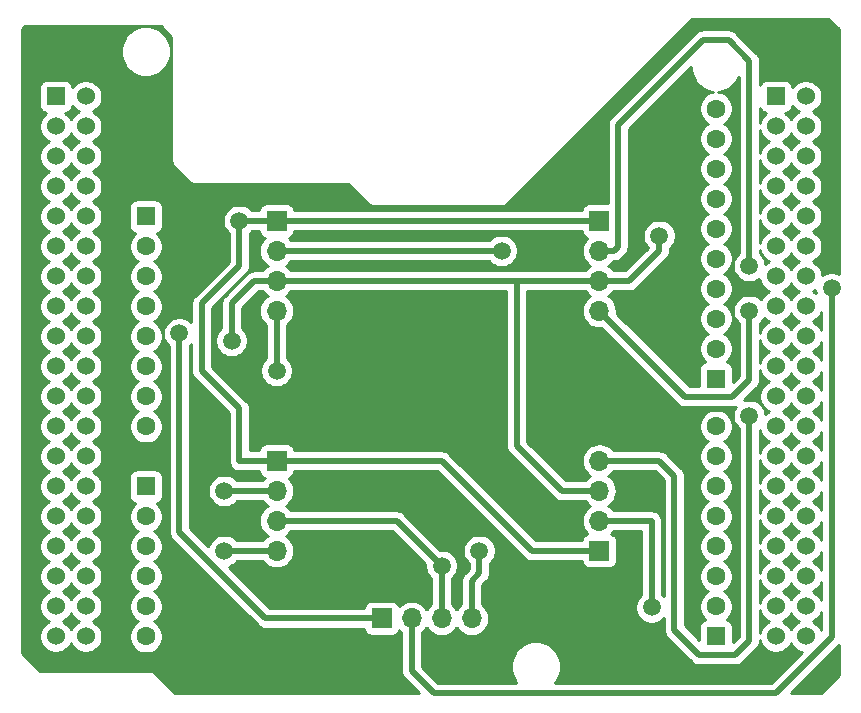
<source format=gbr>
G04 #@! TF.GenerationSoftware,KiCad,Pcbnew,(5.1.2)-2*
G04 #@! TF.CreationDate,2021-05-25T09:48:18+09:00*
G04 #@! TF.ProjectId,encoder,656e636f-6465-4722-9e6b-696361645f70,rev?*
G04 #@! TF.SameCoordinates,Original*
G04 #@! TF.FileFunction,Copper,L2,Bot*
G04 #@! TF.FilePolarity,Positive*
%FSLAX46Y46*%
G04 Gerber Fmt 4.6, Leading zero omitted, Abs format (unit mm)*
G04 Created by KiCad (PCBNEW (5.1.2)-2) date 2021-05-25 09:48:18*
%MOMM*%
%LPD*%
G04 APERTURE LIST*
%ADD10R,1.530000X1.530000*%
%ADD11C,1.530000*%
%ADD12R,1.605000X1.605000*%
%ADD13C,1.605000*%
%ADD14R,1.700000X1.700000*%
%ADD15O,1.700000X1.700000*%
%ADD16C,1.500000*%
%ADD17C,0.500000*%
%ADD18C,0.254000*%
G04 APERTURE END LIST*
D10*
X98775001Y-68845001D03*
D11*
X98775001Y-114565001D03*
X101315001Y-68845001D03*
X98775001Y-71385001D03*
X101315001Y-71385001D03*
X98775001Y-73925001D03*
X101315001Y-73925001D03*
X98775001Y-76465001D03*
X101315001Y-76465001D03*
X98775001Y-79005001D03*
X101315001Y-79005001D03*
X98775001Y-81545001D03*
X101315001Y-81545001D03*
X98775001Y-84085001D03*
X101315001Y-84085001D03*
X98775001Y-86625001D03*
X101315001Y-86625001D03*
X98775001Y-89165001D03*
X101315001Y-89165001D03*
X98775001Y-91705001D03*
X101315001Y-91705001D03*
X98775001Y-94245001D03*
X101315001Y-94245001D03*
X98775001Y-96785001D03*
X101315001Y-96785001D03*
X98775001Y-99325001D03*
X101315001Y-99325001D03*
X98775001Y-101865001D03*
X101315001Y-101865001D03*
X98775001Y-104405001D03*
X101315001Y-104405001D03*
X98775001Y-106945001D03*
X101315001Y-106945001D03*
X98775001Y-109485001D03*
X101315001Y-109485001D03*
X98775001Y-112025001D03*
X101315001Y-112025001D03*
X101315001Y-114565001D03*
D10*
X159735001Y-68845001D03*
D11*
X159735001Y-114565001D03*
X162275001Y-68845001D03*
X159735001Y-71385001D03*
X162275001Y-71385001D03*
X159735001Y-73925001D03*
X162275001Y-73925001D03*
X159735001Y-76465001D03*
X162275001Y-76465001D03*
X159735001Y-79005001D03*
X162275001Y-79005001D03*
X159735001Y-81545001D03*
X162275001Y-81545001D03*
X159735001Y-84085001D03*
X162275001Y-84085001D03*
X159735001Y-86625001D03*
X162275001Y-86625001D03*
X159735001Y-89165001D03*
X162275001Y-89165001D03*
X159735001Y-91705001D03*
X162275001Y-91705001D03*
X159735001Y-94245001D03*
X162275001Y-94245001D03*
X159735001Y-96785001D03*
X162275001Y-96785001D03*
X159735001Y-99325001D03*
X162275001Y-99325001D03*
X159735001Y-101865001D03*
X162275001Y-101865001D03*
X159735001Y-104405001D03*
X162275001Y-104405001D03*
X159735001Y-106945001D03*
X162275001Y-106945001D03*
X159735001Y-109485001D03*
X162275001Y-109485001D03*
X159735001Y-112025001D03*
X162275001Y-112025001D03*
X162275001Y-114565001D03*
D12*
X106395001Y-79005001D03*
D13*
X106395001Y-81545001D03*
X106395001Y-84085001D03*
X106395001Y-86625001D03*
X106395001Y-89165001D03*
X106395001Y-91705001D03*
X106395001Y-94245001D03*
X106395001Y-96785001D03*
D12*
X154655001Y-114565001D03*
D13*
X154655001Y-112025001D03*
X154655001Y-109485001D03*
X154655001Y-106945001D03*
X154655001Y-104405001D03*
X154655001Y-101865001D03*
X154655001Y-99325001D03*
X154655001Y-96785001D03*
D12*
X106395001Y-101865001D03*
D13*
X106395001Y-104405001D03*
X106395001Y-106945001D03*
X106395001Y-109485001D03*
X106395001Y-112025001D03*
X106395001Y-114565001D03*
D12*
X154655001Y-92725001D03*
D13*
X154655001Y-90185001D03*
X154655001Y-87645001D03*
X154655001Y-85105001D03*
X154655001Y-82565001D03*
X154655001Y-80025001D03*
X154655001Y-77485001D03*
X154655001Y-74945001D03*
X154655001Y-72405001D03*
X154655001Y-69865001D03*
D14*
X144780000Y-107315000D03*
D15*
X144780000Y-104775000D03*
X144780000Y-102235000D03*
X144780000Y-99695000D03*
X117475000Y-107315000D03*
X117475000Y-104775000D03*
X117475000Y-102235000D03*
D14*
X117475000Y-99695000D03*
X144780000Y-79375000D03*
D15*
X144780000Y-81915000D03*
X144780000Y-84455000D03*
X144780000Y-86995000D03*
X117475000Y-86995000D03*
X117475000Y-84455000D03*
X117475000Y-81915000D03*
D14*
X117475000Y-79375000D03*
X126365000Y-113030000D03*
D15*
X128905000Y-113030000D03*
X131445000Y-113030000D03*
X133985000Y-113030000D03*
D16*
X149860000Y-80645000D03*
X113665000Y-89535000D03*
X131445000Y-108585000D03*
X114300000Y-79375000D03*
X109220000Y-88900000D03*
X117475000Y-92075000D03*
X113030000Y-102235000D03*
X113030000Y-107315000D03*
X134620000Y-107315000D03*
X157480000Y-83185000D03*
X164465000Y-85090000D03*
X157480000Y-86995000D03*
X136525000Y-81915000D03*
X157480000Y-95885000D03*
X149225000Y-112090002D03*
D17*
X117475000Y-84455000D02*
X137795000Y-84455000D01*
X137795000Y-84455000D02*
X144780000Y-84455000D01*
X141605000Y-102235000D02*
X144780000Y-102235000D01*
X137795000Y-98425000D02*
X141605000Y-102235000D01*
X137795000Y-84455000D02*
X137795000Y-98425000D01*
X122555000Y-104775000D02*
X117475000Y-104775000D01*
X127635000Y-104775000D02*
X122555000Y-104775000D01*
X131445000Y-108585000D02*
X131445000Y-108585000D01*
X131445000Y-113030000D02*
X131445000Y-108585000D01*
X149860000Y-80645000D02*
X149860000Y-80645000D01*
X149860000Y-81915000D02*
X149860000Y-80645000D01*
X144780000Y-84455000D02*
X147320000Y-84455000D01*
X147320000Y-84455000D02*
X149860000Y-81915000D01*
X113665000Y-86360000D02*
X113665000Y-89535000D01*
X117475000Y-84455000D02*
X115570000Y-84455000D01*
X115570000Y-84455000D02*
X113665000Y-86360000D01*
X131445000Y-108585000D02*
X127635000Y-104775000D01*
X118825000Y-79375000D02*
X144780000Y-79375000D01*
X117475000Y-79375000D02*
X118825000Y-79375000D01*
X117475000Y-79375000D02*
X114300000Y-79375000D01*
X130175000Y-99695000D02*
X117475000Y-99695000D01*
X131445000Y-99695000D02*
X130175000Y-99695000D01*
X139065000Y-107315000D02*
X131445000Y-99695000D01*
X144780000Y-107315000D02*
X139065000Y-107315000D01*
X114300000Y-79375000D02*
X114300000Y-79375000D01*
X114300000Y-99695000D02*
X117475000Y-99695000D01*
X114300000Y-95250000D02*
X114300000Y-99695000D01*
X111125000Y-92075000D02*
X114300000Y-95250000D01*
X111125000Y-86360000D02*
X111125000Y-92075000D01*
X114300000Y-83185000D02*
X111125000Y-86360000D01*
X114300000Y-79375000D02*
X114300000Y-83185000D01*
X125015000Y-113030000D02*
X126365000Y-113030000D01*
X116524998Y-113030000D02*
X125015000Y-113030000D01*
X109220000Y-105725002D02*
X116524998Y-113030000D01*
X109220000Y-88900000D02*
X109220000Y-105725002D01*
X117475000Y-86995000D02*
X117475000Y-92075000D01*
X117475000Y-92075000D02*
X117475000Y-92075000D01*
X117475000Y-102235000D02*
X113030000Y-102235000D01*
X113030000Y-102235000D02*
X113030000Y-102235000D01*
X117475000Y-107315000D02*
X113030000Y-107315000D01*
X113030000Y-107315000D02*
X113030000Y-107315000D01*
X133985000Y-113030000D02*
X133985000Y-109855000D01*
X134620000Y-109220000D02*
X134620000Y-107315000D01*
X133985000Y-109855000D02*
X134620000Y-109220000D01*
X157480000Y-83185000D02*
X157480000Y-83185000D01*
X153575000Y-64055000D02*
X146380001Y-71249999D01*
X145982081Y-81915000D02*
X144780000Y-81915000D01*
X157480000Y-65799998D02*
X155735002Y-64055000D01*
X155735002Y-64055000D02*
X153575000Y-64055000D01*
X146380001Y-71249999D02*
X146380001Y-81584999D01*
X146380001Y-81584999D02*
X146050000Y-81915000D01*
X146050000Y-81915000D02*
X145982081Y-81915000D01*
X157480000Y-83185000D02*
X157480000Y-65799998D01*
X164465000Y-114617204D02*
X164465000Y-85090000D01*
X159727202Y-119355002D02*
X164465000Y-114617204D01*
X130785002Y-119355002D02*
X159727202Y-119355002D01*
X128905000Y-117475000D02*
X130785002Y-119355002D01*
X128905000Y-113030000D02*
X128905000Y-117475000D01*
X145629999Y-87844999D02*
X144780000Y-86995000D01*
X152062502Y-94277502D02*
X145629999Y-87844999D01*
X156057502Y-94277502D02*
X152062502Y-94277502D01*
X157480000Y-92855004D02*
X156057502Y-94277502D01*
X157480000Y-86995000D02*
X157480000Y-92855004D01*
X117475000Y-81915000D02*
X136525000Y-81915000D01*
X149860000Y-99695000D02*
X144780000Y-99695000D01*
X157480000Y-95885000D02*
X157480000Y-114935000D01*
X157480000Y-114935000D02*
X156297498Y-116117502D01*
X156297498Y-116117502D02*
X153252500Y-116117502D01*
X153252500Y-116117502D02*
X151130000Y-113995002D01*
X151130000Y-113995002D02*
X151130000Y-100965000D01*
X151130000Y-100965000D02*
X149860000Y-99695000D01*
X144780000Y-104775000D02*
X149225000Y-104775000D01*
X149225000Y-104775000D02*
X149225000Y-112090002D01*
D18*
G36*
X165075000Y-117836619D02*
G01*
X163556620Y-119355000D01*
X160978782Y-119355000D01*
X165060051Y-115273732D01*
X165075000Y-115261464D01*
X165075000Y-117836619D01*
X165075000Y-117836619D01*
G37*
X165075000Y-117836619D02*
X163556620Y-119355000D01*
X160978782Y-119355000D01*
X165060051Y-115273732D01*
X165075000Y-115261464D01*
X165075000Y-117836619D01*
G36*
X165075001Y-63138382D02*
G01*
X165075001Y-83843558D01*
X164868989Y-83758225D01*
X164601411Y-83705000D01*
X164328589Y-83705000D01*
X164061011Y-83758225D01*
X163808957Y-83862629D01*
X163675001Y-83952136D01*
X163675001Y-83947113D01*
X163621200Y-83676636D01*
X163515665Y-83421852D01*
X163362452Y-83192553D01*
X163167449Y-82997550D01*
X162938150Y-82844337D01*
X162867327Y-82815001D01*
X162938150Y-82785665D01*
X163167449Y-82632452D01*
X163362452Y-82437449D01*
X163515665Y-82208150D01*
X163621200Y-81953366D01*
X163675001Y-81682889D01*
X163675001Y-81407113D01*
X163621200Y-81136636D01*
X163515665Y-80881852D01*
X163362452Y-80652553D01*
X163167449Y-80457550D01*
X162938150Y-80304337D01*
X162867327Y-80275001D01*
X162938150Y-80245665D01*
X163167449Y-80092452D01*
X163362452Y-79897449D01*
X163515665Y-79668150D01*
X163621200Y-79413366D01*
X163675001Y-79142889D01*
X163675001Y-78867113D01*
X163621200Y-78596636D01*
X163515665Y-78341852D01*
X163362452Y-78112553D01*
X163167449Y-77917550D01*
X162938150Y-77764337D01*
X162867327Y-77735001D01*
X162938150Y-77705665D01*
X163167449Y-77552452D01*
X163362452Y-77357449D01*
X163515665Y-77128150D01*
X163621200Y-76873366D01*
X163675001Y-76602889D01*
X163675001Y-76327113D01*
X163621200Y-76056636D01*
X163515665Y-75801852D01*
X163362452Y-75572553D01*
X163167449Y-75377550D01*
X162938150Y-75224337D01*
X162867327Y-75195001D01*
X162938150Y-75165665D01*
X163167449Y-75012452D01*
X163362452Y-74817449D01*
X163515665Y-74588150D01*
X163621200Y-74333366D01*
X163675001Y-74062889D01*
X163675001Y-73787113D01*
X163621200Y-73516636D01*
X163515665Y-73261852D01*
X163362452Y-73032553D01*
X163167449Y-72837550D01*
X162938150Y-72684337D01*
X162867327Y-72655001D01*
X162938150Y-72625665D01*
X163167449Y-72472452D01*
X163362452Y-72277449D01*
X163515665Y-72048150D01*
X163621200Y-71793366D01*
X163675001Y-71522889D01*
X163675001Y-71247113D01*
X163621200Y-70976636D01*
X163515665Y-70721852D01*
X163362452Y-70492553D01*
X163167449Y-70297550D01*
X162938150Y-70144337D01*
X162867327Y-70115001D01*
X162938150Y-70085665D01*
X163167449Y-69932452D01*
X163362452Y-69737449D01*
X163515665Y-69508150D01*
X163621200Y-69253366D01*
X163675001Y-68982889D01*
X163675001Y-68707113D01*
X163621200Y-68436636D01*
X163515665Y-68181852D01*
X163362452Y-67952553D01*
X163167449Y-67757550D01*
X162938150Y-67604337D01*
X162683366Y-67498802D01*
X162412889Y-67445001D01*
X162137113Y-67445001D01*
X161866636Y-67498802D01*
X161611852Y-67604337D01*
X161382553Y-67757550D01*
X161187550Y-67952553D01*
X161133489Y-68033460D01*
X161125813Y-67955519D01*
X161089503Y-67835821D01*
X161030538Y-67725507D01*
X160951186Y-67628816D01*
X160854495Y-67549464D01*
X160744181Y-67490499D01*
X160624483Y-67454189D01*
X160500001Y-67441929D01*
X158970001Y-67441929D01*
X158845519Y-67454189D01*
X158725821Y-67490499D01*
X158615507Y-67549464D01*
X158518816Y-67628816D01*
X158439464Y-67725507D01*
X158380499Y-67835821D01*
X158365000Y-67886914D01*
X158365000Y-65843467D01*
X158369281Y-65799998D01*
X158365000Y-65756529D01*
X158365000Y-65756521D01*
X158352195Y-65626508D01*
X158301589Y-65459685D01*
X158219411Y-65305939D01*
X158169629Y-65245280D01*
X158136532Y-65204951D01*
X158136530Y-65204949D01*
X158108817Y-65171181D01*
X158075049Y-65143468D01*
X156391536Y-63459956D01*
X156363819Y-63426183D01*
X156229061Y-63315589D01*
X156075315Y-63233411D01*
X155908492Y-63182805D01*
X155778479Y-63170000D01*
X155778471Y-63170000D01*
X155735002Y-63165719D01*
X155691533Y-63170000D01*
X153618465Y-63170000D01*
X153574999Y-63165719D01*
X153531533Y-63170000D01*
X153531523Y-63170000D01*
X153401510Y-63182805D01*
X153234687Y-63233411D01*
X153080941Y-63315589D01*
X153080939Y-63315590D01*
X153080940Y-63315590D01*
X152979953Y-63398468D01*
X152979951Y-63398470D01*
X152946183Y-63426183D01*
X152918470Y-63459951D01*
X145784957Y-70593465D01*
X145751184Y-70621182D01*
X145640590Y-70755941D01*
X145558412Y-70909687D01*
X145507806Y-71076510D01*
X145495001Y-71206523D01*
X145495001Y-71206530D01*
X145490720Y-71249999D01*
X145495001Y-71293468D01*
X145495002Y-77886928D01*
X143930000Y-77886928D01*
X143805518Y-77899188D01*
X143685820Y-77935498D01*
X143575506Y-77994463D01*
X143478815Y-78073815D01*
X143399463Y-78170506D01*
X143340498Y-78280820D01*
X143304188Y-78400518D01*
X143295375Y-78490000D01*
X118959625Y-78490000D01*
X118950812Y-78400518D01*
X118914502Y-78280820D01*
X118855537Y-78170506D01*
X118776185Y-78073815D01*
X118679494Y-77994463D01*
X118569180Y-77935498D01*
X118449482Y-77899188D01*
X118325000Y-77886928D01*
X116625000Y-77886928D01*
X116500518Y-77899188D01*
X116380820Y-77935498D01*
X116270506Y-77994463D01*
X116173815Y-78073815D01*
X116094463Y-78170506D01*
X116035498Y-78280820D01*
X115999188Y-78400518D01*
X115990375Y-78490000D01*
X115373685Y-78490000D01*
X115182886Y-78299201D01*
X114956043Y-78147629D01*
X114703989Y-78043225D01*
X114436411Y-77990000D01*
X114163589Y-77990000D01*
X113896011Y-78043225D01*
X113643957Y-78147629D01*
X113417114Y-78299201D01*
X113224201Y-78492114D01*
X113072629Y-78718957D01*
X112968225Y-78971011D01*
X112915000Y-79238589D01*
X112915000Y-79511411D01*
X112968225Y-79778989D01*
X113072629Y-80031043D01*
X113224201Y-80257886D01*
X113415000Y-80448685D01*
X113415001Y-82818420D01*
X110529956Y-85703466D01*
X110496183Y-85731183D01*
X110385589Y-85865942D01*
X110303411Y-86019688D01*
X110272130Y-86122805D01*
X110256779Y-86173412D01*
X110252805Y-86186511D01*
X110240000Y-86316524D01*
X110240000Y-86316531D01*
X110235719Y-86360000D01*
X110240000Y-86403469D01*
X110240000Y-87961315D01*
X110102886Y-87824201D01*
X109876043Y-87672629D01*
X109623989Y-87568225D01*
X109356411Y-87515000D01*
X109083589Y-87515000D01*
X108816011Y-87568225D01*
X108563957Y-87672629D01*
X108337114Y-87824201D01*
X108144201Y-88017114D01*
X107992629Y-88243957D01*
X107888225Y-88496011D01*
X107835000Y-88763589D01*
X107835000Y-89036411D01*
X107888225Y-89303989D01*
X107992629Y-89556043D01*
X108144201Y-89782886D01*
X108335000Y-89973685D01*
X108335001Y-105681523D01*
X108330719Y-105725002D01*
X108347805Y-105898492D01*
X108398412Y-106065315D01*
X108480590Y-106219061D01*
X108563468Y-106320048D01*
X108563471Y-106320051D01*
X108591184Y-106353819D01*
X108624952Y-106381532D01*
X115868468Y-113625049D01*
X115896181Y-113658817D01*
X115929949Y-113686530D01*
X115929951Y-113686532D01*
X115980386Y-113727923D01*
X116030939Y-113769411D01*
X116184685Y-113851589D01*
X116351508Y-113902195D01*
X116481521Y-113915000D01*
X116481531Y-113915000D01*
X116524997Y-113919281D01*
X116568463Y-113915000D01*
X124880375Y-113915000D01*
X124889188Y-114004482D01*
X124925498Y-114124180D01*
X124984463Y-114234494D01*
X125063815Y-114331185D01*
X125160506Y-114410537D01*
X125270820Y-114469502D01*
X125390518Y-114505812D01*
X125515000Y-114518072D01*
X127215000Y-114518072D01*
X127339482Y-114505812D01*
X127459180Y-114469502D01*
X127569494Y-114410537D01*
X127666185Y-114331185D01*
X127745537Y-114234494D01*
X127804502Y-114124180D01*
X127825393Y-114055313D01*
X127849866Y-114085134D01*
X128020000Y-114224760D01*
X128020001Y-117431521D01*
X128015719Y-117475000D01*
X128032805Y-117648490D01*
X128083412Y-117815313D01*
X128165590Y-117969059D01*
X128248468Y-118070046D01*
X128248471Y-118070049D01*
X128276184Y-118103817D01*
X128309951Y-118131529D01*
X129533421Y-119355000D01*
X108858381Y-119355000D01*
X107169616Y-117666236D01*
X107148948Y-117641052D01*
X107048450Y-117558575D01*
X106933793Y-117497290D01*
X106809383Y-117459550D01*
X106712419Y-117450000D01*
X106712409Y-117450000D01*
X106680000Y-117446808D01*
X106647591Y-117450000D01*
X97428381Y-117450000D01*
X95910000Y-115931620D01*
X95910000Y-68080001D01*
X97371929Y-68080001D01*
X97371929Y-69610001D01*
X97384189Y-69734483D01*
X97420499Y-69854181D01*
X97479464Y-69964495D01*
X97558816Y-70061186D01*
X97655507Y-70140538D01*
X97765821Y-70199503D01*
X97885519Y-70235813D01*
X97963460Y-70243489D01*
X97882553Y-70297550D01*
X97687550Y-70492553D01*
X97534337Y-70721852D01*
X97428802Y-70976636D01*
X97375001Y-71247113D01*
X97375001Y-71522889D01*
X97428802Y-71793366D01*
X97534337Y-72048150D01*
X97687550Y-72277449D01*
X97882553Y-72472452D01*
X98111852Y-72625665D01*
X98182675Y-72655001D01*
X98111852Y-72684337D01*
X97882553Y-72837550D01*
X97687550Y-73032553D01*
X97534337Y-73261852D01*
X97428802Y-73516636D01*
X97375001Y-73787113D01*
X97375001Y-74062889D01*
X97428802Y-74333366D01*
X97534337Y-74588150D01*
X97687550Y-74817449D01*
X97882553Y-75012452D01*
X98111852Y-75165665D01*
X98182675Y-75195001D01*
X98111852Y-75224337D01*
X97882553Y-75377550D01*
X97687550Y-75572553D01*
X97534337Y-75801852D01*
X97428802Y-76056636D01*
X97375001Y-76327113D01*
X97375001Y-76602889D01*
X97428802Y-76873366D01*
X97534337Y-77128150D01*
X97687550Y-77357449D01*
X97882553Y-77552452D01*
X98111852Y-77705665D01*
X98182675Y-77735001D01*
X98111852Y-77764337D01*
X97882553Y-77917550D01*
X97687550Y-78112553D01*
X97534337Y-78341852D01*
X97428802Y-78596636D01*
X97375001Y-78867113D01*
X97375001Y-79142889D01*
X97428802Y-79413366D01*
X97534337Y-79668150D01*
X97687550Y-79897449D01*
X97882553Y-80092452D01*
X98111852Y-80245665D01*
X98182675Y-80275001D01*
X98111852Y-80304337D01*
X97882553Y-80457550D01*
X97687550Y-80652553D01*
X97534337Y-80881852D01*
X97428802Y-81136636D01*
X97375001Y-81407113D01*
X97375001Y-81682889D01*
X97428802Y-81953366D01*
X97534337Y-82208150D01*
X97687550Y-82437449D01*
X97882553Y-82632452D01*
X98111852Y-82785665D01*
X98182675Y-82815001D01*
X98111852Y-82844337D01*
X97882553Y-82997550D01*
X97687550Y-83192553D01*
X97534337Y-83421852D01*
X97428802Y-83676636D01*
X97375001Y-83947113D01*
X97375001Y-84222889D01*
X97428802Y-84493366D01*
X97534337Y-84748150D01*
X97687550Y-84977449D01*
X97882553Y-85172452D01*
X98111852Y-85325665D01*
X98182675Y-85355001D01*
X98111852Y-85384337D01*
X97882553Y-85537550D01*
X97687550Y-85732553D01*
X97534337Y-85961852D01*
X97428802Y-86216636D01*
X97375001Y-86487113D01*
X97375001Y-86762889D01*
X97428802Y-87033366D01*
X97534337Y-87288150D01*
X97687550Y-87517449D01*
X97882553Y-87712452D01*
X98111852Y-87865665D01*
X98182675Y-87895001D01*
X98111852Y-87924337D01*
X97882553Y-88077550D01*
X97687550Y-88272553D01*
X97534337Y-88501852D01*
X97428802Y-88756636D01*
X97375001Y-89027113D01*
X97375001Y-89302889D01*
X97428802Y-89573366D01*
X97534337Y-89828150D01*
X97687550Y-90057449D01*
X97882553Y-90252452D01*
X98111852Y-90405665D01*
X98182675Y-90435001D01*
X98111852Y-90464337D01*
X97882553Y-90617550D01*
X97687550Y-90812553D01*
X97534337Y-91041852D01*
X97428802Y-91296636D01*
X97375001Y-91567113D01*
X97375001Y-91842889D01*
X97428802Y-92113366D01*
X97534337Y-92368150D01*
X97687550Y-92597449D01*
X97882553Y-92792452D01*
X98111852Y-92945665D01*
X98182675Y-92975001D01*
X98111852Y-93004337D01*
X97882553Y-93157550D01*
X97687550Y-93352553D01*
X97534337Y-93581852D01*
X97428802Y-93836636D01*
X97375001Y-94107113D01*
X97375001Y-94382889D01*
X97428802Y-94653366D01*
X97534337Y-94908150D01*
X97687550Y-95137449D01*
X97882553Y-95332452D01*
X98111852Y-95485665D01*
X98182675Y-95515001D01*
X98111852Y-95544337D01*
X97882553Y-95697550D01*
X97687550Y-95892553D01*
X97534337Y-96121852D01*
X97428802Y-96376636D01*
X97375001Y-96647113D01*
X97375001Y-96922889D01*
X97428802Y-97193366D01*
X97534337Y-97448150D01*
X97687550Y-97677449D01*
X97882553Y-97872452D01*
X98111852Y-98025665D01*
X98182675Y-98055001D01*
X98111852Y-98084337D01*
X97882553Y-98237550D01*
X97687550Y-98432553D01*
X97534337Y-98661852D01*
X97428802Y-98916636D01*
X97375001Y-99187113D01*
X97375001Y-99462889D01*
X97428802Y-99733366D01*
X97534337Y-99988150D01*
X97687550Y-100217449D01*
X97882553Y-100412452D01*
X98111852Y-100565665D01*
X98182675Y-100595001D01*
X98111852Y-100624337D01*
X97882553Y-100777550D01*
X97687550Y-100972553D01*
X97534337Y-101201852D01*
X97428802Y-101456636D01*
X97375001Y-101727113D01*
X97375001Y-102002889D01*
X97428802Y-102273366D01*
X97534337Y-102528150D01*
X97687550Y-102757449D01*
X97882553Y-102952452D01*
X98111852Y-103105665D01*
X98182675Y-103135001D01*
X98111852Y-103164337D01*
X97882553Y-103317550D01*
X97687550Y-103512553D01*
X97534337Y-103741852D01*
X97428802Y-103996636D01*
X97375001Y-104267113D01*
X97375001Y-104542889D01*
X97428802Y-104813366D01*
X97534337Y-105068150D01*
X97687550Y-105297449D01*
X97882553Y-105492452D01*
X98111852Y-105645665D01*
X98182675Y-105675001D01*
X98111852Y-105704337D01*
X97882553Y-105857550D01*
X97687550Y-106052553D01*
X97534337Y-106281852D01*
X97428802Y-106536636D01*
X97375001Y-106807113D01*
X97375001Y-107082889D01*
X97428802Y-107353366D01*
X97534337Y-107608150D01*
X97687550Y-107837449D01*
X97882553Y-108032452D01*
X98111852Y-108185665D01*
X98182675Y-108215001D01*
X98111852Y-108244337D01*
X97882553Y-108397550D01*
X97687550Y-108592553D01*
X97534337Y-108821852D01*
X97428802Y-109076636D01*
X97375001Y-109347113D01*
X97375001Y-109622889D01*
X97428802Y-109893366D01*
X97534337Y-110148150D01*
X97687550Y-110377449D01*
X97882553Y-110572452D01*
X98111852Y-110725665D01*
X98182675Y-110755001D01*
X98111852Y-110784337D01*
X97882553Y-110937550D01*
X97687550Y-111132553D01*
X97534337Y-111361852D01*
X97428802Y-111616636D01*
X97375001Y-111887113D01*
X97375001Y-112162889D01*
X97428802Y-112433366D01*
X97534337Y-112688150D01*
X97687550Y-112917449D01*
X97882553Y-113112452D01*
X98111852Y-113265665D01*
X98182675Y-113295001D01*
X98111852Y-113324337D01*
X97882553Y-113477550D01*
X97687550Y-113672553D01*
X97534337Y-113901852D01*
X97428802Y-114156636D01*
X97375001Y-114427113D01*
X97375001Y-114702889D01*
X97428802Y-114973366D01*
X97534337Y-115228150D01*
X97687550Y-115457449D01*
X97882553Y-115652452D01*
X98111852Y-115805665D01*
X98366636Y-115911200D01*
X98637113Y-115965001D01*
X98912889Y-115965001D01*
X99183366Y-115911200D01*
X99438150Y-115805665D01*
X99667449Y-115652452D01*
X99862452Y-115457449D01*
X100015665Y-115228150D01*
X100045001Y-115157327D01*
X100074337Y-115228150D01*
X100227550Y-115457449D01*
X100422553Y-115652452D01*
X100651852Y-115805665D01*
X100906636Y-115911200D01*
X101177113Y-115965001D01*
X101452889Y-115965001D01*
X101723366Y-115911200D01*
X101978150Y-115805665D01*
X102207449Y-115652452D01*
X102402452Y-115457449D01*
X102555665Y-115228150D01*
X102661200Y-114973366D01*
X102715001Y-114702889D01*
X102715001Y-114427113D01*
X102661200Y-114156636D01*
X102555665Y-113901852D01*
X102402452Y-113672553D01*
X102207449Y-113477550D01*
X101978150Y-113324337D01*
X101907327Y-113295001D01*
X101978150Y-113265665D01*
X102207449Y-113112452D01*
X102402452Y-112917449D01*
X102555665Y-112688150D01*
X102661200Y-112433366D01*
X102715001Y-112162889D01*
X102715001Y-111887113D01*
X102661200Y-111616636D01*
X102555665Y-111361852D01*
X102402452Y-111132553D01*
X102207449Y-110937550D01*
X101978150Y-110784337D01*
X101907327Y-110755001D01*
X101978150Y-110725665D01*
X102207449Y-110572452D01*
X102402452Y-110377449D01*
X102555665Y-110148150D01*
X102661200Y-109893366D01*
X102715001Y-109622889D01*
X102715001Y-109347113D01*
X102661200Y-109076636D01*
X102555665Y-108821852D01*
X102402452Y-108592553D01*
X102207449Y-108397550D01*
X101978150Y-108244337D01*
X101907327Y-108215001D01*
X101978150Y-108185665D01*
X102207449Y-108032452D01*
X102402452Y-107837449D01*
X102555665Y-107608150D01*
X102661200Y-107353366D01*
X102715001Y-107082889D01*
X102715001Y-106807113D01*
X102661200Y-106536636D01*
X102555665Y-106281852D01*
X102402452Y-106052553D01*
X102207449Y-105857550D01*
X101978150Y-105704337D01*
X101907327Y-105675001D01*
X101978150Y-105645665D01*
X102207449Y-105492452D01*
X102402452Y-105297449D01*
X102555665Y-105068150D01*
X102661200Y-104813366D01*
X102715001Y-104542889D01*
X102715001Y-104267113D01*
X102661200Y-103996636D01*
X102555665Y-103741852D01*
X102402452Y-103512553D01*
X102207449Y-103317550D01*
X101978150Y-103164337D01*
X101907327Y-103135001D01*
X101978150Y-103105665D01*
X102207449Y-102952452D01*
X102402452Y-102757449D01*
X102555665Y-102528150D01*
X102661200Y-102273366D01*
X102715001Y-102002889D01*
X102715001Y-101727113D01*
X102661200Y-101456636D01*
X102555665Y-101201852D01*
X102462554Y-101062501D01*
X104954429Y-101062501D01*
X104954429Y-102667501D01*
X104966689Y-102791983D01*
X105002999Y-102911681D01*
X105061964Y-103021995D01*
X105141316Y-103118686D01*
X105238007Y-103198038D01*
X105348321Y-103257003D01*
X105468019Y-103293313D01*
X105473243Y-103293827D01*
X105278422Y-103488648D01*
X105121105Y-103724090D01*
X105012744Y-103985698D01*
X104957501Y-104263420D01*
X104957501Y-104546582D01*
X105012744Y-104824304D01*
X105121105Y-105085912D01*
X105278422Y-105321354D01*
X105478648Y-105521580D01*
X105708259Y-105675001D01*
X105478648Y-105828422D01*
X105278422Y-106028648D01*
X105121105Y-106264090D01*
X105012744Y-106525698D01*
X104957501Y-106803420D01*
X104957501Y-107086582D01*
X105012744Y-107364304D01*
X105121105Y-107625912D01*
X105278422Y-107861354D01*
X105478648Y-108061580D01*
X105708259Y-108215001D01*
X105478648Y-108368422D01*
X105278422Y-108568648D01*
X105121105Y-108804090D01*
X105012744Y-109065698D01*
X104957501Y-109343420D01*
X104957501Y-109626582D01*
X105012744Y-109904304D01*
X105121105Y-110165912D01*
X105278422Y-110401354D01*
X105478648Y-110601580D01*
X105708259Y-110755001D01*
X105478648Y-110908422D01*
X105278422Y-111108648D01*
X105121105Y-111344090D01*
X105012744Y-111605698D01*
X104957501Y-111883420D01*
X104957501Y-112166582D01*
X105012744Y-112444304D01*
X105121105Y-112705912D01*
X105278422Y-112941354D01*
X105478648Y-113141580D01*
X105708259Y-113295001D01*
X105478648Y-113448422D01*
X105278422Y-113648648D01*
X105121105Y-113884090D01*
X105012744Y-114145698D01*
X104957501Y-114423420D01*
X104957501Y-114706582D01*
X105012744Y-114984304D01*
X105121105Y-115245912D01*
X105278422Y-115481354D01*
X105478648Y-115681580D01*
X105714090Y-115838897D01*
X105975698Y-115947258D01*
X106253420Y-116002501D01*
X106536582Y-116002501D01*
X106814304Y-115947258D01*
X107075912Y-115838897D01*
X107311354Y-115681580D01*
X107511580Y-115481354D01*
X107668897Y-115245912D01*
X107777258Y-114984304D01*
X107832501Y-114706582D01*
X107832501Y-114423420D01*
X107777258Y-114145698D01*
X107668897Y-113884090D01*
X107511580Y-113648648D01*
X107311354Y-113448422D01*
X107081743Y-113295001D01*
X107311354Y-113141580D01*
X107511580Y-112941354D01*
X107668897Y-112705912D01*
X107777258Y-112444304D01*
X107832501Y-112166582D01*
X107832501Y-111883420D01*
X107777258Y-111605698D01*
X107668897Y-111344090D01*
X107511580Y-111108648D01*
X107311354Y-110908422D01*
X107081743Y-110755001D01*
X107311354Y-110601580D01*
X107511580Y-110401354D01*
X107668897Y-110165912D01*
X107777258Y-109904304D01*
X107832501Y-109626582D01*
X107832501Y-109343420D01*
X107777258Y-109065698D01*
X107668897Y-108804090D01*
X107511580Y-108568648D01*
X107311354Y-108368422D01*
X107081743Y-108215001D01*
X107311354Y-108061580D01*
X107511580Y-107861354D01*
X107668897Y-107625912D01*
X107777258Y-107364304D01*
X107832501Y-107086582D01*
X107832501Y-106803420D01*
X107777258Y-106525698D01*
X107668897Y-106264090D01*
X107511580Y-106028648D01*
X107311354Y-105828422D01*
X107081743Y-105675001D01*
X107311354Y-105521580D01*
X107511580Y-105321354D01*
X107668897Y-105085912D01*
X107777258Y-104824304D01*
X107832501Y-104546582D01*
X107832501Y-104263420D01*
X107777258Y-103985698D01*
X107668897Y-103724090D01*
X107511580Y-103488648D01*
X107316759Y-103293827D01*
X107321983Y-103293313D01*
X107441681Y-103257003D01*
X107551995Y-103198038D01*
X107648686Y-103118686D01*
X107728038Y-103021995D01*
X107787003Y-102911681D01*
X107823313Y-102791983D01*
X107835573Y-102667501D01*
X107835573Y-101062501D01*
X107823313Y-100938019D01*
X107787003Y-100818321D01*
X107728038Y-100708007D01*
X107648686Y-100611316D01*
X107551995Y-100531964D01*
X107441681Y-100472999D01*
X107321983Y-100436689D01*
X107197501Y-100424429D01*
X105592501Y-100424429D01*
X105468019Y-100436689D01*
X105348321Y-100472999D01*
X105238007Y-100531964D01*
X105141316Y-100611316D01*
X105061964Y-100708007D01*
X105002999Y-100818321D01*
X104966689Y-100938019D01*
X104954429Y-101062501D01*
X102462554Y-101062501D01*
X102402452Y-100972553D01*
X102207449Y-100777550D01*
X101978150Y-100624337D01*
X101907327Y-100595001D01*
X101978150Y-100565665D01*
X102207449Y-100412452D01*
X102402452Y-100217449D01*
X102555665Y-99988150D01*
X102661200Y-99733366D01*
X102715001Y-99462889D01*
X102715001Y-99187113D01*
X102661200Y-98916636D01*
X102555665Y-98661852D01*
X102402452Y-98432553D01*
X102207449Y-98237550D01*
X101978150Y-98084337D01*
X101907327Y-98055001D01*
X101978150Y-98025665D01*
X102207449Y-97872452D01*
X102402452Y-97677449D01*
X102555665Y-97448150D01*
X102661200Y-97193366D01*
X102715001Y-96922889D01*
X102715001Y-96647113D01*
X102661200Y-96376636D01*
X102555665Y-96121852D01*
X102402452Y-95892553D01*
X102207449Y-95697550D01*
X101978150Y-95544337D01*
X101907327Y-95515001D01*
X101978150Y-95485665D01*
X102207449Y-95332452D01*
X102402452Y-95137449D01*
X102555665Y-94908150D01*
X102661200Y-94653366D01*
X102715001Y-94382889D01*
X102715001Y-94107113D01*
X102661200Y-93836636D01*
X102555665Y-93581852D01*
X102402452Y-93352553D01*
X102207449Y-93157550D01*
X101978150Y-93004337D01*
X101907327Y-92975001D01*
X101978150Y-92945665D01*
X102207449Y-92792452D01*
X102402452Y-92597449D01*
X102555665Y-92368150D01*
X102661200Y-92113366D01*
X102715001Y-91842889D01*
X102715001Y-91567113D01*
X102661200Y-91296636D01*
X102555665Y-91041852D01*
X102402452Y-90812553D01*
X102207449Y-90617550D01*
X101978150Y-90464337D01*
X101907327Y-90435001D01*
X101978150Y-90405665D01*
X102207449Y-90252452D01*
X102402452Y-90057449D01*
X102555665Y-89828150D01*
X102661200Y-89573366D01*
X102715001Y-89302889D01*
X102715001Y-89027113D01*
X102661200Y-88756636D01*
X102555665Y-88501852D01*
X102402452Y-88272553D01*
X102207449Y-88077550D01*
X101978150Y-87924337D01*
X101907327Y-87895001D01*
X101978150Y-87865665D01*
X102207449Y-87712452D01*
X102402452Y-87517449D01*
X102555665Y-87288150D01*
X102661200Y-87033366D01*
X102715001Y-86762889D01*
X102715001Y-86487113D01*
X102661200Y-86216636D01*
X102555665Y-85961852D01*
X102402452Y-85732553D01*
X102207449Y-85537550D01*
X101978150Y-85384337D01*
X101907327Y-85355001D01*
X101978150Y-85325665D01*
X102207449Y-85172452D01*
X102402452Y-84977449D01*
X102555665Y-84748150D01*
X102661200Y-84493366D01*
X102715001Y-84222889D01*
X102715001Y-83947113D01*
X102661200Y-83676636D01*
X102555665Y-83421852D01*
X102402452Y-83192553D01*
X102207449Y-82997550D01*
X101978150Y-82844337D01*
X101907327Y-82815001D01*
X101978150Y-82785665D01*
X102207449Y-82632452D01*
X102402452Y-82437449D01*
X102555665Y-82208150D01*
X102661200Y-81953366D01*
X102715001Y-81682889D01*
X102715001Y-81407113D01*
X102661200Y-81136636D01*
X102555665Y-80881852D01*
X102402452Y-80652553D01*
X102207449Y-80457550D01*
X101978150Y-80304337D01*
X101907327Y-80275001D01*
X101978150Y-80245665D01*
X102207449Y-80092452D01*
X102402452Y-79897449D01*
X102555665Y-79668150D01*
X102661200Y-79413366D01*
X102715001Y-79142889D01*
X102715001Y-78867113D01*
X102661200Y-78596636D01*
X102555665Y-78341852D01*
X102462554Y-78202501D01*
X104954429Y-78202501D01*
X104954429Y-79807501D01*
X104966689Y-79931983D01*
X105002999Y-80051681D01*
X105061964Y-80161995D01*
X105141316Y-80258686D01*
X105238007Y-80338038D01*
X105348321Y-80397003D01*
X105468019Y-80433313D01*
X105473243Y-80433827D01*
X105278422Y-80628648D01*
X105121105Y-80864090D01*
X105012744Y-81125698D01*
X104957501Y-81403420D01*
X104957501Y-81686582D01*
X105012744Y-81964304D01*
X105121105Y-82225912D01*
X105278422Y-82461354D01*
X105478648Y-82661580D01*
X105708259Y-82815001D01*
X105478648Y-82968422D01*
X105278422Y-83168648D01*
X105121105Y-83404090D01*
X105012744Y-83665698D01*
X104957501Y-83943420D01*
X104957501Y-84226582D01*
X105012744Y-84504304D01*
X105121105Y-84765912D01*
X105278422Y-85001354D01*
X105478648Y-85201580D01*
X105708259Y-85355001D01*
X105478648Y-85508422D01*
X105278422Y-85708648D01*
X105121105Y-85944090D01*
X105012744Y-86205698D01*
X104957501Y-86483420D01*
X104957501Y-86766582D01*
X105012744Y-87044304D01*
X105121105Y-87305912D01*
X105278422Y-87541354D01*
X105478648Y-87741580D01*
X105708259Y-87895001D01*
X105478648Y-88048422D01*
X105278422Y-88248648D01*
X105121105Y-88484090D01*
X105012744Y-88745698D01*
X104957501Y-89023420D01*
X104957501Y-89306582D01*
X105012744Y-89584304D01*
X105121105Y-89845912D01*
X105278422Y-90081354D01*
X105478648Y-90281580D01*
X105708259Y-90435001D01*
X105478648Y-90588422D01*
X105278422Y-90788648D01*
X105121105Y-91024090D01*
X105012744Y-91285698D01*
X104957501Y-91563420D01*
X104957501Y-91846582D01*
X105012744Y-92124304D01*
X105121105Y-92385912D01*
X105278422Y-92621354D01*
X105478648Y-92821580D01*
X105708259Y-92975001D01*
X105478648Y-93128422D01*
X105278422Y-93328648D01*
X105121105Y-93564090D01*
X105012744Y-93825698D01*
X104957501Y-94103420D01*
X104957501Y-94386582D01*
X105012744Y-94664304D01*
X105121105Y-94925912D01*
X105278422Y-95161354D01*
X105478648Y-95361580D01*
X105708259Y-95515001D01*
X105478648Y-95668422D01*
X105278422Y-95868648D01*
X105121105Y-96104090D01*
X105012744Y-96365698D01*
X104957501Y-96643420D01*
X104957501Y-96926582D01*
X105012744Y-97204304D01*
X105121105Y-97465912D01*
X105278422Y-97701354D01*
X105478648Y-97901580D01*
X105714090Y-98058897D01*
X105975698Y-98167258D01*
X106253420Y-98222501D01*
X106536582Y-98222501D01*
X106814304Y-98167258D01*
X107075912Y-98058897D01*
X107311354Y-97901580D01*
X107511580Y-97701354D01*
X107668897Y-97465912D01*
X107777258Y-97204304D01*
X107832501Y-96926582D01*
X107832501Y-96643420D01*
X107777258Y-96365698D01*
X107668897Y-96104090D01*
X107511580Y-95868648D01*
X107311354Y-95668422D01*
X107081743Y-95515001D01*
X107311354Y-95361580D01*
X107511580Y-95161354D01*
X107668897Y-94925912D01*
X107777258Y-94664304D01*
X107832501Y-94386582D01*
X107832501Y-94103420D01*
X107777258Y-93825698D01*
X107668897Y-93564090D01*
X107511580Y-93328648D01*
X107311354Y-93128422D01*
X107081743Y-92975001D01*
X107311354Y-92821580D01*
X107511580Y-92621354D01*
X107668897Y-92385912D01*
X107777258Y-92124304D01*
X107832501Y-91846582D01*
X107832501Y-91563420D01*
X107777258Y-91285698D01*
X107668897Y-91024090D01*
X107511580Y-90788648D01*
X107311354Y-90588422D01*
X107081743Y-90435001D01*
X107311354Y-90281580D01*
X107511580Y-90081354D01*
X107668897Y-89845912D01*
X107777258Y-89584304D01*
X107832501Y-89306582D01*
X107832501Y-89023420D01*
X107777258Y-88745698D01*
X107668897Y-88484090D01*
X107511580Y-88248648D01*
X107311354Y-88048422D01*
X107081743Y-87895001D01*
X107311354Y-87741580D01*
X107511580Y-87541354D01*
X107668897Y-87305912D01*
X107777258Y-87044304D01*
X107832501Y-86766582D01*
X107832501Y-86483420D01*
X107777258Y-86205698D01*
X107668897Y-85944090D01*
X107511580Y-85708648D01*
X107311354Y-85508422D01*
X107081743Y-85355001D01*
X107311354Y-85201580D01*
X107511580Y-85001354D01*
X107668897Y-84765912D01*
X107777258Y-84504304D01*
X107832501Y-84226582D01*
X107832501Y-83943420D01*
X107777258Y-83665698D01*
X107668897Y-83404090D01*
X107511580Y-83168648D01*
X107311354Y-82968422D01*
X107081743Y-82815001D01*
X107311354Y-82661580D01*
X107511580Y-82461354D01*
X107668897Y-82225912D01*
X107777258Y-81964304D01*
X107832501Y-81686582D01*
X107832501Y-81403420D01*
X107777258Y-81125698D01*
X107668897Y-80864090D01*
X107511580Y-80628648D01*
X107316759Y-80433827D01*
X107321983Y-80433313D01*
X107441681Y-80397003D01*
X107551995Y-80338038D01*
X107648686Y-80258686D01*
X107728038Y-80161995D01*
X107787003Y-80051681D01*
X107823313Y-79931983D01*
X107835573Y-79807501D01*
X107835573Y-78202501D01*
X107823313Y-78078019D01*
X107787003Y-77958321D01*
X107728038Y-77848007D01*
X107648686Y-77751316D01*
X107551995Y-77671964D01*
X107441681Y-77612999D01*
X107321983Y-77576689D01*
X107197501Y-77564429D01*
X105592501Y-77564429D01*
X105468019Y-77576689D01*
X105348321Y-77612999D01*
X105238007Y-77671964D01*
X105141316Y-77751316D01*
X105061964Y-77848007D01*
X105002999Y-77958321D01*
X104966689Y-78078019D01*
X104954429Y-78202501D01*
X102462554Y-78202501D01*
X102402452Y-78112553D01*
X102207449Y-77917550D01*
X101978150Y-77764337D01*
X101907327Y-77735001D01*
X101978150Y-77705665D01*
X102207449Y-77552452D01*
X102402452Y-77357449D01*
X102555665Y-77128150D01*
X102661200Y-76873366D01*
X102715001Y-76602889D01*
X102715001Y-76327113D01*
X102661200Y-76056636D01*
X102555665Y-75801852D01*
X102402452Y-75572553D01*
X102207449Y-75377550D01*
X101978150Y-75224337D01*
X101907327Y-75195001D01*
X101978150Y-75165665D01*
X102207449Y-75012452D01*
X102402452Y-74817449D01*
X102555665Y-74588150D01*
X102661200Y-74333366D01*
X102715001Y-74062889D01*
X102715001Y-73787113D01*
X102661200Y-73516636D01*
X102555665Y-73261852D01*
X102402452Y-73032553D01*
X102207449Y-72837550D01*
X101978150Y-72684337D01*
X101907327Y-72655001D01*
X101978150Y-72625665D01*
X102207449Y-72472452D01*
X102402452Y-72277449D01*
X102555665Y-72048150D01*
X102661200Y-71793366D01*
X102715001Y-71522889D01*
X102715001Y-71247113D01*
X102661200Y-70976636D01*
X102555665Y-70721852D01*
X102402452Y-70492553D01*
X102207449Y-70297550D01*
X101978150Y-70144337D01*
X101907327Y-70115001D01*
X101978150Y-70085665D01*
X102207449Y-69932452D01*
X102402452Y-69737449D01*
X102555665Y-69508150D01*
X102661200Y-69253366D01*
X102715001Y-68982889D01*
X102715001Y-68707113D01*
X102661200Y-68436636D01*
X102555665Y-68181852D01*
X102402452Y-67952553D01*
X102207449Y-67757550D01*
X101978150Y-67604337D01*
X101723366Y-67498802D01*
X101452889Y-67445001D01*
X101177113Y-67445001D01*
X100906636Y-67498802D01*
X100651852Y-67604337D01*
X100422553Y-67757550D01*
X100227550Y-67952553D01*
X100173489Y-68033460D01*
X100165813Y-67955519D01*
X100129503Y-67835821D01*
X100070538Y-67725507D01*
X99991186Y-67628816D01*
X99894495Y-67549464D01*
X99784181Y-67490499D01*
X99664483Y-67454189D01*
X99540001Y-67441929D01*
X98010001Y-67441929D01*
X97885519Y-67454189D01*
X97765821Y-67490499D01*
X97655507Y-67549464D01*
X97558816Y-67628816D01*
X97479464Y-67725507D01*
X97420499Y-67835821D01*
X97384189Y-67955519D01*
X97371929Y-68080001D01*
X95910000Y-68080001D01*
X95910000Y-64824722D01*
X104260001Y-64824722D01*
X104260001Y-65245280D01*
X104342048Y-65657757D01*
X104502989Y-66046303D01*
X104736638Y-66395984D01*
X105034018Y-66693364D01*
X105383699Y-66927013D01*
X105772245Y-67087954D01*
X106184722Y-67170001D01*
X106605280Y-67170001D01*
X107017757Y-67087954D01*
X107406303Y-66927013D01*
X107755984Y-66693364D01*
X108053364Y-66395984D01*
X108287013Y-66046303D01*
X108447954Y-65657757D01*
X108530001Y-65245280D01*
X108530001Y-64824722D01*
X108447954Y-64412245D01*
X108287013Y-64023699D01*
X108053364Y-63674018D01*
X107755984Y-63376638D01*
X107406303Y-63142989D01*
X107017757Y-62982048D01*
X106605280Y-62900001D01*
X106184722Y-62900001D01*
X105772245Y-62982048D01*
X105383699Y-63142989D01*
X105034018Y-63376638D01*
X104736638Y-63674018D01*
X104502989Y-64023699D01*
X104342048Y-64412245D01*
X104260001Y-64824722D01*
X95910000Y-64824722D01*
X95910000Y-63138380D01*
X96158381Y-62890000D01*
X107676620Y-62890000D01*
X108560001Y-63773382D01*
X108560000Y-64802418D01*
X108560001Y-64802428D01*
X108560000Y-74262591D01*
X108556808Y-74295000D01*
X108560000Y-74327409D01*
X108560000Y-74327418D01*
X108569550Y-74424382D01*
X108607290Y-74548792D01*
X108668575Y-74663450D01*
X108716689Y-74722076D01*
X108751052Y-74763948D01*
X108776236Y-74784616D01*
X110000388Y-76008769D01*
X110021052Y-76033948D01*
X110046231Y-76054612D01*
X110046233Y-76054614D01*
X110121549Y-76116425D01*
X110161487Y-76137772D01*
X110236207Y-76177710D01*
X110360617Y-76215450D01*
X110457581Y-76225000D01*
X110457590Y-76225000D01*
X110489999Y-76228192D01*
X110522408Y-76225000D01*
X123551620Y-76225000D01*
X125240388Y-77913769D01*
X125261052Y-77938948D01*
X125286231Y-77959612D01*
X125286233Y-77959614D01*
X125328697Y-77994463D01*
X125361550Y-78021425D01*
X125476207Y-78082710D01*
X125600617Y-78120450D01*
X125697581Y-78130000D01*
X125697591Y-78130000D01*
X125730000Y-78133192D01*
X125762409Y-78130000D01*
X136492591Y-78130000D01*
X136525000Y-78133192D01*
X136557409Y-78130000D01*
X136557419Y-78130000D01*
X136654383Y-78120450D01*
X136778793Y-78082710D01*
X136893450Y-78021425D01*
X136993948Y-77938948D01*
X137014616Y-77913764D01*
X152673380Y-62255000D01*
X164191620Y-62255000D01*
X165075001Y-63138382D01*
X165075001Y-63138382D01*
G37*
X165075001Y-63138382D02*
X165075001Y-83843558D01*
X164868989Y-83758225D01*
X164601411Y-83705000D01*
X164328589Y-83705000D01*
X164061011Y-83758225D01*
X163808957Y-83862629D01*
X163675001Y-83952136D01*
X163675001Y-83947113D01*
X163621200Y-83676636D01*
X163515665Y-83421852D01*
X163362452Y-83192553D01*
X163167449Y-82997550D01*
X162938150Y-82844337D01*
X162867327Y-82815001D01*
X162938150Y-82785665D01*
X163167449Y-82632452D01*
X163362452Y-82437449D01*
X163515665Y-82208150D01*
X163621200Y-81953366D01*
X163675001Y-81682889D01*
X163675001Y-81407113D01*
X163621200Y-81136636D01*
X163515665Y-80881852D01*
X163362452Y-80652553D01*
X163167449Y-80457550D01*
X162938150Y-80304337D01*
X162867327Y-80275001D01*
X162938150Y-80245665D01*
X163167449Y-80092452D01*
X163362452Y-79897449D01*
X163515665Y-79668150D01*
X163621200Y-79413366D01*
X163675001Y-79142889D01*
X163675001Y-78867113D01*
X163621200Y-78596636D01*
X163515665Y-78341852D01*
X163362452Y-78112553D01*
X163167449Y-77917550D01*
X162938150Y-77764337D01*
X162867327Y-77735001D01*
X162938150Y-77705665D01*
X163167449Y-77552452D01*
X163362452Y-77357449D01*
X163515665Y-77128150D01*
X163621200Y-76873366D01*
X163675001Y-76602889D01*
X163675001Y-76327113D01*
X163621200Y-76056636D01*
X163515665Y-75801852D01*
X163362452Y-75572553D01*
X163167449Y-75377550D01*
X162938150Y-75224337D01*
X162867327Y-75195001D01*
X162938150Y-75165665D01*
X163167449Y-75012452D01*
X163362452Y-74817449D01*
X163515665Y-74588150D01*
X163621200Y-74333366D01*
X163675001Y-74062889D01*
X163675001Y-73787113D01*
X163621200Y-73516636D01*
X163515665Y-73261852D01*
X163362452Y-73032553D01*
X163167449Y-72837550D01*
X162938150Y-72684337D01*
X162867327Y-72655001D01*
X162938150Y-72625665D01*
X163167449Y-72472452D01*
X163362452Y-72277449D01*
X163515665Y-72048150D01*
X163621200Y-71793366D01*
X163675001Y-71522889D01*
X163675001Y-71247113D01*
X163621200Y-70976636D01*
X163515665Y-70721852D01*
X163362452Y-70492553D01*
X163167449Y-70297550D01*
X162938150Y-70144337D01*
X162867327Y-70115001D01*
X162938150Y-70085665D01*
X163167449Y-69932452D01*
X163362452Y-69737449D01*
X163515665Y-69508150D01*
X163621200Y-69253366D01*
X163675001Y-68982889D01*
X163675001Y-68707113D01*
X163621200Y-68436636D01*
X163515665Y-68181852D01*
X163362452Y-67952553D01*
X163167449Y-67757550D01*
X162938150Y-67604337D01*
X162683366Y-67498802D01*
X162412889Y-67445001D01*
X162137113Y-67445001D01*
X161866636Y-67498802D01*
X161611852Y-67604337D01*
X161382553Y-67757550D01*
X161187550Y-67952553D01*
X161133489Y-68033460D01*
X161125813Y-67955519D01*
X161089503Y-67835821D01*
X161030538Y-67725507D01*
X160951186Y-67628816D01*
X160854495Y-67549464D01*
X160744181Y-67490499D01*
X160624483Y-67454189D01*
X160500001Y-67441929D01*
X158970001Y-67441929D01*
X158845519Y-67454189D01*
X158725821Y-67490499D01*
X158615507Y-67549464D01*
X158518816Y-67628816D01*
X158439464Y-67725507D01*
X158380499Y-67835821D01*
X158365000Y-67886914D01*
X158365000Y-65843467D01*
X158369281Y-65799998D01*
X158365000Y-65756529D01*
X158365000Y-65756521D01*
X158352195Y-65626508D01*
X158301589Y-65459685D01*
X158219411Y-65305939D01*
X158169629Y-65245280D01*
X158136532Y-65204951D01*
X158136530Y-65204949D01*
X158108817Y-65171181D01*
X158075049Y-65143468D01*
X156391536Y-63459956D01*
X156363819Y-63426183D01*
X156229061Y-63315589D01*
X156075315Y-63233411D01*
X155908492Y-63182805D01*
X155778479Y-63170000D01*
X155778471Y-63170000D01*
X155735002Y-63165719D01*
X155691533Y-63170000D01*
X153618465Y-63170000D01*
X153574999Y-63165719D01*
X153531533Y-63170000D01*
X153531523Y-63170000D01*
X153401510Y-63182805D01*
X153234687Y-63233411D01*
X153080941Y-63315589D01*
X153080939Y-63315590D01*
X153080940Y-63315590D01*
X152979953Y-63398468D01*
X152979951Y-63398470D01*
X152946183Y-63426183D01*
X152918470Y-63459951D01*
X145784957Y-70593465D01*
X145751184Y-70621182D01*
X145640590Y-70755941D01*
X145558412Y-70909687D01*
X145507806Y-71076510D01*
X145495001Y-71206523D01*
X145495001Y-71206530D01*
X145490720Y-71249999D01*
X145495001Y-71293468D01*
X145495002Y-77886928D01*
X143930000Y-77886928D01*
X143805518Y-77899188D01*
X143685820Y-77935498D01*
X143575506Y-77994463D01*
X143478815Y-78073815D01*
X143399463Y-78170506D01*
X143340498Y-78280820D01*
X143304188Y-78400518D01*
X143295375Y-78490000D01*
X118959625Y-78490000D01*
X118950812Y-78400518D01*
X118914502Y-78280820D01*
X118855537Y-78170506D01*
X118776185Y-78073815D01*
X118679494Y-77994463D01*
X118569180Y-77935498D01*
X118449482Y-77899188D01*
X118325000Y-77886928D01*
X116625000Y-77886928D01*
X116500518Y-77899188D01*
X116380820Y-77935498D01*
X116270506Y-77994463D01*
X116173815Y-78073815D01*
X116094463Y-78170506D01*
X116035498Y-78280820D01*
X115999188Y-78400518D01*
X115990375Y-78490000D01*
X115373685Y-78490000D01*
X115182886Y-78299201D01*
X114956043Y-78147629D01*
X114703989Y-78043225D01*
X114436411Y-77990000D01*
X114163589Y-77990000D01*
X113896011Y-78043225D01*
X113643957Y-78147629D01*
X113417114Y-78299201D01*
X113224201Y-78492114D01*
X113072629Y-78718957D01*
X112968225Y-78971011D01*
X112915000Y-79238589D01*
X112915000Y-79511411D01*
X112968225Y-79778989D01*
X113072629Y-80031043D01*
X113224201Y-80257886D01*
X113415000Y-80448685D01*
X113415001Y-82818420D01*
X110529956Y-85703466D01*
X110496183Y-85731183D01*
X110385589Y-85865942D01*
X110303411Y-86019688D01*
X110272130Y-86122805D01*
X110256779Y-86173412D01*
X110252805Y-86186511D01*
X110240000Y-86316524D01*
X110240000Y-86316531D01*
X110235719Y-86360000D01*
X110240000Y-86403469D01*
X110240000Y-87961315D01*
X110102886Y-87824201D01*
X109876043Y-87672629D01*
X109623989Y-87568225D01*
X109356411Y-87515000D01*
X109083589Y-87515000D01*
X108816011Y-87568225D01*
X108563957Y-87672629D01*
X108337114Y-87824201D01*
X108144201Y-88017114D01*
X107992629Y-88243957D01*
X107888225Y-88496011D01*
X107835000Y-88763589D01*
X107835000Y-89036411D01*
X107888225Y-89303989D01*
X107992629Y-89556043D01*
X108144201Y-89782886D01*
X108335000Y-89973685D01*
X108335001Y-105681523D01*
X108330719Y-105725002D01*
X108347805Y-105898492D01*
X108398412Y-106065315D01*
X108480590Y-106219061D01*
X108563468Y-106320048D01*
X108563471Y-106320051D01*
X108591184Y-106353819D01*
X108624952Y-106381532D01*
X115868468Y-113625049D01*
X115896181Y-113658817D01*
X115929949Y-113686530D01*
X115929951Y-113686532D01*
X115980386Y-113727923D01*
X116030939Y-113769411D01*
X116184685Y-113851589D01*
X116351508Y-113902195D01*
X116481521Y-113915000D01*
X116481531Y-113915000D01*
X116524997Y-113919281D01*
X116568463Y-113915000D01*
X124880375Y-113915000D01*
X124889188Y-114004482D01*
X124925498Y-114124180D01*
X124984463Y-114234494D01*
X125063815Y-114331185D01*
X125160506Y-114410537D01*
X125270820Y-114469502D01*
X125390518Y-114505812D01*
X125515000Y-114518072D01*
X127215000Y-114518072D01*
X127339482Y-114505812D01*
X127459180Y-114469502D01*
X127569494Y-114410537D01*
X127666185Y-114331185D01*
X127745537Y-114234494D01*
X127804502Y-114124180D01*
X127825393Y-114055313D01*
X127849866Y-114085134D01*
X128020000Y-114224760D01*
X128020001Y-117431521D01*
X128015719Y-117475000D01*
X128032805Y-117648490D01*
X128083412Y-117815313D01*
X128165590Y-117969059D01*
X128248468Y-118070046D01*
X128248471Y-118070049D01*
X128276184Y-118103817D01*
X128309951Y-118131529D01*
X129533421Y-119355000D01*
X108858381Y-119355000D01*
X107169616Y-117666236D01*
X107148948Y-117641052D01*
X107048450Y-117558575D01*
X106933793Y-117497290D01*
X106809383Y-117459550D01*
X106712419Y-117450000D01*
X106712409Y-117450000D01*
X106680000Y-117446808D01*
X106647591Y-117450000D01*
X97428381Y-117450000D01*
X95910000Y-115931620D01*
X95910000Y-68080001D01*
X97371929Y-68080001D01*
X97371929Y-69610001D01*
X97384189Y-69734483D01*
X97420499Y-69854181D01*
X97479464Y-69964495D01*
X97558816Y-70061186D01*
X97655507Y-70140538D01*
X97765821Y-70199503D01*
X97885519Y-70235813D01*
X97963460Y-70243489D01*
X97882553Y-70297550D01*
X97687550Y-70492553D01*
X97534337Y-70721852D01*
X97428802Y-70976636D01*
X97375001Y-71247113D01*
X97375001Y-71522889D01*
X97428802Y-71793366D01*
X97534337Y-72048150D01*
X97687550Y-72277449D01*
X97882553Y-72472452D01*
X98111852Y-72625665D01*
X98182675Y-72655001D01*
X98111852Y-72684337D01*
X97882553Y-72837550D01*
X97687550Y-73032553D01*
X97534337Y-73261852D01*
X97428802Y-73516636D01*
X97375001Y-73787113D01*
X97375001Y-74062889D01*
X97428802Y-74333366D01*
X97534337Y-74588150D01*
X97687550Y-74817449D01*
X97882553Y-75012452D01*
X98111852Y-75165665D01*
X98182675Y-75195001D01*
X98111852Y-75224337D01*
X97882553Y-75377550D01*
X97687550Y-75572553D01*
X97534337Y-75801852D01*
X97428802Y-76056636D01*
X97375001Y-76327113D01*
X97375001Y-76602889D01*
X97428802Y-76873366D01*
X97534337Y-77128150D01*
X97687550Y-77357449D01*
X97882553Y-77552452D01*
X98111852Y-77705665D01*
X98182675Y-77735001D01*
X98111852Y-77764337D01*
X97882553Y-77917550D01*
X97687550Y-78112553D01*
X97534337Y-78341852D01*
X97428802Y-78596636D01*
X97375001Y-78867113D01*
X97375001Y-79142889D01*
X97428802Y-79413366D01*
X97534337Y-79668150D01*
X97687550Y-79897449D01*
X97882553Y-80092452D01*
X98111852Y-80245665D01*
X98182675Y-80275001D01*
X98111852Y-80304337D01*
X97882553Y-80457550D01*
X97687550Y-80652553D01*
X97534337Y-80881852D01*
X97428802Y-81136636D01*
X97375001Y-81407113D01*
X97375001Y-81682889D01*
X97428802Y-81953366D01*
X97534337Y-82208150D01*
X97687550Y-82437449D01*
X97882553Y-82632452D01*
X98111852Y-82785665D01*
X98182675Y-82815001D01*
X98111852Y-82844337D01*
X97882553Y-82997550D01*
X97687550Y-83192553D01*
X97534337Y-83421852D01*
X97428802Y-83676636D01*
X97375001Y-83947113D01*
X97375001Y-84222889D01*
X97428802Y-84493366D01*
X97534337Y-84748150D01*
X97687550Y-84977449D01*
X97882553Y-85172452D01*
X98111852Y-85325665D01*
X98182675Y-85355001D01*
X98111852Y-85384337D01*
X97882553Y-85537550D01*
X97687550Y-85732553D01*
X97534337Y-85961852D01*
X97428802Y-86216636D01*
X97375001Y-86487113D01*
X97375001Y-86762889D01*
X97428802Y-87033366D01*
X97534337Y-87288150D01*
X97687550Y-87517449D01*
X97882553Y-87712452D01*
X98111852Y-87865665D01*
X98182675Y-87895001D01*
X98111852Y-87924337D01*
X97882553Y-88077550D01*
X97687550Y-88272553D01*
X97534337Y-88501852D01*
X97428802Y-88756636D01*
X97375001Y-89027113D01*
X97375001Y-89302889D01*
X97428802Y-89573366D01*
X97534337Y-89828150D01*
X97687550Y-90057449D01*
X97882553Y-90252452D01*
X98111852Y-90405665D01*
X98182675Y-90435001D01*
X98111852Y-90464337D01*
X97882553Y-90617550D01*
X97687550Y-90812553D01*
X97534337Y-91041852D01*
X97428802Y-91296636D01*
X97375001Y-91567113D01*
X97375001Y-91842889D01*
X97428802Y-92113366D01*
X97534337Y-92368150D01*
X97687550Y-92597449D01*
X97882553Y-92792452D01*
X98111852Y-92945665D01*
X98182675Y-92975001D01*
X98111852Y-93004337D01*
X97882553Y-93157550D01*
X97687550Y-93352553D01*
X97534337Y-93581852D01*
X97428802Y-93836636D01*
X97375001Y-94107113D01*
X97375001Y-94382889D01*
X97428802Y-94653366D01*
X97534337Y-94908150D01*
X97687550Y-95137449D01*
X97882553Y-95332452D01*
X98111852Y-95485665D01*
X98182675Y-95515001D01*
X98111852Y-95544337D01*
X97882553Y-95697550D01*
X97687550Y-95892553D01*
X97534337Y-96121852D01*
X97428802Y-96376636D01*
X97375001Y-96647113D01*
X97375001Y-96922889D01*
X97428802Y-97193366D01*
X97534337Y-97448150D01*
X97687550Y-97677449D01*
X97882553Y-97872452D01*
X98111852Y-98025665D01*
X98182675Y-98055001D01*
X98111852Y-98084337D01*
X97882553Y-98237550D01*
X97687550Y-98432553D01*
X97534337Y-98661852D01*
X97428802Y-98916636D01*
X97375001Y-99187113D01*
X97375001Y-99462889D01*
X97428802Y-99733366D01*
X97534337Y-99988150D01*
X97687550Y-100217449D01*
X97882553Y-100412452D01*
X98111852Y-100565665D01*
X98182675Y-100595001D01*
X98111852Y-100624337D01*
X97882553Y-100777550D01*
X97687550Y-100972553D01*
X97534337Y-101201852D01*
X97428802Y-101456636D01*
X97375001Y-101727113D01*
X97375001Y-102002889D01*
X97428802Y-102273366D01*
X97534337Y-102528150D01*
X97687550Y-102757449D01*
X97882553Y-102952452D01*
X98111852Y-103105665D01*
X98182675Y-103135001D01*
X98111852Y-103164337D01*
X97882553Y-103317550D01*
X97687550Y-103512553D01*
X97534337Y-103741852D01*
X97428802Y-103996636D01*
X97375001Y-104267113D01*
X97375001Y-104542889D01*
X97428802Y-104813366D01*
X97534337Y-105068150D01*
X97687550Y-105297449D01*
X97882553Y-105492452D01*
X98111852Y-105645665D01*
X98182675Y-105675001D01*
X98111852Y-105704337D01*
X97882553Y-105857550D01*
X97687550Y-106052553D01*
X97534337Y-106281852D01*
X97428802Y-106536636D01*
X97375001Y-106807113D01*
X97375001Y-107082889D01*
X97428802Y-107353366D01*
X97534337Y-107608150D01*
X97687550Y-107837449D01*
X97882553Y-108032452D01*
X98111852Y-108185665D01*
X98182675Y-108215001D01*
X98111852Y-108244337D01*
X97882553Y-108397550D01*
X97687550Y-108592553D01*
X97534337Y-108821852D01*
X97428802Y-109076636D01*
X97375001Y-109347113D01*
X97375001Y-109622889D01*
X97428802Y-109893366D01*
X97534337Y-110148150D01*
X97687550Y-110377449D01*
X97882553Y-110572452D01*
X98111852Y-110725665D01*
X98182675Y-110755001D01*
X98111852Y-110784337D01*
X97882553Y-110937550D01*
X97687550Y-111132553D01*
X97534337Y-111361852D01*
X97428802Y-111616636D01*
X97375001Y-111887113D01*
X97375001Y-112162889D01*
X97428802Y-112433366D01*
X97534337Y-112688150D01*
X97687550Y-112917449D01*
X97882553Y-113112452D01*
X98111852Y-113265665D01*
X98182675Y-113295001D01*
X98111852Y-113324337D01*
X97882553Y-113477550D01*
X97687550Y-113672553D01*
X97534337Y-113901852D01*
X97428802Y-114156636D01*
X97375001Y-114427113D01*
X97375001Y-114702889D01*
X97428802Y-114973366D01*
X97534337Y-115228150D01*
X97687550Y-115457449D01*
X97882553Y-115652452D01*
X98111852Y-115805665D01*
X98366636Y-115911200D01*
X98637113Y-115965001D01*
X98912889Y-115965001D01*
X99183366Y-115911200D01*
X99438150Y-115805665D01*
X99667449Y-115652452D01*
X99862452Y-115457449D01*
X100015665Y-115228150D01*
X100045001Y-115157327D01*
X100074337Y-115228150D01*
X100227550Y-115457449D01*
X100422553Y-115652452D01*
X100651852Y-115805665D01*
X100906636Y-115911200D01*
X101177113Y-115965001D01*
X101452889Y-115965001D01*
X101723366Y-115911200D01*
X101978150Y-115805665D01*
X102207449Y-115652452D01*
X102402452Y-115457449D01*
X102555665Y-115228150D01*
X102661200Y-114973366D01*
X102715001Y-114702889D01*
X102715001Y-114427113D01*
X102661200Y-114156636D01*
X102555665Y-113901852D01*
X102402452Y-113672553D01*
X102207449Y-113477550D01*
X101978150Y-113324337D01*
X101907327Y-113295001D01*
X101978150Y-113265665D01*
X102207449Y-113112452D01*
X102402452Y-112917449D01*
X102555665Y-112688150D01*
X102661200Y-112433366D01*
X102715001Y-112162889D01*
X102715001Y-111887113D01*
X102661200Y-111616636D01*
X102555665Y-111361852D01*
X102402452Y-111132553D01*
X102207449Y-110937550D01*
X101978150Y-110784337D01*
X101907327Y-110755001D01*
X101978150Y-110725665D01*
X102207449Y-110572452D01*
X102402452Y-110377449D01*
X102555665Y-110148150D01*
X102661200Y-109893366D01*
X102715001Y-109622889D01*
X102715001Y-109347113D01*
X102661200Y-109076636D01*
X102555665Y-108821852D01*
X102402452Y-108592553D01*
X102207449Y-108397550D01*
X101978150Y-108244337D01*
X101907327Y-108215001D01*
X101978150Y-108185665D01*
X102207449Y-108032452D01*
X102402452Y-107837449D01*
X102555665Y-107608150D01*
X102661200Y-107353366D01*
X102715001Y-107082889D01*
X102715001Y-106807113D01*
X102661200Y-106536636D01*
X102555665Y-106281852D01*
X102402452Y-106052553D01*
X102207449Y-105857550D01*
X101978150Y-105704337D01*
X101907327Y-105675001D01*
X101978150Y-105645665D01*
X102207449Y-105492452D01*
X102402452Y-105297449D01*
X102555665Y-105068150D01*
X102661200Y-104813366D01*
X102715001Y-104542889D01*
X102715001Y-104267113D01*
X102661200Y-103996636D01*
X102555665Y-103741852D01*
X102402452Y-103512553D01*
X102207449Y-103317550D01*
X101978150Y-103164337D01*
X101907327Y-103135001D01*
X101978150Y-103105665D01*
X102207449Y-102952452D01*
X102402452Y-102757449D01*
X102555665Y-102528150D01*
X102661200Y-102273366D01*
X102715001Y-102002889D01*
X102715001Y-101727113D01*
X102661200Y-101456636D01*
X102555665Y-101201852D01*
X102462554Y-101062501D01*
X104954429Y-101062501D01*
X104954429Y-102667501D01*
X104966689Y-102791983D01*
X105002999Y-102911681D01*
X105061964Y-103021995D01*
X105141316Y-103118686D01*
X105238007Y-103198038D01*
X105348321Y-103257003D01*
X105468019Y-103293313D01*
X105473243Y-103293827D01*
X105278422Y-103488648D01*
X105121105Y-103724090D01*
X105012744Y-103985698D01*
X104957501Y-104263420D01*
X104957501Y-104546582D01*
X105012744Y-104824304D01*
X105121105Y-105085912D01*
X105278422Y-105321354D01*
X105478648Y-105521580D01*
X105708259Y-105675001D01*
X105478648Y-105828422D01*
X105278422Y-106028648D01*
X105121105Y-106264090D01*
X105012744Y-106525698D01*
X104957501Y-106803420D01*
X104957501Y-107086582D01*
X105012744Y-107364304D01*
X105121105Y-107625912D01*
X105278422Y-107861354D01*
X105478648Y-108061580D01*
X105708259Y-108215001D01*
X105478648Y-108368422D01*
X105278422Y-108568648D01*
X105121105Y-108804090D01*
X105012744Y-109065698D01*
X104957501Y-109343420D01*
X104957501Y-109626582D01*
X105012744Y-109904304D01*
X105121105Y-110165912D01*
X105278422Y-110401354D01*
X105478648Y-110601580D01*
X105708259Y-110755001D01*
X105478648Y-110908422D01*
X105278422Y-111108648D01*
X105121105Y-111344090D01*
X105012744Y-111605698D01*
X104957501Y-111883420D01*
X104957501Y-112166582D01*
X105012744Y-112444304D01*
X105121105Y-112705912D01*
X105278422Y-112941354D01*
X105478648Y-113141580D01*
X105708259Y-113295001D01*
X105478648Y-113448422D01*
X105278422Y-113648648D01*
X105121105Y-113884090D01*
X105012744Y-114145698D01*
X104957501Y-114423420D01*
X104957501Y-114706582D01*
X105012744Y-114984304D01*
X105121105Y-115245912D01*
X105278422Y-115481354D01*
X105478648Y-115681580D01*
X105714090Y-115838897D01*
X105975698Y-115947258D01*
X106253420Y-116002501D01*
X106536582Y-116002501D01*
X106814304Y-115947258D01*
X107075912Y-115838897D01*
X107311354Y-115681580D01*
X107511580Y-115481354D01*
X107668897Y-115245912D01*
X107777258Y-114984304D01*
X107832501Y-114706582D01*
X107832501Y-114423420D01*
X107777258Y-114145698D01*
X107668897Y-113884090D01*
X107511580Y-113648648D01*
X107311354Y-113448422D01*
X107081743Y-113295001D01*
X107311354Y-113141580D01*
X107511580Y-112941354D01*
X107668897Y-112705912D01*
X107777258Y-112444304D01*
X107832501Y-112166582D01*
X107832501Y-111883420D01*
X107777258Y-111605698D01*
X107668897Y-111344090D01*
X107511580Y-111108648D01*
X107311354Y-110908422D01*
X107081743Y-110755001D01*
X107311354Y-110601580D01*
X107511580Y-110401354D01*
X107668897Y-110165912D01*
X107777258Y-109904304D01*
X107832501Y-109626582D01*
X107832501Y-109343420D01*
X107777258Y-109065698D01*
X107668897Y-108804090D01*
X107511580Y-108568648D01*
X107311354Y-108368422D01*
X107081743Y-108215001D01*
X107311354Y-108061580D01*
X107511580Y-107861354D01*
X107668897Y-107625912D01*
X107777258Y-107364304D01*
X107832501Y-107086582D01*
X107832501Y-106803420D01*
X107777258Y-106525698D01*
X107668897Y-106264090D01*
X107511580Y-106028648D01*
X107311354Y-105828422D01*
X107081743Y-105675001D01*
X107311354Y-105521580D01*
X107511580Y-105321354D01*
X107668897Y-105085912D01*
X107777258Y-104824304D01*
X107832501Y-104546582D01*
X107832501Y-104263420D01*
X107777258Y-103985698D01*
X107668897Y-103724090D01*
X107511580Y-103488648D01*
X107316759Y-103293827D01*
X107321983Y-103293313D01*
X107441681Y-103257003D01*
X107551995Y-103198038D01*
X107648686Y-103118686D01*
X107728038Y-103021995D01*
X107787003Y-102911681D01*
X107823313Y-102791983D01*
X107835573Y-102667501D01*
X107835573Y-101062501D01*
X107823313Y-100938019D01*
X107787003Y-100818321D01*
X107728038Y-100708007D01*
X107648686Y-100611316D01*
X107551995Y-100531964D01*
X107441681Y-100472999D01*
X107321983Y-100436689D01*
X107197501Y-100424429D01*
X105592501Y-100424429D01*
X105468019Y-100436689D01*
X105348321Y-100472999D01*
X105238007Y-100531964D01*
X105141316Y-100611316D01*
X105061964Y-100708007D01*
X105002999Y-100818321D01*
X104966689Y-100938019D01*
X104954429Y-101062501D01*
X102462554Y-101062501D01*
X102402452Y-100972553D01*
X102207449Y-100777550D01*
X101978150Y-100624337D01*
X101907327Y-100595001D01*
X101978150Y-100565665D01*
X102207449Y-100412452D01*
X102402452Y-100217449D01*
X102555665Y-99988150D01*
X102661200Y-99733366D01*
X102715001Y-99462889D01*
X102715001Y-99187113D01*
X102661200Y-98916636D01*
X102555665Y-98661852D01*
X102402452Y-98432553D01*
X102207449Y-98237550D01*
X101978150Y-98084337D01*
X101907327Y-98055001D01*
X101978150Y-98025665D01*
X102207449Y-97872452D01*
X102402452Y-97677449D01*
X102555665Y-97448150D01*
X102661200Y-97193366D01*
X102715001Y-96922889D01*
X102715001Y-96647113D01*
X102661200Y-96376636D01*
X102555665Y-96121852D01*
X102402452Y-95892553D01*
X102207449Y-95697550D01*
X101978150Y-95544337D01*
X101907327Y-95515001D01*
X101978150Y-95485665D01*
X102207449Y-95332452D01*
X102402452Y-95137449D01*
X102555665Y-94908150D01*
X102661200Y-94653366D01*
X102715001Y-94382889D01*
X102715001Y-94107113D01*
X102661200Y-93836636D01*
X102555665Y-93581852D01*
X102402452Y-93352553D01*
X102207449Y-93157550D01*
X101978150Y-93004337D01*
X101907327Y-92975001D01*
X101978150Y-92945665D01*
X102207449Y-92792452D01*
X102402452Y-92597449D01*
X102555665Y-92368150D01*
X102661200Y-92113366D01*
X102715001Y-91842889D01*
X102715001Y-91567113D01*
X102661200Y-91296636D01*
X102555665Y-91041852D01*
X102402452Y-90812553D01*
X102207449Y-90617550D01*
X101978150Y-90464337D01*
X101907327Y-90435001D01*
X101978150Y-90405665D01*
X102207449Y-90252452D01*
X102402452Y-90057449D01*
X102555665Y-89828150D01*
X102661200Y-89573366D01*
X102715001Y-89302889D01*
X102715001Y-89027113D01*
X102661200Y-88756636D01*
X102555665Y-88501852D01*
X102402452Y-88272553D01*
X102207449Y-88077550D01*
X101978150Y-87924337D01*
X101907327Y-87895001D01*
X101978150Y-87865665D01*
X102207449Y-87712452D01*
X102402452Y-87517449D01*
X102555665Y-87288150D01*
X102661200Y-87033366D01*
X102715001Y-86762889D01*
X102715001Y-86487113D01*
X102661200Y-86216636D01*
X102555665Y-85961852D01*
X102402452Y-85732553D01*
X102207449Y-85537550D01*
X101978150Y-85384337D01*
X101907327Y-85355001D01*
X101978150Y-85325665D01*
X102207449Y-85172452D01*
X102402452Y-84977449D01*
X102555665Y-84748150D01*
X102661200Y-84493366D01*
X102715001Y-84222889D01*
X102715001Y-83947113D01*
X102661200Y-83676636D01*
X102555665Y-83421852D01*
X102402452Y-83192553D01*
X102207449Y-82997550D01*
X101978150Y-82844337D01*
X101907327Y-82815001D01*
X101978150Y-82785665D01*
X102207449Y-82632452D01*
X102402452Y-82437449D01*
X102555665Y-82208150D01*
X102661200Y-81953366D01*
X102715001Y-81682889D01*
X102715001Y-81407113D01*
X102661200Y-81136636D01*
X102555665Y-80881852D01*
X102402452Y-80652553D01*
X102207449Y-80457550D01*
X101978150Y-80304337D01*
X101907327Y-80275001D01*
X101978150Y-80245665D01*
X102207449Y-80092452D01*
X102402452Y-79897449D01*
X102555665Y-79668150D01*
X102661200Y-79413366D01*
X102715001Y-79142889D01*
X102715001Y-78867113D01*
X102661200Y-78596636D01*
X102555665Y-78341852D01*
X102462554Y-78202501D01*
X104954429Y-78202501D01*
X104954429Y-79807501D01*
X104966689Y-79931983D01*
X105002999Y-80051681D01*
X105061964Y-80161995D01*
X105141316Y-80258686D01*
X105238007Y-80338038D01*
X105348321Y-80397003D01*
X105468019Y-80433313D01*
X105473243Y-80433827D01*
X105278422Y-80628648D01*
X105121105Y-80864090D01*
X105012744Y-81125698D01*
X104957501Y-81403420D01*
X104957501Y-81686582D01*
X105012744Y-81964304D01*
X105121105Y-82225912D01*
X105278422Y-82461354D01*
X105478648Y-82661580D01*
X105708259Y-82815001D01*
X105478648Y-82968422D01*
X105278422Y-83168648D01*
X105121105Y-83404090D01*
X105012744Y-83665698D01*
X104957501Y-83943420D01*
X104957501Y-84226582D01*
X105012744Y-84504304D01*
X105121105Y-84765912D01*
X105278422Y-85001354D01*
X105478648Y-85201580D01*
X105708259Y-85355001D01*
X105478648Y-85508422D01*
X105278422Y-85708648D01*
X105121105Y-85944090D01*
X105012744Y-86205698D01*
X104957501Y-86483420D01*
X104957501Y-86766582D01*
X105012744Y-87044304D01*
X105121105Y-87305912D01*
X105278422Y-87541354D01*
X105478648Y-87741580D01*
X105708259Y-87895001D01*
X105478648Y-88048422D01*
X105278422Y-88248648D01*
X105121105Y-88484090D01*
X105012744Y-88745698D01*
X104957501Y-89023420D01*
X104957501Y-89306582D01*
X105012744Y-89584304D01*
X105121105Y-89845912D01*
X105278422Y-90081354D01*
X105478648Y-90281580D01*
X105708259Y-90435001D01*
X105478648Y-90588422D01*
X105278422Y-90788648D01*
X105121105Y-91024090D01*
X105012744Y-91285698D01*
X104957501Y-91563420D01*
X104957501Y-91846582D01*
X105012744Y-92124304D01*
X105121105Y-92385912D01*
X105278422Y-92621354D01*
X105478648Y-92821580D01*
X105708259Y-92975001D01*
X105478648Y-93128422D01*
X105278422Y-93328648D01*
X105121105Y-93564090D01*
X105012744Y-93825698D01*
X104957501Y-94103420D01*
X104957501Y-94386582D01*
X105012744Y-94664304D01*
X105121105Y-94925912D01*
X105278422Y-95161354D01*
X105478648Y-95361580D01*
X105708259Y-95515001D01*
X105478648Y-95668422D01*
X105278422Y-95868648D01*
X105121105Y-96104090D01*
X105012744Y-96365698D01*
X104957501Y-96643420D01*
X104957501Y-96926582D01*
X105012744Y-97204304D01*
X105121105Y-97465912D01*
X105278422Y-97701354D01*
X105478648Y-97901580D01*
X105714090Y-98058897D01*
X105975698Y-98167258D01*
X106253420Y-98222501D01*
X106536582Y-98222501D01*
X106814304Y-98167258D01*
X107075912Y-98058897D01*
X107311354Y-97901580D01*
X107511580Y-97701354D01*
X107668897Y-97465912D01*
X107777258Y-97204304D01*
X107832501Y-96926582D01*
X107832501Y-96643420D01*
X107777258Y-96365698D01*
X107668897Y-96104090D01*
X107511580Y-95868648D01*
X107311354Y-95668422D01*
X107081743Y-95515001D01*
X107311354Y-95361580D01*
X107511580Y-95161354D01*
X107668897Y-94925912D01*
X107777258Y-94664304D01*
X107832501Y-94386582D01*
X107832501Y-94103420D01*
X107777258Y-93825698D01*
X107668897Y-93564090D01*
X107511580Y-93328648D01*
X107311354Y-93128422D01*
X107081743Y-92975001D01*
X107311354Y-92821580D01*
X107511580Y-92621354D01*
X107668897Y-92385912D01*
X107777258Y-92124304D01*
X107832501Y-91846582D01*
X107832501Y-91563420D01*
X107777258Y-91285698D01*
X107668897Y-91024090D01*
X107511580Y-90788648D01*
X107311354Y-90588422D01*
X107081743Y-90435001D01*
X107311354Y-90281580D01*
X107511580Y-90081354D01*
X107668897Y-89845912D01*
X107777258Y-89584304D01*
X107832501Y-89306582D01*
X107832501Y-89023420D01*
X107777258Y-88745698D01*
X107668897Y-88484090D01*
X107511580Y-88248648D01*
X107311354Y-88048422D01*
X107081743Y-87895001D01*
X107311354Y-87741580D01*
X107511580Y-87541354D01*
X107668897Y-87305912D01*
X107777258Y-87044304D01*
X107832501Y-86766582D01*
X107832501Y-86483420D01*
X107777258Y-86205698D01*
X107668897Y-85944090D01*
X107511580Y-85708648D01*
X107311354Y-85508422D01*
X107081743Y-85355001D01*
X107311354Y-85201580D01*
X107511580Y-85001354D01*
X107668897Y-84765912D01*
X107777258Y-84504304D01*
X107832501Y-84226582D01*
X107832501Y-83943420D01*
X107777258Y-83665698D01*
X107668897Y-83404090D01*
X107511580Y-83168648D01*
X107311354Y-82968422D01*
X107081743Y-82815001D01*
X107311354Y-82661580D01*
X107511580Y-82461354D01*
X107668897Y-82225912D01*
X107777258Y-81964304D01*
X107832501Y-81686582D01*
X107832501Y-81403420D01*
X107777258Y-81125698D01*
X107668897Y-80864090D01*
X107511580Y-80628648D01*
X107316759Y-80433827D01*
X107321983Y-80433313D01*
X107441681Y-80397003D01*
X107551995Y-80338038D01*
X107648686Y-80258686D01*
X107728038Y-80161995D01*
X107787003Y-80051681D01*
X107823313Y-79931983D01*
X107835573Y-79807501D01*
X107835573Y-78202501D01*
X107823313Y-78078019D01*
X107787003Y-77958321D01*
X107728038Y-77848007D01*
X107648686Y-77751316D01*
X107551995Y-77671964D01*
X107441681Y-77612999D01*
X107321983Y-77576689D01*
X107197501Y-77564429D01*
X105592501Y-77564429D01*
X105468019Y-77576689D01*
X105348321Y-77612999D01*
X105238007Y-77671964D01*
X105141316Y-77751316D01*
X105061964Y-77848007D01*
X105002999Y-77958321D01*
X104966689Y-78078019D01*
X104954429Y-78202501D01*
X102462554Y-78202501D01*
X102402452Y-78112553D01*
X102207449Y-77917550D01*
X101978150Y-77764337D01*
X101907327Y-77735001D01*
X101978150Y-77705665D01*
X102207449Y-77552452D01*
X102402452Y-77357449D01*
X102555665Y-77128150D01*
X102661200Y-76873366D01*
X102715001Y-76602889D01*
X102715001Y-76327113D01*
X102661200Y-76056636D01*
X102555665Y-75801852D01*
X102402452Y-75572553D01*
X102207449Y-75377550D01*
X101978150Y-75224337D01*
X101907327Y-75195001D01*
X101978150Y-75165665D01*
X102207449Y-75012452D01*
X102402452Y-74817449D01*
X102555665Y-74588150D01*
X102661200Y-74333366D01*
X102715001Y-74062889D01*
X102715001Y-73787113D01*
X102661200Y-73516636D01*
X102555665Y-73261852D01*
X102402452Y-73032553D01*
X102207449Y-72837550D01*
X101978150Y-72684337D01*
X101907327Y-72655001D01*
X101978150Y-72625665D01*
X102207449Y-72472452D01*
X102402452Y-72277449D01*
X102555665Y-72048150D01*
X102661200Y-71793366D01*
X102715001Y-71522889D01*
X102715001Y-71247113D01*
X102661200Y-70976636D01*
X102555665Y-70721852D01*
X102402452Y-70492553D01*
X102207449Y-70297550D01*
X101978150Y-70144337D01*
X101907327Y-70115001D01*
X101978150Y-70085665D01*
X102207449Y-69932452D01*
X102402452Y-69737449D01*
X102555665Y-69508150D01*
X102661200Y-69253366D01*
X102715001Y-68982889D01*
X102715001Y-68707113D01*
X102661200Y-68436636D01*
X102555665Y-68181852D01*
X102402452Y-67952553D01*
X102207449Y-67757550D01*
X101978150Y-67604337D01*
X101723366Y-67498802D01*
X101452889Y-67445001D01*
X101177113Y-67445001D01*
X100906636Y-67498802D01*
X100651852Y-67604337D01*
X100422553Y-67757550D01*
X100227550Y-67952553D01*
X100173489Y-68033460D01*
X100165813Y-67955519D01*
X100129503Y-67835821D01*
X100070538Y-67725507D01*
X99991186Y-67628816D01*
X99894495Y-67549464D01*
X99784181Y-67490499D01*
X99664483Y-67454189D01*
X99540001Y-67441929D01*
X98010001Y-67441929D01*
X97885519Y-67454189D01*
X97765821Y-67490499D01*
X97655507Y-67549464D01*
X97558816Y-67628816D01*
X97479464Y-67725507D01*
X97420499Y-67835821D01*
X97384189Y-67955519D01*
X97371929Y-68080001D01*
X95910000Y-68080001D01*
X95910000Y-64824722D01*
X104260001Y-64824722D01*
X104260001Y-65245280D01*
X104342048Y-65657757D01*
X104502989Y-66046303D01*
X104736638Y-66395984D01*
X105034018Y-66693364D01*
X105383699Y-66927013D01*
X105772245Y-67087954D01*
X106184722Y-67170001D01*
X106605280Y-67170001D01*
X107017757Y-67087954D01*
X107406303Y-66927013D01*
X107755984Y-66693364D01*
X108053364Y-66395984D01*
X108287013Y-66046303D01*
X108447954Y-65657757D01*
X108530001Y-65245280D01*
X108530001Y-64824722D01*
X108447954Y-64412245D01*
X108287013Y-64023699D01*
X108053364Y-63674018D01*
X107755984Y-63376638D01*
X107406303Y-63142989D01*
X107017757Y-62982048D01*
X106605280Y-62900001D01*
X106184722Y-62900001D01*
X105772245Y-62982048D01*
X105383699Y-63142989D01*
X105034018Y-63376638D01*
X104736638Y-63674018D01*
X104502989Y-64023699D01*
X104342048Y-64412245D01*
X104260001Y-64824722D01*
X95910000Y-64824722D01*
X95910000Y-63138380D01*
X96158381Y-62890000D01*
X107676620Y-62890000D01*
X108560001Y-63773382D01*
X108560000Y-64802418D01*
X108560001Y-64802428D01*
X108560000Y-74262591D01*
X108556808Y-74295000D01*
X108560000Y-74327409D01*
X108560000Y-74327418D01*
X108569550Y-74424382D01*
X108607290Y-74548792D01*
X108668575Y-74663450D01*
X108716689Y-74722076D01*
X108751052Y-74763948D01*
X108776236Y-74784616D01*
X110000388Y-76008769D01*
X110021052Y-76033948D01*
X110046231Y-76054612D01*
X110046233Y-76054614D01*
X110121549Y-76116425D01*
X110161487Y-76137772D01*
X110236207Y-76177710D01*
X110360617Y-76215450D01*
X110457581Y-76225000D01*
X110457590Y-76225000D01*
X110489999Y-76228192D01*
X110522408Y-76225000D01*
X123551620Y-76225000D01*
X125240388Y-77913769D01*
X125261052Y-77938948D01*
X125286231Y-77959612D01*
X125286233Y-77959614D01*
X125328697Y-77994463D01*
X125361550Y-78021425D01*
X125476207Y-78082710D01*
X125600617Y-78120450D01*
X125697581Y-78130000D01*
X125697591Y-78130000D01*
X125730000Y-78133192D01*
X125762409Y-78130000D01*
X136492591Y-78130000D01*
X136525000Y-78133192D01*
X136557409Y-78130000D01*
X136557419Y-78130000D01*
X136654383Y-78120450D01*
X136778793Y-78082710D01*
X136893450Y-78021425D01*
X136993948Y-77938948D01*
X137014616Y-77913764D01*
X152673380Y-62255000D01*
X164191620Y-62255000D01*
X165075001Y-63138382D01*
G36*
X100074337Y-112688150D02*
G01*
X100227550Y-112917449D01*
X100422553Y-113112452D01*
X100651852Y-113265665D01*
X100722675Y-113295001D01*
X100651852Y-113324337D01*
X100422553Y-113477550D01*
X100227550Y-113672553D01*
X100074337Y-113901852D01*
X100045001Y-113972675D01*
X100015665Y-113901852D01*
X99862452Y-113672553D01*
X99667449Y-113477550D01*
X99438150Y-113324337D01*
X99367327Y-113295001D01*
X99438150Y-113265665D01*
X99667449Y-113112452D01*
X99862452Y-112917449D01*
X100015665Y-112688150D01*
X100045001Y-112617327D01*
X100074337Y-112688150D01*
X100074337Y-112688150D01*
G37*
X100074337Y-112688150D02*
X100227550Y-112917449D01*
X100422553Y-113112452D01*
X100651852Y-113265665D01*
X100722675Y-113295001D01*
X100651852Y-113324337D01*
X100422553Y-113477550D01*
X100227550Y-113672553D01*
X100074337Y-113901852D01*
X100045001Y-113972675D01*
X100015665Y-113901852D01*
X99862452Y-113672553D01*
X99667449Y-113477550D01*
X99438150Y-113324337D01*
X99367327Y-113295001D01*
X99438150Y-113265665D01*
X99667449Y-113112452D01*
X99862452Y-112917449D01*
X100015665Y-112688150D01*
X100045001Y-112617327D01*
X100074337Y-112688150D01*
G36*
X100074337Y-110148150D02*
G01*
X100227550Y-110377449D01*
X100422553Y-110572452D01*
X100651852Y-110725665D01*
X100722675Y-110755001D01*
X100651852Y-110784337D01*
X100422553Y-110937550D01*
X100227550Y-111132553D01*
X100074337Y-111361852D01*
X100045001Y-111432675D01*
X100015665Y-111361852D01*
X99862452Y-111132553D01*
X99667449Y-110937550D01*
X99438150Y-110784337D01*
X99367327Y-110755001D01*
X99438150Y-110725665D01*
X99667449Y-110572452D01*
X99862452Y-110377449D01*
X100015665Y-110148150D01*
X100045001Y-110077327D01*
X100074337Y-110148150D01*
X100074337Y-110148150D01*
G37*
X100074337Y-110148150D02*
X100227550Y-110377449D01*
X100422553Y-110572452D01*
X100651852Y-110725665D01*
X100722675Y-110755001D01*
X100651852Y-110784337D01*
X100422553Y-110937550D01*
X100227550Y-111132553D01*
X100074337Y-111361852D01*
X100045001Y-111432675D01*
X100015665Y-111361852D01*
X99862452Y-111132553D01*
X99667449Y-110937550D01*
X99438150Y-110784337D01*
X99367327Y-110755001D01*
X99438150Y-110725665D01*
X99667449Y-110572452D01*
X99862452Y-110377449D01*
X100015665Y-110148150D01*
X100045001Y-110077327D01*
X100074337Y-110148150D01*
G36*
X100074337Y-107608150D02*
G01*
X100227550Y-107837449D01*
X100422553Y-108032452D01*
X100651852Y-108185665D01*
X100722675Y-108215001D01*
X100651852Y-108244337D01*
X100422553Y-108397550D01*
X100227550Y-108592553D01*
X100074337Y-108821852D01*
X100045001Y-108892675D01*
X100015665Y-108821852D01*
X99862452Y-108592553D01*
X99667449Y-108397550D01*
X99438150Y-108244337D01*
X99367327Y-108215001D01*
X99438150Y-108185665D01*
X99667449Y-108032452D01*
X99862452Y-107837449D01*
X100015665Y-107608150D01*
X100045001Y-107537327D01*
X100074337Y-107608150D01*
X100074337Y-107608150D01*
G37*
X100074337Y-107608150D02*
X100227550Y-107837449D01*
X100422553Y-108032452D01*
X100651852Y-108185665D01*
X100722675Y-108215001D01*
X100651852Y-108244337D01*
X100422553Y-108397550D01*
X100227550Y-108592553D01*
X100074337Y-108821852D01*
X100045001Y-108892675D01*
X100015665Y-108821852D01*
X99862452Y-108592553D01*
X99667449Y-108397550D01*
X99438150Y-108244337D01*
X99367327Y-108215001D01*
X99438150Y-108185665D01*
X99667449Y-108032452D01*
X99862452Y-107837449D01*
X100015665Y-107608150D01*
X100045001Y-107537327D01*
X100074337Y-107608150D01*
G36*
X100074337Y-105068150D02*
G01*
X100227550Y-105297449D01*
X100422553Y-105492452D01*
X100651852Y-105645665D01*
X100722675Y-105675001D01*
X100651852Y-105704337D01*
X100422553Y-105857550D01*
X100227550Y-106052553D01*
X100074337Y-106281852D01*
X100045001Y-106352675D01*
X100015665Y-106281852D01*
X99862452Y-106052553D01*
X99667449Y-105857550D01*
X99438150Y-105704337D01*
X99367327Y-105675001D01*
X99438150Y-105645665D01*
X99667449Y-105492452D01*
X99862452Y-105297449D01*
X100015665Y-105068150D01*
X100045001Y-104997327D01*
X100074337Y-105068150D01*
X100074337Y-105068150D01*
G37*
X100074337Y-105068150D02*
X100227550Y-105297449D01*
X100422553Y-105492452D01*
X100651852Y-105645665D01*
X100722675Y-105675001D01*
X100651852Y-105704337D01*
X100422553Y-105857550D01*
X100227550Y-106052553D01*
X100074337Y-106281852D01*
X100045001Y-106352675D01*
X100015665Y-106281852D01*
X99862452Y-106052553D01*
X99667449Y-105857550D01*
X99438150Y-105704337D01*
X99367327Y-105675001D01*
X99438150Y-105645665D01*
X99667449Y-105492452D01*
X99862452Y-105297449D01*
X100015665Y-105068150D01*
X100045001Y-104997327D01*
X100074337Y-105068150D01*
G36*
X100074337Y-102528150D02*
G01*
X100227550Y-102757449D01*
X100422553Y-102952452D01*
X100651852Y-103105665D01*
X100722675Y-103135001D01*
X100651852Y-103164337D01*
X100422553Y-103317550D01*
X100227550Y-103512553D01*
X100074337Y-103741852D01*
X100045001Y-103812675D01*
X100015665Y-103741852D01*
X99862452Y-103512553D01*
X99667449Y-103317550D01*
X99438150Y-103164337D01*
X99367327Y-103135001D01*
X99438150Y-103105665D01*
X99667449Y-102952452D01*
X99862452Y-102757449D01*
X100015665Y-102528150D01*
X100045001Y-102457327D01*
X100074337Y-102528150D01*
X100074337Y-102528150D01*
G37*
X100074337Y-102528150D02*
X100227550Y-102757449D01*
X100422553Y-102952452D01*
X100651852Y-103105665D01*
X100722675Y-103135001D01*
X100651852Y-103164337D01*
X100422553Y-103317550D01*
X100227550Y-103512553D01*
X100074337Y-103741852D01*
X100045001Y-103812675D01*
X100015665Y-103741852D01*
X99862452Y-103512553D01*
X99667449Y-103317550D01*
X99438150Y-103164337D01*
X99367327Y-103135001D01*
X99438150Y-103105665D01*
X99667449Y-102952452D01*
X99862452Y-102757449D01*
X100015665Y-102528150D01*
X100045001Y-102457327D01*
X100074337Y-102528150D01*
G36*
X100074337Y-99988150D02*
G01*
X100227550Y-100217449D01*
X100422553Y-100412452D01*
X100651852Y-100565665D01*
X100722675Y-100595001D01*
X100651852Y-100624337D01*
X100422553Y-100777550D01*
X100227550Y-100972553D01*
X100074337Y-101201852D01*
X100045001Y-101272675D01*
X100015665Y-101201852D01*
X99862452Y-100972553D01*
X99667449Y-100777550D01*
X99438150Y-100624337D01*
X99367327Y-100595001D01*
X99438150Y-100565665D01*
X99667449Y-100412452D01*
X99862452Y-100217449D01*
X100015665Y-99988150D01*
X100045001Y-99917327D01*
X100074337Y-99988150D01*
X100074337Y-99988150D01*
G37*
X100074337Y-99988150D02*
X100227550Y-100217449D01*
X100422553Y-100412452D01*
X100651852Y-100565665D01*
X100722675Y-100595001D01*
X100651852Y-100624337D01*
X100422553Y-100777550D01*
X100227550Y-100972553D01*
X100074337Y-101201852D01*
X100045001Y-101272675D01*
X100015665Y-101201852D01*
X99862452Y-100972553D01*
X99667449Y-100777550D01*
X99438150Y-100624337D01*
X99367327Y-100595001D01*
X99438150Y-100565665D01*
X99667449Y-100412452D01*
X99862452Y-100217449D01*
X100015665Y-99988150D01*
X100045001Y-99917327D01*
X100074337Y-99988150D01*
G36*
X100074337Y-97448150D02*
G01*
X100227550Y-97677449D01*
X100422553Y-97872452D01*
X100651852Y-98025665D01*
X100722675Y-98055001D01*
X100651852Y-98084337D01*
X100422553Y-98237550D01*
X100227550Y-98432553D01*
X100074337Y-98661852D01*
X100045001Y-98732675D01*
X100015665Y-98661852D01*
X99862452Y-98432553D01*
X99667449Y-98237550D01*
X99438150Y-98084337D01*
X99367327Y-98055001D01*
X99438150Y-98025665D01*
X99667449Y-97872452D01*
X99862452Y-97677449D01*
X100015665Y-97448150D01*
X100045001Y-97377327D01*
X100074337Y-97448150D01*
X100074337Y-97448150D01*
G37*
X100074337Y-97448150D02*
X100227550Y-97677449D01*
X100422553Y-97872452D01*
X100651852Y-98025665D01*
X100722675Y-98055001D01*
X100651852Y-98084337D01*
X100422553Y-98237550D01*
X100227550Y-98432553D01*
X100074337Y-98661852D01*
X100045001Y-98732675D01*
X100015665Y-98661852D01*
X99862452Y-98432553D01*
X99667449Y-98237550D01*
X99438150Y-98084337D01*
X99367327Y-98055001D01*
X99438150Y-98025665D01*
X99667449Y-97872452D01*
X99862452Y-97677449D01*
X100015665Y-97448150D01*
X100045001Y-97377327D01*
X100074337Y-97448150D01*
G36*
X100074337Y-94908150D02*
G01*
X100227550Y-95137449D01*
X100422553Y-95332452D01*
X100651852Y-95485665D01*
X100722675Y-95515001D01*
X100651852Y-95544337D01*
X100422553Y-95697550D01*
X100227550Y-95892553D01*
X100074337Y-96121852D01*
X100045001Y-96192675D01*
X100015665Y-96121852D01*
X99862452Y-95892553D01*
X99667449Y-95697550D01*
X99438150Y-95544337D01*
X99367327Y-95515001D01*
X99438150Y-95485665D01*
X99667449Y-95332452D01*
X99862452Y-95137449D01*
X100015665Y-94908150D01*
X100045001Y-94837327D01*
X100074337Y-94908150D01*
X100074337Y-94908150D01*
G37*
X100074337Y-94908150D02*
X100227550Y-95137449D01*
X100422553Y-95332452D01*
X100651852Y-95485665D01*
X100722675Y-95515001D01*
X100651852Y-95544337D01*
X100422553Y-95697550D01*
X100227550Y-95892553D01*
X100074337Y-96121852D01*
X100045001Y-96192675D01*
X100015665Y-96121852D01*
X99862452Y-95892553D01*
X99667449Y-95697550D01*
X99438150Y-95544337D01*
X99367327Y-95515001D01*
X99438150Y-95485665D01*
X99667449Y-95332452D01*
X99862452Y-95137449D01*
X100015665Y-94908150D01*
X100045001Y-94837327D01*
X100074337Y-94908150D01*
G36*
X100074337Y-92368150D02*
G01*
X100227550Y-92597449D01*
X100422553Y-92792452D01*
X100651852Y-92945665D01*
X100722675Y-92975001D01*
X100651852Y-93004337D01*
X100422553Y-93157550D01*
X100227550Y-93352553D01*
X100074337Y-93581852D01*
X100045001Y-93652675D01*
X100015665Y-93581852D01*
X99862452Y-93352553D01*
X99667449Y-93157550D01*
X99438150Y-93004337D01*
X99367327Y-92975001D01*
X99438150Y-92945665D01*
X99667449Y-92792452D01*
X99862452Y-92597449D01*
X100015665Y-92368150D01*
X100045001Y-92297327D01*
X100074337Y-92368150D01*
X100074337Y-92368150D01*
G37*
X100074337Y-92368150D02*
X100227550Y-92597449D01*
X100422553Y-92792452D01*
X100651852Y-92945665D01*
X100722675Y-92975001D01*
X100651852Y-93004337D01*
X100422553Y-93157550D01*
X100227550Y-93352553D01*
X100074337Y-93581852D01*
X100045001Y-93652675D01*
X100015665Y-93581852D01*
X99862452Y-93352553D01*
X99667449Y-93157550D01*
X99438150Y-93004337D01*
X99367327Y-92975001D01*
X99438150Y-92945665D01*
X99667449Y-92792452D01*
X99862452Y-92597449D01*
X100015665Y-92368150D01*
X100045001Y-92297327D01*
X100074337Y-92368150D01*
G36*
X100074337Y-89828150D02*
G01*
X100227550Y-90057449D01*
X100422553Y-90252452D01*
X100651852Y-90405665D01*
X100722675Y-90435001D01*
X100651852Y-90464337D01*
X100422553Y-90617550D01*
X100227550Y-90812553D01*
X100074337Y-91041852D01*
X100045001Y-91112675D01*
X100015665Y-91041852D01*
X99862452Y-90812553D01*
X99667449Y-90617550D01*
X99438150Y-90464337D01*
X99367327Y-90435001D01*
X99438150Y-90405665D01*
X99667449Y-90252452D01*
X99862452Y-90057449D01*
X100015665Y-89828150D01*
X100045001Y-89757327D01*
X100074337Y-89828150D01*
X100074337Y-89828150D01*
G37*
X100074337Y-89828150D02*
X100227550Y-90057449D01*
X100422553Y-90252452D01*
X100651852Y-90405665D01*
X100722675Y-90435001D01*
X100651852Y-90464337D01*
X100422553Y-90617550D01*
X100227550Y-90812553D01*
X100074337Y-91041852D01*
X100045001Y-91112675D01*
X100015665Y-91041852D01*
X99862452Y-90812553D01*
X99667449Y-90617550D01*
X99438150Y-90464337D01*
X99367327Y-90435001D01*
X99438150Y-90405665D01*
X99667449Y-90252452D01*
X99862452Y-90057449D01*
X100015665Y-89828150D01*
X100045001Y-89757327D01*
X100074337Y-89828150D01*
G36*
X100074337Y-87288150D02*
G01*
X100227550Y-87517449D01*
X100422553Y-87712452D01*
X100651852Y-87865665D01*
X100722675Y-87895001D01*
X100651852Y-87924337D01*
X100422553Y-88077550D01*
X100227550Y-88272553D01*
X100074337Y-88501852D01*
X100045001Y-88572675D01*
X100015665Y-88501852D01*
X99862452Y-88272553D01*
X99667449Y-88077550D01*
X99438150Y-87924337D01*
X99367327Y-87895001D01*
X99438150Y-87865665D01*
X99667449Y-87712452D01*
X99862452Y-87517449D01*
X100015665Y-87288150D01*
X100045001Y-87217327D01*
X100074337Y-87288150D01*
X100074337Y-87288150D01*
G37*
X100074337Y-87288150D02*
X100227550Y-87517449D01*
X100422553Y-87712452D01*
X100651852Y-87865665D01*
X100722675Y-87895001D01*
X100651852Y-87924337D01*
X100422553Y-88077550D01*
X100227550Y-88272553D01*
X100074337Y-88501852D01*
X100045001Y-88572675D01*
X100015665Y-88501852D01*
X99862452Y-88272553D01*
X99667449Y-88077550D01*
X99438150Y-87924337D01*
X99367327Y-87895001D01*
X99438150Y-87865665D01*
X99667449Y-87712452D01*
X99862452Y-87517449D01*
X100015665Y-87288150D01*
X100045001Y-87217327D01*
X100074337Y-87288150D01*
G36*
X100074337Y-84748150D02*
G01*
X100227550Y-84977449D01*
X100422553Y-85172452D01*
X100651852Y-85325665D01*
X100722675Y-85355001D01*
X100651852Y-85384337D01*
X100422553Y-85537550D01*
X100227550Y-85732553D01*
X100074337Y-85961852D01*
X100045001Y-86032675D01*
X100015665Y-85961852D01*
X99862452Y-85732553D01*
X99667449Y-85537550D01*
X99438150Y-85384337D01*
X99367327Y-85355001D01*
X99438150Y-85325665D01*
X99667449Y-85172452D01*
X99862452Y-84977449D01*
X100015665Y-84748150D01*
X100045001Y-84677327D01*
X100074337Y-84748150D01*
X100074337Y-84748150D01*
G37*
X100074337Y-84748150D02*
X100227550Y-84977449D01*
X100422553Y-85172452D01*
X100651852Y-85325665D01*
X100722675Y-85355001D01*
X100651852Y-85384337D01*
X100422553Y-85537550D01*
X100227550Y-85732553D01*
X100074337Y-85961852D01*
X100045001Y-86032675D01*
X100015665Y-85961852D01*
X99862452Y-85732553D01*
X99667449Y-85537550D01*
X99438150Y-85384337D01*
X99367327Y-85355001D01*
X99438150Y-85325665D01*
X99667449Y-85172452D01*
X99862452Y-84977449D01*
X100015665Y-84748150D01*
X100045001Y-84677327D01*
X100074337Y-84748150D01*
G36*
X100074337Y-82208150D02*
G01*
X100227550Y-82437449D01*
X100422553Y-82632452D01*
X100651852Y-82785665D01*
X100722675Y-82815001D01*
X100651852Y-82844337D01*
X100422553Y-82997550D01*
X100227550Y-83192553D01*
X100074337Y-83421852D01*
X100045001Y-83492675D01*
X100015665Y-83421852D01*
X99862452Y-83192553D01*
X99667449Y-82997550D01*
X99438150Y-82844337D01*
X99367327Y-82815001D01*
X99438150Y-82785665D01*
X99667449Y-82632452D01*
X99862452Y-82437449D01*
X100015665Y-82208150D01*
X100045001Y-82137327D01*
X100074337Y-82208150D01*
X100074337Y-82208150D01*
G37*
X100074337Y-82208150D02*
X100227550Y-82437449D01*
X100422553Y-82632452D01*
X100651852Y-82785665D01*
X100722675Y-82815001D01*
X100651852Y-82844337D01*
X100422553Y-82997550D01*
X100227550Y-83192553D01*
X100074337Y-83421852D01*
X100045001Y-83492675D01*
X100015665Y-83421852D01*
X99862452Y-83192553D01*
X99667449Y-82997550D01*
X99438150Y-82844337D01*
X99367327Y-82815001D01*
X99438150Y-82785665D01*
X99667449Y-82632452D01*
X99862452Y-82437449D01*
X100015665Y-82208150D01*
X100045001Y-82137327D01*
X100074337Y-82208150D01*
G36*
X100074337Y-79668150D02*
G01*
X100227550Y-79897449D01*
X100422553Y-80092452D01*
X100651852Y-80245665D01*
X100722675Y-80275001D01*
X100651852Y-80304337D01*
X100422553Y-80457550D01*
X100227550Y-80652553D01*
X100074337Y-80881852D01*
X100045001Y-80952675D01*
X100015665Y-80881852D01*
X99862452Y-80652553D01*
X99667449Y-80457550D01*
X99438150Y-80304337D01*
X99367327Y-80275001D01*
X99438150Y-80245665D01*
X99667449Y-80092452D01*
X99862452Y-79897449D01*
X100015665Y-79668150D01*
X100045001Y-79597327D01*
X100074337Y-79668150D01*
X100074337Y-79668150D01*
G37*
X100074337Y-79668150D02*
X100227550Y-79897449D01*
X100422553Y-80092452D01*
X100651852Y-80245665D01*
X100722675Y-80275001D01*
X100651852Y-80304337D01*
X100422553Y-80457550D01*
X100227550Y-80652553D01*
X100074337Y-80881852D01*
X100045001Y-80952675D01*
X100015665Y-80881852D01*
X99862452Y-80652553D01*
X99667449Y-80457550D01*
X99438150Y-80304337D01*
X99367327Y-80275001D01*
X99438150Y-80245665D01*
X99667449Y-80092452D01*
X99862452Y-79897449D01*
X100015665Y-79668150D01*
X100045001Y-79597327D01*
X100074337Y-79668150D01*
G36*
X100074337Y-77128150D02*
G01*
X100227550Y-77357449D01*
X100422553Y-77552452D01*
X100651852Y-77705665D01*
X100722675Y-77735001D01*
X100651852Y-77764337D01*
X100422553Y-77917550D01*
X100227550Y-78112553D01*
X100074337Y-78341852D01*
X100045001Y-78412675D01*
X100015665Y-78341852D01*
X99862452Y-78112553D01*
X99667449Y-77917550D01*
X99438150Y-77764337D01*
X99367327Y-77735001D01*
X99438150Y-77705665D01*
X99667449Y-77552452D01*
X99862452Y-77357449D01*
X100015665Y-77128150D01*
X100045001Y-77057327D01*
X100074337Y-77128150D01*
X100074337Y-77128150D01*
G37*
X100074337Y-77128150D02*
X100227550Y-77357449D01*
X100422553Y-77552452D01*
X100651852Y-77705665D01*
X100722675Y-77735001D01*
X100651852Y-77764337D01*
X100422553Y-77917550D01*
X100227550Y-78112553D01*
X100074337Y-78341852D01*
X100045001Y-78412675D01*
X100015665Y-78341852D01*
X99862452Y-78112553D01*
X99667449Y-77917550D01*
X99438150Y-77764337D01*
X99367327Y-77735001D01*
X99438150Y-77705665D01*
X99667449Y-77552452D01*
X99862452Y-77357449D01*
X100015665Y-77128150D01*
X100045001Y-77057327D01*
X100074337Y-77128150D01*
G36*
X100074337Y-74588150D02*
G01*
X100227550Y-74817449D01*
X100422553Y-75012452D01*
X100651852Y-75165665D01*
X100722675Y-75195001D01*
X100651852Y-75224337D01*
X100422553Y-75377550D01*
X100227550Y-75572553D01*
X100074337Y-75801852D01*
X100045001Y-75872675D01*
X100015665Y-75801852D01*
X99862452Y-75572553D01*
X99667449Y-75377550D01*
X99438150Y-75224337D01*
X99367327Y-75195001D01*
X99438150Y-75165665D01*
X99667449Y-75012452D01*
X99862452Y-74817449D01*
X100015665Y-74588150D01*
X100045001Y-74517327D01*
X100074337Y-74588150D01*
X100074337Y-74588150D01*
G37*
X100074337Y-74588150D02*
X100227550Y-74817449D01*
X100422553Y-75012452D01*
X100651852Y-75165665D01*
X100722675Y-75195001D01*
X100651852Y-75224337D01*
X100422553Y-75377550D01*
X100227550Y-75572553D01*
X100074337Y-75801852D01*
X100045001Y-75872675D01*
X100015665Y-75801852D01*
X99862452Y-75572553D01*
X99667449Y-75377550D01*
X99438150Y-75224337D01*
X99367327Y-75195001D01*
X99438150Y-75165665D01*
X99667449Y-75012452D01*
X99862452Y-74817449D01*
X100015665Y-74588150D01*
X100045001Y-74517327D01*
X100074337Y-74588150D01*
G36*
X100074337Y-72048150D02*
G01*
X100227550Y-72277449D01*
X100422553Y-72472452D01*
X100651852Y-72625665D01*
X100722675Y-72655001D01*
X100651852Y-72684337D01*
X100422553Y-72837550D01*
X100227550Y-73032553D01*
X100074337Y-73261852D01*
X100045001Y-73332675D01*
X100015665Y-73261852D01*
X99862452Y-73032553D01*
X99667449Y-72837550D01*
X99438150Y-72684337D01*
X99367327Y-72655001D01*
X99438150Y-72625665D01*
X99667449Y-72472452D01*
X99862452Y-72277449D01*
X100015665Y-72048150D01*
X100045001Y-71977327D01*
X100074337Y-72048150D01*
X100074337Y-72048150D01*
G37*
X100074337Y-72048150D02*
X100227550Y-72277449D01*
X100422553Y-72472452D01*
X100651852Y-72625665D01*
X100722675Y-72655001D01*
X100651852Y-72684337D01*
X100422553Y-72837550D01*
X100227550Y-73032553D01*
X100074337Y-73261852D01*
X100045001Y-73332675D01*
X100015665Y-73261852D01*
X99862452Y-73032553D01*
X99667449Y-72837550D01*
X99438150Y-72684337D01*
X99367327Y-72655001D01*
X99438150Y-72625665D01*
X99667449Y-72472452D01*
X99862452Y-72277449D01*
X100015665Y-72048150D01*
X100045001Y-71977327D01*
X100074337Y-72048150D01*
G36*
X100227550Y-69737449D02*
G01*
X100422553Y-69932452D01*
X100651852Y-70085665D01*
X100722675Y-70115001D01*
X100651852Y-70144337D01*
X100422553Y-70297550D01*
X100227550Y-70492553D01*
X100074337Y-70721852D01*
X100045001Y-70792675D01*
X100015665Y-70721852D01*
X99862452Y-70492553D01*
X99667449Y-70297550D01*
X99586542Y-70243489D01*
X99664483Y-70235813D01*
X99784181Y-70199503D01*
X99894495Y-70140538D01*
X99991186Y-70061186D01*
X100070538Y-69964495D01*
X100129503Y-69854181D01*
X100165813Y-69734483D01*
X100173489Y-69656542D01*
X100227550Y-69737449D01*
X100227550Y-69737449D01*
G37*
X100227550Y-69737449D02*
X100422553Y-69932452D01*
X100651852Y-70085665D01*
X100722675Y-70115001D01*
X100651852Y-70144337D01*
X100422553Y-70297550D01*
X100227550Y-70492553D01*
X100074337Y-70721852D01*
X100045001Y-70792675D01*
X100015665Y-70721852D01*
X99862452Y-70492553D01*
X99667449Y-70297550D01*
X99586542Y-70243489D01*
X99664483Y-70235813D01*
X99784181Y-70199503D01*
X99894495Y-70140538D01*
X99991186Y-70061186D01*
X100070538Y-69964495D01*
X100129503Y-69854181D01*
X100165813Y-69734483D01*
X100173489Y-69656542D01*
X100227550Y-69737449D01*
G36*
X138408470Y-107910049D02*
G01*
X138436183Y-107943817D01*
X138469951Y-107971530D01*
X138469953Y-107971532D01*
X138492399Y-107989953D01*
X138570941Y-108054411D01*
X138724687Y-108136589D01*
X138891510Y-108187195D01*
X139021523Y-108200000D01*
X139021533Y-108200000D01*
X139064999Y-108204281D01*
X139108465Y-108200000D01*
X143295375Y-108200000D01*
X143304188Y-108289482D01*
X143340498Y-108409180D01*
X143399463Y-108519494D01*
X143478815Y-108616185D01*
X143575506Y-108695537D01*
X143685820Y-108754502D01*
X143805518Y-108790812D01*
X143930000Y-108803072D01*
X145630000Y-108803072D01*
X145754482Y-108790812D01*
X145874180Y-108754502D01*
X145984494Y-108695537D01*
X146081185Y-108616185D01*
X146160537Y-108519494D01*
X146219502Y-108409180D01*
X146255812Y-108289482D01*
X146268072Y-108165000D01*
X146268072Y-106465000D01*
X146255812Y-106340518D01*
X146219502Y-106220820D01*
X146160537Y-106110506D01*
X146081185Y-106013815D01*
X145984494Y-105934463D01*
X145874180Y-105875498D01*
X145805313Y-105854607D01*
X145835134Y-105830134D01*
X145974759Y-105660000D01*
X148340000Y-105660000D01*
X148340001Y-111016316D01*
X148149201Y-111207116D01*
X147997629Y-111433959D01*
X147893225Y-111686013D01*
X147840000Y-111953591D01*
X147840000Y-112226413D01*
X147893225Y-112493991D01*
X147997629Y-112746045D01*
X148149201Y-112972888D01*
X148342114Y-113165801D01*
X148568957Y-113317373D01*
X148821011Y-113421777D01*
X149088589Y-113475002D01*
X149361411Y-113475002D01*
X149628989Y-113421777D01*
X149881043Y-113317373D01*
X150107886Y-113165801D01*
X150245000Y-113028687D01*
X150245000Y-113951533D01*
X150240719Y-113995002D01*
X150245000Y-114038471D01*
X150245000Y-114038478D01*
X150252380Y-114113412D01*
X150257805Y-114168492D01*
X150273157Y-114219098D01*
X150308411Y-114335314D01*
X150390589Y-114489060D01*
X150501183Y-114623819D01*
X150534956Y-114651536D01*
X152595970Y-116712551D01*
X152623683Y-116746319D01*
X152657451Y-116774032D01*
X152657453Y-116774034D01*
X152710672Y-116817710D01*
X152758441Y-116856913D01*
X152912187Y-116939091D01*
X153079010Y-116989697D01*
X153209023Y-117002502D01*
X153209033Y-117002502D01*
X153252499Y-117006783D01*
X153295965Y-117002502D01*
X156254029Y-117002502D01*
X156297498Y-117006783D01*
X156340967Y-117002502D01*
X156340975Y-117002502D01*
X156470988Y-116989697D01*
X156637811Y-116939091D01*
X156791557Y-116856913D01*
X156926315Y-116746319D01*
X156954032Y-116712546D01*
X158075049Y-115591530D01*
X158108817Y-115563817D01*
X158142762Y-115522456D01*
X158219410Y-115429060D01*
X158219411Y-115429059D01*
X158301589Y-115275313D01*
X158352195Y-115108490D01*
X158365000Y-114978477D01*
X158365000Y-114978467D01*
X158369281Y-114935001D01*
X158365000Y-114891535D01*
X158365000Y-114853705D01*
X158388802Y-114973366D01*
X158494337Y-115228150D01*
X158647550Y-115457449D01*
X158842553Y-115652452D01*
X159071852Y-115805665D01*
X159326636Y-115911200D01*
X159597113Y-115965001D01*
X159872889Y-115965001D01*
X160143366Y-115911200D01*
X160398150Y-115805665D01*
X160627449Y-115652452D01*
X160822452Y-115457449D01*
X160975665Y-115228150D01*
X161005001Y-115157327D01*
X161034337Y-115228150D01*
X161187550Y-115457449D01*
X161382553Y-115652452D01*
X161611852Y-115805665D01*
X161866636Y-115911200D01*
X161910667Y-115919958D01*
X159360624Y-118470002D01*
X141069346Y-118470002D01*
X141073364Y-118465984D01*
X141307013Y-118116303D01*
X141467954Y-117727757D01*
X141550001Y-117315280D01*
X141550001Y-116894722D01*
X141467954Y-116482245D01*
X141307013Y-116093699D01*
X141073364Y-115744018D01*
X140775984Y-115446638D01*
X140426303Y-115212989D01*
X140037757Y-115052048D01*
X139625280Y-114970001D01*
X139204722Y-114970001D01*
X138792245Y-115052048D01*
X138403699Y-115212989D01*
X138054018Y-115446638D01*
X137756638Y-115744018D01*
X137522989Y-116093699D01*
X137362048Y-116482245D01*
X137280001Y-116894722D01*
X137280001Y-117315280D01*
X137362048Y-117727757D01*
X137522989Y-118116303D01*
X137756638Y-118465984D01*
X137760656Y-118470002D01*
X131151581Y-118470002D01*
X129790000Y-117108422D01*
X129790000Y-114224759D01*
X129960134Y-114085134D01*
X130145706Y-113859014D01*
X130175000Y-113804209D01*
X130204294Y-113859014D01*
X130389866Y-114085134D01*
X130615986Y-114270706D01*
X130873966Y-114408599D01*
X131153889Y-114493513D01*
X131372050Y-114515000D01*
X131517950Y-114515000D01*
X131736111Y-114493513D01*
X132016034Y-114408599D01*
X132274014Y-114270706D01*
X132500134Y-114085134D01*
X132685706Y-113859014D01*
X132715000Y-113804209D01*
X132744294Y-113859014D01*
X132929866Y-114085134D01*
X133155986Y-114270706D01*
X133413966Y-114408599D01*
X133693889Y-114493513D01*
X133912050Y-114515000D01*
X134057950Y-114515000D01*
X134276111Y-114493513D01*
X134556034Y-114408599D01*
X134814014Y-114270706D01*
X135040134Y-114085134D01*
X135225706Y-113859014D01*
X135363599Y-113601034D01*
X135448513Y-113321111D01*
X135477185Y-113030000D01*
X135448513Y-112738889D01*
X135363599Y-112458966D01*
X135225706Y-112200986D01*
X135040134Y-111974866D01*
X134870000Y-111835241D01*
X134870000Y-110221578D01*
X135215050Y-109876529D01*
X135248817Y-109848817D01*
X135359411Y-109714059D01*
X135408142Y-109622889D01*
X135441589Y-109560314D01*
X135492195Y-109393490D01*
X135495401Y-109360941D01*
X135505000Y-109263477D01*
X135505000Y-109263469D01*
X135509281Y-109220000D01*
X135505000Y-109176531D01*
X135505000Y-108388685D01*
X135695799Y-108197886D01*
X135847371Y-107971043D01*
X135951775Y-107718989D01*
X136005000Y-107451411D01*
X136005000Y-107178589D01*
X135951775Y-106911011D01*
X135847371Y-106658957D01*
X135695799Y-106432114D01*
X135502886Y-106239201D01*
X135276043Y-106087629D01*
X135023989Y-105983225D01*
X134756411Y-105930000D01*
X134483589Y-105930000D01*
X134216011Y-105983225D01*
X133963957Y-106087629D01*
X133737114Y-106239201D01*
X133544201Y-106432114D01*
X133392629Y-106658957D01*
X133288225Y-106911011D01*
X133235000Y-107178589D01*
X133235000Y-107451411D01*
X133288225Y-107718989D01*
X133392629Y-107971043D01*
X133544201Y-108197886D01*
X133735000Y-108388685D01*
X133735000Y-108853421D01*
X133389951Y-109198471D01*
X133356184Y-109226183D01*
X133328471Y-109259951D01*
X133328468Y-109259954D01*
X133245590Y-109360941D01*
X133163412Y-109514687D01*
X133112805Y-109681510D01*
X133095719Y-109855000D01*
X133100001Y-109898479D01*
X133100000Y-111835240D01*
X132929866Y-111974866D01*
X132744294Y-112200986D01*
X132715000Y-112255791D01*
X132685706Y-112200986D01*
X132500134Y-111974866D01*
X132330000Y-111835241D01*
X132330000Y-109658685D01*
X132520799Y-109467886D01*
X132672371Y-109241043D01*
X132776775Y-108988989D01*
X132830000Y-108721411D01*
X132830000Y-108448589D01*
X132776775Y-108181011D01*
X132672371Y-107928957D01*
X132520799Y-107702114D01*
X132327886Y-107509201D01*
X132101043Y-107357629D01*
X131848989Y-107253225D01*
X131581411Y-107200000D01*
X131311579Y-107200000D01*
X128291534Y-104179956D01*
X128263817Y-104146183D01*
X128129059Y-104035589D01*
X127975313Y-103953411D01*
X127808490Y-103902805D01*
X127678477Y-103890000D01*
X127678469Y-103890000D01*
X127635000Y-103885719D01*
X127591531Y-103890000D01*
X118669759Y-103890000D01*
X118530134Y-103719866D01*
X118304014Y-103534294D01*
X118249209Y-103505000D01*
X118304014Y-103475706D01*
X118530134Y-103290134D01*
X118715706Y-103064014D01*
X118853599Y-102806034D01*
X118938513Y-102526111D01*
X118967185Y-102235000D01*
X118938513Y-101943889D01*
X118853599Y-101663966D01*
X118715706Y-101405986D01*
X118530134Y-101179866D01*
X118500313Y-101155393D01*
X118569180Y-101134502D01*
X118679494Y-101075537D01*
X118776185Y-100996185D01*
X118855537Y-100899494D01*
X118914502Y-100789180D01*
X118950812Y-100669482D01*
X118959625Y-100580000D01*
X131078422Y-100580000D01*
X138408470Y-107910049D01*
X138408470Y-107910049D01*
G37*
X138408470Y-107910049D02*
X138436183Y-107943817D01*
X138469951Y-107971530D01*
X138469953Y-107971532D01*
X138492399Y-107989953D01*
X138570941Y-108054411D01*
X138724687Y-108136589D01*
X138891510Y-108187195D01*
X139021523Y-108200000D01*
X139021533Y-108200000D01*
X139064999Y-108204281D01*
X139108465Y-108200000D01*
X143295375Y-108200000D01*
X143304188Y-108289482D01*
X143340498Y-108409180D01*
X143399463Y-108519494D01*
X143478815Y-108616185D01*
X143575506Y-108695537D01*
X143685820Y-108754502D01*
X143805518Y-108790812D01*
X143930000Y-108803072D01*
X145630000Y-108803072D01*
X145754482Y-108790812D01*
X145874180Y-108754502D01*
X145984494Y-108695537D01*
X146081185Y-108616185D01*
X146160537Y-108519494D01*
X146219502Y-108409180D01*
X146255812Y-108289482D01*
X146268072Y-108165000D01*
X146268072Y-106465000D01*
X146255812Y-106340518D01*
X146219502Y-106220820D01*
X146160537Y-106110506D01*
X146081185Y-106013815D01*
X145984494Y-105934463D01*
X145874180Y-105875498D01*
X145805313Y-105854607D01*
X145835134Y-105830134D01*
X145974759Y-105660000D01*
X148340000Y-105660000D01*
X148340001Y-111016316D01*
X148149201Y-111207116D01*
X147997629Y-111433959D01*
X147893225Y-111686013D01*
X147840000Y-111953591D01*
X147840000Y-112226413D01*
X147893225Y-112493991D01*
X147997629Y-112746045D01*
X148149201Y-112972888D01*
X148342114Y-113165801D01*
X148568957Y-113317373D01*
X148821011Y-113421777D01*
X149088589Y-113475002D01*
X149361411Y-113475002D01*
X149628989Y-113421777D01*
X149881043Y-113317373D01*
X150107886Y-113165801D01*
X150245000Y-113028687D01*
X150245000Y-113951533D01*
X150240719Y-113995002D01*
X150245000Y-114038471D01*
X150245000Y-114038478D01*
X150252380Y-114113412D01*
X150257805Y-114168492D01*
X150273157Y-114219098D01*
X150308411Y-114335314D01*
X150390589Y-114489060D01*
X150501183Y-114623819D01*
X150534956Y-114651536D01*
X152595970Y-116712551D01*
X152623683Y-116746319D01*
X152657451Y-116774032D01*
X152657453Y-116774034D01*
X152710672Y-116817710D01*
X152758441Y-116856913D01*
X152912187Y-116939091D01*
X153079010Y-116989697D01*
X153209023Y-117002502D01*
X153209033Y-117002502D01*
X153252499Y-117006783D01*
X153295965Y-117002502D01*
X156254029Y-117002502D01*
X156297498Y-117006783D01*
X156340967Y-117002502D01*
X156340975Y-117002502D01*
X156470988Y-116989697D01*
X156637811Y-116939091D01*
X156791557Y-116856913D01*
X156926315Y-116746319D01*
X156954032Y-116712546D01*
X158075049Y-115591530D01*
X158108817Y-115563817D01*
X158142762Y-115522456D01*
X158219410Y-115429060D01*
X158219411Y-115429059D01*
X158301589Y-115275313D01*
X158352195Y-115108490D01*
X158365000Y-114978477D01*
X158365000Y-114978467D01*
X158369281Y-114935001D01*
X158365000Y-114891535D01*
X158365000Y-114853705D01*
X158388802Y-114973366D01*
X158494337Y-115228150D01*
X158647550Y-115457449D01*
X158842553Y-115652452D01*
X159071852Y-115805665D01*
X159326636Y-115911200D01*
X159597113Y-115965001D01*
X159872889Y-115965001D01*
X160143366Y-115911200D01*
X160398150Y-115805665D01*
X160627449Y-115652452D01*
X160822452Y-115457449D01*
X160975665Y-115228150D01*
X161005001Y-115157327D01*
X161034337Y-115228150D01*
X161187550Y-115457449D01*
X161382553Y-115652452D01*
X161611852Y-115805665D01*
X161866636Y-115911200D01*
X161910667Y-115919958D01*
X159360624Y-118470002D01*
X141069346Y-118470002D01*
X141073364Y-118465984D01*
X141307013Y-118116303D01*
X141467954Y-117727757D01*
X141550001Y-117315280D01*
X141550001Y-116894722D01*
X141467954Y-116482245D01*
X141307013Y-116093699D01*
X141073364Y-115744018D01*
X140775984Y-115446638D01*
X140426303Y-115212989D01*
X140037757Y-115052048D01*
X139625280Y-114970001D01*
X139204722Y-114970001D01*
X138792245Y-115052048D01*
X138403699Y-115212989D01*
X138054018Y-115446638D01*
X137756638Y-115744018D01*
X137522989Y-116093699D01*
X137362048Y-116482245D01*
X137280001Y-116894722D01*
X137280001Y-117315280D01*
X137362048Y-117727757D01*
X137522989Y-118116303D01*
X137756638Y-118465984D01*
X137760656Y-118470002D01*
X131151581Y-118470002D01*
X129790000Y-117108422D01*
X129790000Y-114224759D01*
X129960134Y-114085134D01*
X130145706Y-113859014D01*
X130175000Y-113804209D01*
X130204294Y-113859014D01*
X130389866Y-114085134D01*
X130615986Y-114270706D01*
X130873966Y-114408599D01*
X131153889Y-114493513D01*
X131372050Y-114515000D01*
X131517950Y-114515000D01*
X131736111Y-114493513D01*
X132016034Y-114408599D01*
X132274014Y-114270706D01*
X132500134Y-114085134D01*
X132685706Y-113859014D01*
X132715000Y-113804209D01*
X132744294Y-113859014D01*
X132929866Y-114085134D01*
X133155986Y-114270706D01*
X133413966Y-114408599D01*
X133693889Y-114493513D01*
X133912050Y-114515000D01*
X134057950Y-114515000D01*
X134276111Y-114493513D01*
X134556034Y-114408599D01*
X134814014Y-114270706D01*
X135040134Y-114085134D01*
X135225706Y-113859014D01*
X135363599Y-113601034D01*
X135448513Y-113321111D01*
X135477185Y-113030000D01*
X135448513Y-112738889D01*
X135363599Y-112458966D01*
X135225706Y-112200986D01*
X135040134Y-111974866D01*
X134870000Y-111835241D01*
X134870000Y-110221578D01*
X135215050Y-109876529D01*
X135248817Y-109848817D01*
X135359411Y-109714059D01*
X135408142Y-109622889D01*
X135441589Y-109560314D01*
X135492195Y-109393490D01*
X135495401Y-109360941D01*
X135505000Y-109263477D01*
X135505000Y-109263469D01*
X135509281Y-109220000D01*
X135505000Y-109176531D01*
X135505000Y-108388685D01*
X135695799Y-108197886D01*
X135847371Y-107971043D01*
X135951775Y-107718989D01*
X136005000Y-107451411D01*
X136005000Y-107178589D01*
X135951775Y-106911011D01*
X135847371Y-106658957D01*
X135695799Y-106432114D01*
X135502886Y-106239201D01*
X135276043Y-106087629D01*
X135023989Y-105983225D01*
X134756411Y-105930000D01*
X134483589Y-105930000D01*
X134216011Y-105983225D01*
X133963957Y-106087629D01*
X133737114Y-106239201D01*
X133544201Y-106432114D01*
X133392629Y-106658957D01*
X133288225Y-106911011D01*
X133235000Y-107178589D01*
X133235000Y-107451411D01*
X133288225Y-107718989D01*
X133392629Y-107971043D01*
X133544201Y-108197886D01*
X133735000Y-108388685D01*
X133735000Y-108853421D01*
X133389951Y-109198471D01*
X133356184Y-109226183D01*
X133328471Y-109259951D01*
X133328468Y-109259954D01*
X133245590Y-109360941D01*
X133163412Y-109514687D01*
X133112805Y-109681510D01*
X133095719Y-109855000D01*
X133100001Y-109898479D01*
X133100000Y-111835240D01*
X132929866Y-111974866D01*
X132744294Y-112200986D01*
X132715000Y-112255791D01*
X132685706Y-112200986D01*
X132500134Y-111974866D01*
X132330000Y-111835241D01*
X132330000Y-109658685D01*
X132520799Y-109467886D01*
X132672371Y-109241043D01*
X132776775Y-108988989D01*
X132830000Y-108721411D01*
X132830000Y-108448589D01*
X132776775Y-108181011D01*
X132672371Y-107928957D01*
X132520799Y-107702114D01*
X132327886Y-107509201D01*
X132101043Y-107357629D01*
X131848989Y-107253225D01*
X131581411Y-107200000D01*
X131311579Y-107200000D01*
X128291534Y-104179956D01*
X128263817Y-104146183D01*
X128129059Y-104035589D01*
X127975313Y-103953411D01*
X127808490Y-103902805D01*
X127678477Y-103890000D01*
X127678469Y-103890000D01*
X127635000Y-103885719D01*
X127591531Y-103890000D01*
X118669759Y-103890000D01*
X118530134Y-103719866D01*
X118304014Y-103534294D01*
X118249209Y-103505000D01*
X118304014Y-103475706D01*
X118530134Y-103290134D01*
X118715706Y-103064014D01*
X118853599Y-102806034D01*
X118938513Y-102526111D01*
X118967185Y-102235000D01*
X118938513Y-101943889D01*
X118853599Y-101663966D01*
X118715706Y-101405986D01*
X118530134Y-101179866D01*
X118500313Y-101155393D01*
X118569180Y-101134502D01*
X118679494Y-101075537D01*
X118776185Y-100996185D01*
X118855537Y-100899494D01*
X118914502Y-100789180D01*
X118950812Y-100669482D01*
X118959625Y-100580000D01*
X131078422Y-100580000D01*
X138408470Y-107910049D01*
G36*
X143724866Y-85510134D02*
G01*
X143950986Y-85695706D01*
X144005791Y-85725000D01*
X143950986Y-85754294D01*
X143724866Y-85939866D01*
X143539294Y-86165986D01*
X143401401Y-86423966D01*
X143316487Y-86703889D01*
X143287815Y-86995000D01*
X143316487Y-87286111D01*
X143401401Y-87566034D01*
X143539294Y-87824014D01*
X143724866Y-88050134D01*
X143950986Y-88235706D01*
X144208966Y-88373599D01*
X144488889Y-88458513D01*
X144707050Y-88480000D01*
X144852950Y-88480000D01*
X144999033Y-88465612D01*
X145034952Y-88501531D01*
X145034958Y-88501536D01*
X151405972Y-94872551D01*
X151433685Y-94906319D01*
X151467453Y-94934032D01*
X151467455Y-94934034D01*
X151538954Y-94992712D01*
X151568443Y-95016913D01*
X151722189Y-95099091D01*
X151838405Y-95134345D01*
X151889011Y-95149697D01*
X151903808Y-95151154D01*
X152019025Y-95162502D01*
X152019033Y-95162502D01*
X152062502Y-95166783D01*
X152105971Y-95162502D01*
X156014033Y-95162502D01*
X156057502Y-95166783D01*
X156100971Y-95162502D01*
X156100979Y-95162502D01*
X156230992Y-95149697D01*
X156324553Y-95121315D01*
X156252629Y-95228957D01*
X156148225Y-95481011D01*
X156095000Y-95748589D01*
X156095000Y-96021411D01*
X156148225Y-96288989D01*
X156252629Y-96541043D01*
X156404201Y-96767886D01*
X156595000Y-96958685D01*
X156595001Y-114568420D01*
X156095573Y-115067849D01*
X156095573Y-113762501D01*
X156083313Y-113638019D01*
X156047003Y-113518321D01*
X155988038Y-113408007D01*
X155908686Y-113311316D01*
X155811995Y-113231964D01*
X155701681Y-113172999D01*
X155581983Y-113136689D01*
X155576759Y-113136175D01*
X155771580Y-112941354D01*
X155928897Y-112705912D01*
X156037258Y-112444304D01*
X156092501Y-112166582D01*
X156092501Y-111883420D01*
X156037258Y-111605698D01*
X155928897Y-111344090D01*
X155771580Y-111108648D01*
X155571354Y-110908422D01*
X155341743Y-110755001D01*
X155571354Y-110601580D01*
X155771580Y-110401354D01*
X155928897Y-110165912D01*
X156037258Y-109904304D01*
X156092501Y-109626582D01*
X156092501Y-109343420D01*
X156037258Y-109065698D01*
X155928897Y-108804090D01*
X155771580Y-108568648D01*
X155571354Y-108368422D01*
X155341743Y-108215001D01*
X155571354Y-108061580D01*
X155771580Y-107861354D01*
X155928897Y-107625912D01*
X156037258Y-107364304D01*
X156092501Y-107086582D01*
X156092501Y-106803420D01*
X156037258Y-106525698D01*
X155928897Y-106264090D01*
X155771580Y-106028648D01*
X155571354Y-105828422D01*
X155341743Y-105675001D01*
X155571354Y-105521580D01*
X155771580Y-105321354D01*
X155928897Y-105085912D01*
X156037258Y-104824304D01*
X156092501Y-104546582D01*
X156092501Y-104263420D01*
X156037258Y-103985698D01*
X155928897Y-103724090D01*
X155771580Y-103488648D01*
X155571354Y-103288422D01*
X155341743Y-103135001D01*
X155571354Y-102981580D01*
X155771580Y-102781354D01*
X155928897Y-102545912D01*
X156037258Y-102284304D01*
X156092501Y-102006582D01*
X156092501Y-101723420D01*
X156037258Y-101445698D01*
X155928897Y-101184090D01*
X155771580Y-100948648D01*
X155571354Y-100748422D01*
X155341743Y-100595001D01*
X155571354Y-100441580D01*
X155771580Y-100241354D01*
X155928897Y-100005912D01*
X156037258Y-99744304D01*
X156092501Y-99466582D01*
X156092501Y-99183420D01*
X156037258Y-98905698D01*
X155928897Y-98644090D01*
X155771580Y-98408648D01*
X155571354Y-98208422D01*
X155341743Y-98055001D01*
X155571354Y-97901580D01*
X155771580Y-97701354D01*
X155928897Y-97465912D01*
X156037258Y-97204304D01*
X156092501Y-96926582D01*
X156092501Y-96643420D01*
X156037258Y-96365698D01*
X155928897Y-96104090D01*
X155771580Y-95868648D01*
X155571354Y-95668422D01*
X155335912Y-95511105D01*
X155074304Y-95402744D01*
X154796582Y-95347501D01*
X154513420Y-95347501D01*
X154235698Y-95402744D01*
X153974090Y-95511105D01*
X153738648Y-95668422D01*
X153538422Y-95868648D01*
X153381105Y-96104090D01*
X153272744Y-96365698D01*
X153217501Y-96643420D01*
X153217501Y-96926582D01*
X153272744Y-97204304D01*
X153381105Y-97465912D01*
X153538422Y-97701354D01*
X153738648Y-97901580D01*
X153968259Y-98055001D01*
X153738648Y-98208422D01*
X153538422Y-98408648D01*
X153381105Y-98644090D01*
X153272744Y-98905698D01*
X153217501Y-99183420D01*
X153217501Y-99466582D01*
X153272744Y-99744304D01*
X153381105Y-100005912D01*
X153538422Y-100241354D01*
X153738648Y-100441580D01*
X153968259Y-100595001D01*
X153738648Y-100748422D01*
X153538422Y-100948648D01*
X153381105Y-101184090D01*
X153272744Y-101445698D01*
X153217501Y-101723420D01*
X153217501Y-102006582D01*
X153272744Y-102284304D01*
X153381105Y-102545912D01*
X153538422Y-102781354D01*
X153738648Y-102981580D01*
X153968259Y-103135001D01*
X153738648Y-103288422D01*
X153538422Y-103488648D01*
X153381105Y-103724090D01*
X153272744Y-103985698D01*
X153217501Y-104263420D01*
X153217501Y-104546582D01*
X153272744Y-104824304D01*
X153381105Y-105085912D01*
X153538422Y-105321354D01*
X153738648Y-105521580D01*
X153968259Y-105675001D01*
X153738648Y-105828422D01*
X153538422Y-106028648D01*
X153381105Y-106264090D01*
X153272744Y-106525698D01*
X153217501Y-106803420D01*
X153217501Y-107086582D01*
X153272744Y-107364304D01*
X153381105Y-107625912D01*
X153538422Y-107861354D01*
X153738648Y-108061580D01*
X153968259Y-108215001D01*
X153738648Y-108368422D01*
X153538422Y-108568648D01*
X153381105Y-108804090D01*
X153272744Y-109065698D01*
X153217501Y-109343420D01*
X153217501Y-109626582D01*
X153272744Y-109904304D01*
X153381105Y-110165912D01*
X153538422Y-110401354D01*
X153738648Y-110601580D01*
X153968259Y-110755001D01*
X153738648Y-110908422D01*
X153538422Y-111108648D01*
X153381105Y-111344090D01*
X153272744Y-111605698D01*
X153217501Y-111883420D01*
X153217501Y-112166582D01*
X153272744Y-112444304D01*
X153381105Y-112705912D01*
X153538422Y-112941354D01*
X153733243Y-113136175D01*
X153728019Y-113136689D01*
X153608321Y-113172999D01*
X153498007Y-113231964D01*
X153401316Y-113311316D01*
X153321964Y-113408007D01*
X153262999Y-113518321D01*
X153226689Y-113638019D01*
X153214429Y-113762501D01*
X153214429Y-114827852D01*
X152015000Y-113628424D01*
X152015000Y-101008465D01*
X152019281Y-100964999D01*
X152015000Y-100921533D01*
X152015000Y-100921523D01*
X152002195Y-100791510D01*
X151951589Y-100624687D01*
X151869411Y-100470941D01*
X151758817Y-100336183D01*
X151725049Y-100308470D01*
X150516534Y-99099956D01*
X150488817Y-99066183D01*
X150354059Y-98955589D01*
X150200313Y-98873411D01*
X150033490Y-98822805D01*
X149903477Y-98810000D01*
X149903469Y-98810000D01*
X149860000Y-98805719D01*
X149816531Y-98810000D01*
X145974759Y-98810000D01*
X145835134Y-98639866D01*
X145609014Y-98454294D01*
X145351034Y-98316401D01*
X145071111Y-98231487D01*
X144852950Y-98210000D01*
X144707050Y-98210000D01*
X144488889Y-98231487D01*
X144208966Y-98316401D01*
X143950986Y-98454294D01*
X143724866Y-98639866D01*
X143539294Y-98865986D01*
X143401401Y-99123966D01*
X143316487Y-99403889D01*
X143287815Y-99695000D01*
X143316487Y-99986111D01*
X143401401Y-100266034D01*
X143539294Y-100524014D01*
X143724866Y-100750134D01*
X143950986Y-100935706D01*
X144005791Y-100965000D01*
X143950986Y-100994294D01*
X143724866Y-101179866D01*
X143585241Y-101350000D01*
X141971579Y-101350000D01*
X138680000Y-98058422D01*
X138680000Y-85340000D01*
X143585241Y-85340000D01*
X143724866Y-85510134D01*
X143724866Y-85510134D01*
G37*
X143724866Y-85510134D02*
X143950986Y-85695706D01*
X144005791Y-85725000D01*
X143950986Y-85754294D01*
X143724866Y-85939866D01*
X143539294Y-86165986D01*
X143401401Y-86423966D01*
X143316487Y-86703889D01*
X143287815Y-86995000D01*
X143316487Y-87286111D01*
X143401401Y-87566034D01*
X143539294Y-87824014D01*
X143724866Y-88050134D01*
X143950986Y-88235706D01*
X144208966Y-88373599D01*
X144488889Y-88458513D01*
X144707050Y-88480000D01*
X144852950Y-88480000D01*
X144999033Y-88465612D01*
X145034952Y-88501531D01*
X145034958Y-88501536D01*
X151405972Y-94872551D01*
X151433685Y-94906319D01*
X151467453Y-94934032D01*
X151467455Y-94934034D01*
X151538954Y-94992712D01*
X151568443Y-95016913D01*
X151722189Y-95099091D01*
X151838405Y-95134345D01*
X151889011Y-95149697D01*
X151903808Y-95151154D01*
X152019025Y-95162502D01*
X152019033Y-95162502D01*
X152062502Y-95166783D01*
X152105971Y-95162502D01*
X156014033Y-95162502D01*
X156057502Y-95166783D01*
X156100971Y-95162502D01*
X156100979Y-95162502D01*
X156230992Y-95149697D01*
X156324553Y-95121315D01*
X156252629Y-95228957D01*
X156148225Y-95481011D01*
X156095000Y-95748589D01*
X156095000Y-96021411D01*
X156148225Y-96288989D01*
X156252629Y-96541043D01*
X156404201Y-96767886D01*
X156595000Y-96958685D01*
X156595001Y-114568420D01*
X156095573Y-115067849D01*
X156095573Y-113762501D01*
X156083313Y-113638019D01*
X156047003Y-113518321D01*
X155988038Y-113408007D01*
X155908686Y-113311316D01*
X155811995Y-113231964D01*
X155701681Y-113172999D01*
X155581983Y-113136689D01*
X155576759Y-113136175D01*
X155771580Y-112941354D01*
X155928897Y-112705912D01*
X156037258Y-112444304D01*
X156092501Y-112166582D01*
X156092501Y-111883420D01*
X156037258Y-111605698D01*
X155928897Y-111344090D01*
X155771580Y-111108648D01*
X155571354Y-110908422D01*
X155341743Y-110755001D01*
X155571354Y-110601580D01*
X155771580Y-110401354D01*
X155928897Y-110165912D01*
X156037258Y-109904304D01*
X156092501Y-109626582D01*
X156092501Y-109343420D01*
X156037258Y-109065698D01*
X155928897Y-108804090D01*
X155771580Y-108568648D01*
X155571354Y-108368422D01*
X155341743Y-108215001D01*
X155571354Y-108061580D01*
X155771580Y-107861354D01*
X155928897Y-107625912D01*
X156037258Y-107364304D01*
X156092501Y-107086582D01*
X156092501Y-106803420D01*
X156037258Y-106525698D01*
X155928897Y-106264090D01*
X155771580Y-106028648D01*
X155571354Y-105828422D01*
X155341743Y-105675001D01*
X155571354Y-105521580D01*
X155771580Y-105321354D01*
X155928897Y-105085912D01*
X156037258Y-104824304D01*
X156092501Y-104546582D01*
X156092501Y-104263420D01*
X156037258Y-103985698D01*
X155928897Y-103724090D01*
X155771580Y-103488648D01*
X155571354Y-103288422D01*
X155341743Y-103135001D01*
X155571354Y-102981580D01*
X155771580Y-102781354D01*
X155928897Y-102545912D01*
X156037258Y-102284304D01*
X156092501Y-102006582D01*
X156092501Y-101723420D01*
X156037258Y-101445698D01*
X155928897Y-101184090D01*
X155771580Y-100948648D01*
X155571354Y-100748422D01*
X155341743Y-100595001D01*
X155571354Y-100441580D01*
X155771580Y-100241354D01*
X155928897Y-100005912D01*
X156037258Y-99744304D01*
X156092501Y-99466582D01*
X156092501Y-99183420D01*
X156037258Y-98905698D01*
X155928897Y-98644090D01*
X155771580Y-98408648D01*
X155571354Y-98208422D01*
X155341743Y-98055001D01*
X155571354Y-97901580D01*
X155771580Y-97701354D01*
X155928897Y-97465912D01*
X156037258Y-97204304D01*
X156092501Y-96926582D01*
X156092501Y-96643420D01*
X156037258Y-96365698D01*
X155928897Y-96104090D01*
X155771580Y-95868648D01*
X155571354Y-95668422D01*
X155335912Y-95511105D01*
X155074304Y-95402744D01*
X154796582Y-95347501D01*
X154513420Y-95347501D01*
X154235698Y-95402744D01*
X153974090Y-95511105D01*
X153738648Y-95668422D01*
X153538422Y-95868648D01*
X153381105Y-96104090D01*
X153272744Y-96365698D01*
X153217501Y-96643420D01*
X153217501Y-96926582D01*
X153272744Y-97204304D01*
X153381105Y-97465912D01*
X153538422Y-97701354D01*
X153738648Y-97901580D01*
X153968259Y-98055001D01*
X153738648Y-98208422D01*
X153538422Y-98408648D01*
X153381105Y-98644090D01*
X153272744Y-98905698D01*
X153217501Y-99183420D01*
X153217501Y-99466582D01*
X153272744Y-99744304D01*
X153381105Y-100005912D01*
X153538422Y-100241354D01*
X153738648Y-100441580D01*
X153968259Y-100595001D01*
X153738648Y-100748422D01*
X153538422Y-100948648D01*
X153381105Y-101184090D01*
X153272744Y-101445698D01*
X153217501Y-101723420D01*
X153217501Y-102006582D01*
X153272744Y-102284304D01*
X153381105Y-102545912D01*
X153538422Y-102781354D01*
X153738648Y-102981580D01*
X153968259Y-103135001D01*
X153738648Y-103288422D01*
X153538422Y-103488648D01*
X153381105Y-103724090D01*
X153272744Y-103985698D01*
X153217501Y-104263420D01*
X153217501Y-104546582D01*
X153272744Y-104824304D01*
X153381105Y-105085912D01*
X153538422Y-105321354D01*
X153738648Y-105521580D01*
X153968259Y-105675001D01*
X153738648Y-105828422D01*
X153538422Y-106028648D01*
X153381105Y-106264090D01*
X153272744Y-106525698D01*
X153217501Y-106803420D01*
X153217501Y-107086582D01*
X153272744Y-107364304D01*
X153381105Y-107625912D01*
X153538422Y-107861354D01*
X153738648Y-108061580D01*
X153968259Y-108215001D01*
X153738648Y-108368422D01*
X153538422Y-108568648D01*
X153381105Y-108804090D01*
X153272744Y-109065698D01*
X153217501Y-109343420D01*
X153217501Y-109626582D01*
X153272744Y-109904304D01*
X153381105Y-110165912D01*
X153538422Y-110401354D01*
X153738648Y-110601580D01*
X153968259Y-110755001D01*
X153738648Y-110908422D01*
X153538422Y-111108648D01*
X153381105Y-111344090D01*
X153272744Y-111605698D01*
X153217501Y-111883420D01*
X153217501Y-112166582D01*
X153272744Y-112444304D01*
X153381105Y-112705912D01*
X153538422Y-112941354D01*
X153733243Y-113136175D01*
X153728019Y-113136689D01*
X153608321Y-113172999D01*
X153498007Y-113231964D01*
X153401316Y-113311316D01*
X153321964Y-113408007D01*
X153262999Y-113518321D01*
X153226689Y-113638019D01*
X153214429Y-113762501D01*
X153214429Y-114827852D01*
X152015000Y-113628424D01*
X152015000Y-101008465D01*
X152019281Y-100964999D01*
X152015000Y-100921533D01*
X152015000Y-100921523D01*
X152002195Y-100791510D01*
X151951589Y-100624687D01*
X151869411Y-100470941D01*
X151758817Y-100336183D01*
X151725049Y-100308470D01*
X150516534Y-99099956D01*
X150488817Y-99066183D01*
X150354059Y-98955589D01*
X150200313Y-98873411D01*
X150033490Y-98822805D01*
X149903477Y-98810000D01*
X149903469Y-98810000D01*
X149860000Y-98805719D01*
X149816531Y-98810000D01*
X145974759Y-98810000D01*
X145835134Y-98639866D01*
X145609014Y-98454294D01*
X145351034Y-98316401D01*
X145071111Y-98231487D01*
X144852950Y-98210000D01*
X144707050Y-98210000D01*
X144488889Y-98231487D01*
X144208966Y-98316401D01*
X143950986Y-98454294D01*
X143724866Y-98639866D01*
X143539294Y-98865986D01*
X143401401Y-99123966D01*
X143316487Y-99403889D01*
X143287815Y-99695000D01*
X143316487Y-99986111D01*
X143401401Y-100266034D01*
X143539294Y-100524014D01*
X143724866Y-100750134D01*
X143950986Y-100935706D01*
X144005791Y-100965000D01*
X143950986Y-100994294D01*
X143724866Y-101179866D01*
X143585241Y-101350000D01*
X141971579Y-101350000D01*
X138680000Y-98058422D01*
X138680000Y-85340000D01*
X143585241Y-85340000D01*
X143724866Y-85510134D01*
G36*
X158388802Y-112433366D02*
G01*
X158494337Y-112688150D01*
X158647550Y-112917449D01*
X158842553Y-113112452D01*
X159071852Y-113265665D01*
X159142675Y-113295001D01*
X159071852Y-113324337D01*
X158842553Y-113477550D01*
X158647550Y-113672553D01*
X158494337Y-113901852D01*
X158388802Y-114156636D01*
X158365000Y-114276297D01*
X158365000Y-112313705D01*
X158388802Y-112433366D01*
X158388802Y-112433366D01*
G37*
X158388802Y-112433366D02*
X158494337Y-112688150D01*
X158647550Y-112917449D01*
X158842553Y-113112452D01*
X159071852Y-113265665D01*
X159142675Y-113295001D01*
X159071852Y-113324337D01*
X158842553Y-113477550D01*
X158647550Y-113672553D01*
X158494337Y-113901852D01*
X158388802Y-114156636D01*
X158365000Y-114276297D01*
X158365000Y-112313705D01*
X158388802Y-112433366D01*
G36*
X163580000Y-114057170D02*
G01*
X163515665Y-113901852D01*
X163362452Y-113672553D01*
X163167449Y-113477550D01*
X162938150Y-113324337D01*
X162867327Y-113295001D01*
X162938150Y-113265665D01*
X163167449Y-113112452D01*
X163362452Y-112917449D01*
X163515665Y-112688150D01*
X163580000Y-112532831D01*
X163580000Y-114057170D01*
X163580000Y-114057170D01*
G37*
X163580000Y-114057170D02*
X163515665Y-113901852D01*
X163362452Y-113672553D01*
X163167449Y-113477550D01*
X162938150Y-113324337D01*
X162867327Y-113295001D01*
X162938150Y-113265665D01*
X163167449Y-113112452D01*
X163362452Y-112917449D01*
X163515665Y-112688150D01*
X163580000Y-112532831D01*
X163580000Y-114057170D01*
G36*
X161034337Y-112688150D02*
G01*
X161187550Y-112917449D01*
X161382553Y-113112452D01*
X161611852Y-113265665D01*
X161682675Y-113295001D01*
X161611852Y-113324337D01*
X161382553Y-113477550D01*
X161187550Y-113672553D01*
X161034337Y-113901852D01*
X161005001Y-113972675D01*
X160975665Y-113901852D01*
X160822452Y-113672553D01*
X160627449Y-113477550D01*
X160398150Y-113324337D01*
X160327327Y-113295001D01*
X160398150Y-113265665D01*
X160627449Y-113112452D01*
X160822452Y-112917449D01*
X160975665Y-112688150D01*
X161005001Y-112617327D01*
X161034337Y-112688150D01*
X161034337Y-112688150D01*
G37*
X161034337Y-112688150D02*
X161187550Y-112917449D01*
X161382553Y-113112452D01*
X161611852Y-113265665D01*
X161682675Y-113295001D01*
X161611852Y-113324337D01*
X161382553Y-113477550D01*
X161187550Y-113672553D01*
X161034337Y-113901852D01*
X161005001Y-113972675D01*
X160975665Y-113901852D01*
X160822452Y-113672553D01*
X160627449Y-113477550D01*
X160398150Y-113324337D01*
X160327327Y-113295001D01*
X160398150Y-113265665D01*
X160627449Y-113112452D01*
X160822452Y-112917449D01*
X160975665Y-112688150D01*
X161005001Y-112617327D01*
X161034337Y-112688150D01*
G36*
X130060000Y-108451579D02*
G01*
X130060000Y-108721411D01*
X130113225Y-108988989D01*
X130217629Y-109241043D01*
X130369201Y-109467886D01*
X130560001Y-109658686D01*
X130560000Y-111835240D01*
X130389866Y-111974866D01*
X130204294Y-112200986D01*
X130175000Y-112255791D01*
X130145706Y-112200986D01*
X129960134Y-111974866D01*
X129734014Y-111789294D01*
X129476034Y-111651401D01*
X129196111Y-111566487D01*
X128977950Y-111545000D01*
X128832050Y-111545000D01*
X128613889Y-111566487D01*
X128333966Y-111651401D01*
X128075986Y-111789294D01*
X127849866Y-111974866D01*
X127825393Y-112004687D01*
X127804502Y-111935820D01*
X127745537Y-111825506D01*
X127666185Y-111728815D01*
X127569494Y-111649463D01*
X127459180Y-111590498D01*
X127339482Y-111554188D01*
X127215000Y-111541928D01*
X125515000Y-111541928D01*
X125390518Y-111554188D01*
X125270820Y-111590498D01*
X125160506Y-111649463D01*
X125063815Y-111728815D01*
X124984463Y-111825506D01*
X124925498Y-111935820D01*
X124889188Y-112055518D01*
X124880375Y-112145000D01*
X116891577Y-112145000D01*
X113400094Y-108653517D01*
X113433989Y-108646775D01*
X113686043Y-108542371D01*
X113912886Y-108390799D01*
X114103685Y-108200000D01*
X116280241Y-108200000D01*
X116419866Y-108370134D01*
X116645986Y-108555706D01*
X116903966Y-108693599D01*
X117183889Y-108778513D01*
X117402050Y-108800000D01*
X117547950Y-108800000D01*
X117766111Y-108778513D01*
X118046034Y-108693599D01*
X118304014Y-108555706D01*
X118530134Y-108370134D01*
X118715706Y-108144014D01*
X118853599Y-107886034D01*
X118938513Y-107606111D01*
X118967185Y-107315000D01*
X118938513Y-107023889D01*
X118853599Y-106743966D01*
X118715706Y-106485986D01*
X118530134Y-106259866D01*
X118304014Y-106074294D01*
X118249209Y-106045000D01*
X118304014Y-106015706D01*
X118530134Y-105830134D01*
X118669759Y-105660000D01*
X127268422Y-105660000D01*
X130060000Y-108451579D01*
X130060000Y-108451579D01*
G37*
X130060000Y-108451579D02*
X130060000Y-108721411D01*
X130113225Y-108988989D01*
X130217629Y-109241043D01*
X130369201Y-109467886D01*
X130560001Y-109658686D01*
X130560000Y-111835240D01*
X130389866Y-111974866D01*
X130204294Y-112200986D01*
X130175000Y-112255791D01*
X130145706Y-112200986D01*
X129960134Y-111974866D01*
X129734014Y-111789294D01*
X129476034Y-111651401D01*
X129196111Y-111566487D01*
X128977950Y-111545000D01*
X128832050Y-111545000D01*
X128613889Y-111566487D01*
X128333966Y-111651401D01*
X128075986Y-111789294D01*
X127849866Y-111974866D01*
X127825393Y-112004687D01*
X127804502Y-111935820D01*
X127745537Y-111825506D01*
X127666185Y-111728815D01*
X127569494Y-111649463D01*
X127459180Y-111590498D01*
X127339482Y-111554188D01*
X127215000Y-111541928D01*
X125515000Y-111541928D01*
X125390518Y-111554188D01*
X125270820Y-111590498D01*
X125160506Y-111649463D01*
X125063815Y-111728815D01*
X124984463Y-111825506D01*
X124925498Y-111935820D01*
X124889188Y-112055518D01*
X124880375Y-112145000D01*
X116891577Y-112145000D01*
X113400094Y-108653517D01*
X113433989Y-108646775D01*
X113686043Y-108542371D01*
X113912886Y-108390799D01*
X114103685Y-108200000D01*
X116280241Y-108200000D01*
X116419866Y-108370134D01*
X116645986Y-108555706D01*
X116903966Y-108693599D01*
X117183889Y-108778513D01*
X117402050Y-108800000D01*
X117547950Y-108800000D01*
X117766111Y-108778513D01*
X118046034Y-108693599D01*
X118304014Y-108555706D01*
X118530134Y-108370134D01*
X118715706Y-108144014D01*
X118853599Y-107886034D01*
X118938513Y-107606111D01*
X118967185Y-107315000D01*
X118938513Y-107023889D01*
X118853599Y-106743966D01*
X118715706Y-106485986D01*
X118530134Y-106259866D01*
X118304014Y-106074294D01*
X118249209Y-106045000D01*
X118304014Y-106015706D01*
X118530134Y-105830134D01*
X118669759Y-105660000D01*
X127268422Y-105660000D01*
X130060000Y-108451579D01*
G36*
X158388802Y-109893366D02*
G01*
X158494337Y-110148150D01*
X158647550Y-110377449D01*
X158842553Y-110572452D01*
X159071852Y-110725665D01*
X159142675Y-110755001D01*
X159071852Y-110784337D01*
X158842553Y-110937550D01*
X158647550Y-111132553D01*
X158494337Y-111361852D01*
X158388802Y-111616636D01*
X158365000Y-111736297D01*
X158365000Y-109773705D01*
X158388802Y-109893366D01*
X158388802Y-109893366D01*
G37*
X158388802Y-109893366D02*
X158494337Y-110148150D01*
X158647550Y-110377449D01*
X158842553Y-110572452D01*
X159071852Y-110725665D01*
X159142675Y-110755001D01*
X159071852Y-110784337D01*
X158842553Y-110937550D01*
X158647550Y-111132553D01*
X158494337Y-111361852D01*
X158388802Y-111616636D01*
X158365000Y-111736297D01*
X158365000Y-109773705D01*
X158388802Y-109893366D01*
G36*
X163580000Y-111517171D02*
G01*
X163515665Y-111361852D01*
X163362452Y-111132553D01*
X163167449Y-110937550D01*
X162938150Y-110784337D01*
X162867327Y-110755001D01*
X162938150Y-110725665D01*
X163167449Y-110572452D01*
X163362452Y-110377449D01*
X163515665Y-110148150D01*
X163580000Y-109992831D01*
X163580000Y-111517171D01*
X163580000Y-111517171D01*
G37*
X163580000Y-111517171D02*
X163515665Y-111361852D01*
X163362452Y-111132553D01*
X163167449Y-110937550D01*
X162938150Y-110784337D01*
X162867327Y-110755001D01*
X162938150Y-110725665D01*
X163167449Y-110572452D01*
X163362452Y-110377449D01*
X163515665Y-110148150D01*
X163580000Y-109992831D01*
X163580000Y-111517171D01*
G36*
X161034337Y-110148150D02*
G01*
X161187550Y-110377449D01*
X161382553Y-110572452D01*
X161611852Y-110725665D01*
X161682675Y-110755001D01*
X161611852Y-110784337D01*
X161382553Y-110937550D01*
X161187550Y-111132553D01*
X161034337Y-111361852D01*
X161005001Y-111432675D01*
X160975665Y-111361852D01*
X160822452Y-111132553D01*
X160627449Y-110937550D01*
X160398150Y-110784337D01*
X160327327Y-110755001D01*
X160398150Y-110725665D01*
X160627449Y-110572452D01*
X160822452Y-110377449D01*
X160975665Y-110148150D01*
X161005001Y-110077327D01*
X161034337Y-110148150D01*
X161034337Y-110148150D01*
G37*
X161034337Y-110148150D02*
X161187550Y-110377449D01*
X161382553Y-110572452D01*
X161611852Y-110725665D01*
X161682675Y-110755001D01*
X161611852Y-110784337D01*
X161382553Y-110937550D01*
X161187550Y-111132553D01*
X161034337Y-111361852D01*
X161005001Y-111432675D01*
X160975665Y-111361852D01*
X160822452Y-111132553D01*
X160627449Y-110937550D01*
X160398150Y-110784337D01*
X160327327Y-110755001D01*
X160398150Y-110725665D01*
X160627449Y-110572452D01*
X160822452Y-110377449D01*
X160975665Y-110148150D01*
X161005001Y-110077327D01*
X161034337Y-110148150D01*
G36*
X150245001Y-101331580D02*
G01*
X150245000Y-111151317D01*
X150110000Y-111016317D01*
X150110000Y-104818477D01*
X150114282Y-104775000D01*
X150097195Y-104601510D01*
X150046589Y-104434687D01*
X149964411Y-104280941D01*
X149853817Y-104146183D01*
X149719059Y-104035589D01*
X149565313Y-103953411D01*
X149398490Y-103902805D01*
X149268477Y-103890000D01*
X149268476Y-103890000D01*
X149225000Y-103885718D01*
X149181523Y-103890000D01*
X145974759Y-103890000D01*
X145835134Y-103719866D01*
X145609014Y-103534294D01*
X145554209Y-103505000D01*
X145609014Y-103475706D01*
X145835134Y-103290134D01*
X146020706Y-103064014D01*
X146158599Y-102806034D01*
X146243513Y-102526111D01*
X146272185Y-102235000D01*
X146243513Y-101943889D01*
X146158599Y-101663966D01*
X146020706Y-101405986D01*
X145835134Y-101179866D01*
X145609014Y-100994294D01*
X145554209Y-100965000D01*
X145609014Y-100935706D01*
X145835134Y-100750134D01*
X145974759Y-100580000D01*
X149493422Y-100580000D01*
X150245001Y-101331580D01*
X150245001Y-101331580D01*
G37*
X150245001Y-101331580D02*
X150245000Y-111151317D01*
X150110000Y-111016317D01*
X150110000Y-104818477D01*
X150114282Y-104775000D01*
X150097195Y-104601510D01*
X150046589Y-104434687D01*
X149964411Y-104280941D01*
X149853817Y-104146183D01*
X149719059Y-104035589D01*
X149565313Y-103953411D01*
X149398490Y-103902805D01*
X149268477Y-103890000D01*
X149268476Y-103890000D01*
X149225000Y-103885718D01*
X149181523Y-103890000D01*
X145974759Y-103890000D01*
X145835134Y-103719866D01*
X145609014Y-103534294D01*
X145554209Y-103505000D01*
X145609014Y-103475706D01*
X145835134Y-103290134D01*
X146020706Y-103064014D01*
X146158599Y-102806034D01*
X146243513Y-102526111D01*
X146272185Y-102235000D01*
X146243513Y-101943889D01*
X146158599Y-101663966D01*
X146020706Y-101405986D01*
X145835134Y-101179866D01*
X145609014Y-100994294D01*
X145554209Y-100965000D01*
X145609014Y-100935706D01*
X145835134Y-100750134D01*
X145974759Y-100580000D01*
X149493422Y-100580000D01*
X150245001Y-101331580D01*
G36*
X158388802Y-107353366D02*
G01*
X158494337Y-107608150D01*
X158647550Y-107837449D01*
X158842553Y-108032452D01*
X159071852Y-108185665D01*
X159142675Y-108215001D01*
X159071852Y-108244337D01*
X158842553Y-108397550D01*
X158647550Y-108592553D01*
X158494337Y-108821852D01*
X158388802Y-109076636D01*
X158365000Y-109196297D01*
X158365000Y-107233705D01*
X158388802Y-107353366D01*
X158388802Y-107353366D01*
G37*
X158388802Y-107353366D02*
X158494337Y-107608150D01*
X158647550Y-107837449D01*
X158842553Y-108032452D01*
X159071852Y-108185665D01*
X159142675Y-108215001D01*
X159071852Y-108244337D01*
X158842553Y-108397550D01*
X158647550Y-108592553D01*
X158494337Y-108821852D01*
X158388802Y-109076636D01*
X158365000Y-109196297D01*
X158365000Y-107233705D01*
X158388802Y-107353366D01*
G36*
X163580000Y-108977171D02*
G01*
X163515665Y-108821852D01*
X163362452Y-108592553D01*
X163167449Y-108397550D01*
X162938150Y-108244337D01*
X162867327Y-108215001D01*
X162938150Y-108185665D01*
X163167449Y-108032452D01*
X163362452Y-107837449D01*
X163515665Y-107608150D01*
X163580000Y-107452831D01*
X163580000Y-108977171D01*
X163580000Y-108977171D01*
G37*
X163580000Y-108977171D02*
X163515665Y-108821852D01*
X163362452Y-108592553D01*
X163167449Y-108397550D01*
X162938150Y-108244337D01*
X162867327Y-108215001D01*
X162938150Y-108185665D01*
X163167449Y-108032452D01*
X163362452Y-107837449D01*
X163515665Y-107608150D01*
X163580000Y-107452831D01*
X163580000Y-108977171D01*
G36*
X161034337Y-107608150D02*
G01*
X161187550Y-107837449D01*
X161382553Y-108032452D01*
X161611852Y-108185665D01*
X161682675Y-108215001D01*
X161611852Y-108244337D01*
X161382553Y-108397550D01*
X161187550Y-108592553D01*
X161034337Y-108821852D01*
X161005001Y-108892675D01*
X160975665Y-108821852D01*
X160822452Y-108592553D01*
X160627449Y-108397550D01*
X160398150Y-108244337D01*
X160327327Y-108215001D01*
X160398150Y-108185665D01*
X160627449Y-108032452D01*
X160822452Y-107837449D01*
X160975665Y-107608150D01*
X161005001Y-107537327D01*
X161034337Y-107608150D01*
X161034337Y-107608150D01*
G37*
X161034337Y-107608150D02*
X161187550Y-107837449D01*
X161382553Y-108032452D01*
X161611852Y-108185665D01*
X161682675Y-108215001D01*
X161611852Y-108244337D01*
X161382553Y-108397550D01*
X161187550Y-108592553D01*
X161034337Y-108821852D01*
X161005001Y-108892675D01*
X160975665Y-108821852D01*
X160822452Y-108592553D01*
X160627449Y-108397550D01*
X160398150Y-108244337D01*
X160327327Y-108215001D01*
X160398150Y-108185665D01*
X160627449Y-108032452D01*
X160822452Y-107837449D01*
X160975665Y-107608150D01*
X161005001Y-107537327D01*
X161034337Y-107608150D01*
G36*
X110240001Y-92031521D02*
G01*
X110235719Y-92075000D01*
X110252805Y-92248490D01*
X110303412Y-92415313D01*
X110385590Y-92569059D01*
X110468468Y-92670046D01*
X110468471Y-92670049D01*
X110496184Y-92703817D01*
X110529951Y-92731529D01*
X113415000Y-95616579D01*
X113415001Y-99651513D01*
X113410718Y-99695000D01*
X113427805Y-99868490D01*
X113478411Y-100035313D01*
X113560589Y-100189059D01*
X113671183Y-100323817D01*
X113805941Y-100434411D01*
X113959687Y-100516589D01*
X114126510Y-100567195D01*
X114256523Y-100580000D01*
X114256524Y-100580000D01*
X114300000Y-100584282D01*
X114343477Y-100580000D01*
X115990375Y-100580000D01*
X115999188Y-100669482D01*
X116035498Y-100789180D01*
X116094463Y-100899494D01*
X116173815Y-100996185D01*
X116270506Y-101075537D01*
X116380820Y-101134502D01*
X116449687Y-101155393D01*
X116419866Y-101179866D01*
X116280241Y-101350000D01*
X114103685Y-101350000D01*
X113912886Y-101159201D01*
X113686043Y-101007629D01*
X113433989Y-100903225D01*
X113166411Y-100850000D01*
X112893589Y-100850000D01*
X112626011Y-100903225D01*
X112373957Y-101007629D01*
X112147114Y-101159201D01*
X111954201Y-101352114D01*
X111802629Y-101578957D01*
X111698225Y-101831011D01*
X111645000Y-102098589D01*
X111645000Y-102371411D01*
X111698225Y-102638989D01*
X111802629Y-102891043D01*
X111954201Y-103117886D01*
X112147114Y-103310799D01*
X112373957Y-103462371D01*
X112626011Y-103566775D01*
X112893589Y-103620000D01*
X113166411Y-103620000D01*
X113433989Y-103566775D01*
X113686043Y-103462371D01*
X113912886Y-103310799D01*
X114103685Y-103120000D01*
X116280241Y-103120000D01*
X116419866Y-103290134D01*
X116645986Y-103475706D01*
X116700791Y-103505000D01*
X116645986Y-103534294D01*
X116419866Y-103719866D01*
X116234294Y-103945986D01*
X116096401Y-104203966D01*
X116011487Y-104483889D01*
X115982815Y-104775000D01*
X116011487Y-105066111D01*
X116096401Y-105346034D01*
X116234294Y-105604014D01*
X116419866Y-105830134D01*
X116645986Y-106015706D01*
X116700791Y-106045000D01*
X116645986Y-106074294D01*
X116419866Y-106259866D01*
X116280241Y-106430000D01*
X114103685Y-106430000D01*
X113912886Y-106239201D01*
X113686043Y-106087629D01*
X113433989Y-105983225D01*
X113166411Y-105930000D01*
X112893589Y-105930000D01*
X112626011Y-105983225D01*
X112373957Y-106087629D01*
X112147114Y-106239201D01*
X111954201Y-106432114D01*
X111802629Y-106658957D01*
X111698225Y-106911011D01*
X111691483Y-106944906D01*
X110105000Y-105358424D01*
X110105000Y-89973685D01*
X110240001Y-89838684D01*
X110240001Y-92031521D01*
X110240001Y-92031521D01*
G37*
X110240001Y-92031521D02*
X110235719Y-92075000D01*
X110252805Y-92248490D01*
X110303412Y-92415313D01*
X110385590Y-92569059D01*
X110468468Y-92670046D01*
X110468471Y-92670049D01*
X110496184Y-92703817D01*
X110529951Y-92731529D01*
X113415000Y-95616579D01*
X113415001Y-99651513D01*
X113410718Y-99695000D01*
X113427805Y-99868490D01*
X113478411Y-100035313D01*
X113560589Y-100189059D01*
X113671183Y-100323817D01*
X113805941Y-100434411D01*
X113959687Y-100516589D01*
X114126510Y-100567195D01*
X114256523Y-100580000D01*
X114256524Y-100580000D01*
X114300000Y-100584282D01*
X114343477Y-100580000D01*
X115990375Y-100580000D01*
X115999188Y-100669482D01*
X116035498Y-100789180D01*
X116094463Y-100899494D01*
X116173815Y-100996185D01*
X116270506Y-101075537D01*
X116380820Y-101134502D01*
X116449687Y-101155393D01*
X116419866Y-101179866D01*
X116280241Y-101350000D01*
X114103685Y-101350000D01*
X113912886Y-101159201D01*
X113686043Y-101007629D01*
X113433989Y-100903225D01*
X113166411Y-100850000D01*
X112893589Y-100850000D01*
X112626011Y-100903225D01*
X112373957Y-101007629D01*
X112147114Y-101159201D01*
X111954201Y-101352114D01*
X111802629Y-101578957D01*
X111698225Y-101831011D01*
X111645000Y-102098589D01*
X111645000Y-102371411D01*
X111698225Y-102638989D01*
X111802629Y-102891043D01*
X111954201Y-103117886D01*
X112147114Y-103310799D01*
X112373957Y-103462371D01*
X112626011Y-103566775D01*
X112893589Y-103620000D01*
X113166411Y-103620000D01*
X113433989Y-103566775D01*
X113686043Y-103462371D01*
X113912886Y-103310799D01*
X114103685Y-103120000D01*
X116280241Y-103120000D01*
X116419866Y-103290134D01*
X116645986Y-103475706D01*
X116700791Y-103505000D01*
X116645986Y-103534294D01*
X116419866Y-103719866D01*
X116234294Y-103945986D01*
X116096401Y-104203966D01*
X116011487Y-104483889D01*
X115982815Y-104775000D01*
X116011487Y-105066111D01*
X116096401Y-105346034D01*
X116234294Y-105604014D01*
X116419866Y-105830134D01*
X116645986Y-106015706D01*
X116700791Y-106045000D01*
X116645986Y-106074294D01*
X116419866Y-106259866D01*
X116280241Y-106430000D01*
X114103685Y-106430000D01*
X113912886Y-106239201D01*
X113686043Y-106087629D01*
X113433989Y-105983225D01*
X113166411Y-105930000D01*
X112893589Y-105930000D01*
X112626011Y-105983225D01*
X112373957Y-106087629D01*
X112147114Y-106239201D01*
X111954201Y-106432114D01*
X111802629Y-106658957D01*
X111698225Y-106911011D01*
X111691483Y-106944906D01*
X110105000Y-105358424D01*
X110105000Y-89973685D01*
X110240001Y-89838684D01*
X110240001Y-92031521D01*
G36*
X158388802Y-104813366D02*
G01*
X158494337Y-105068150D01*
X158647550Y-105297449D01*
X158842553Y-105492452D01*
X159071852Y-105645665D01*
X159142675Y-105675001D01*
X159071852Y-105704337D01*
X158842553Y-105857550D01*
X158647550Y-106052553D01*
X158494337Y-106281852D01*
X158388802Y-106536636D01*
X158365000Y-106656297D01*
X158365000Y-104693705D01*
X158388802Y-104813366D01*
X158388802Y-104813366D01*
G37*
X158388802Y-104813366D02*
X158494337Y-105068150D01*
X158647550Y-105297449D01*
X158842553Y-105492452D01*
X159071852Y-105645665D01*
X159142675Y-105675001D01*
X159071852Y-105704337D01*
X158842553Y-105857550D01*
X158647550Y-106052553D01*
X158494337Y-106281852D01*
X158388802Y-106536636D01*
X158365000Y-106656297D01*
X158365000Y-104693705D01*
X158388802Y-104813366D01*
G36*
X163580000Y-106437171D02*
G01*
X163515665Y-106281852D01*
X163362452Y-106052553D01*
X163167449Y-105857550D01*
X162938150Y-105704337D01*
X162867327Y-105675001D01*
X162938150Y-105645665D01*
X163167449Y-105492452D01*
X163362452Y-105297449D01*
X163515665Y-105068150D01*
X163580000Y-104912831D01*
X163580000Y-106437171D01*
X163580000Y-106437171D01*
G37*
X163580000Y-106437171D02*
X163515665Y-106281852D01*
X163362452Y-106052553D01*
X163167449Y-105857550D01*
X162938150Y-105704337D01*
X162867327Y-105675001D01*
X162938150Y-105645665D01*
X163167449Y-105492452D01*
X163362452Y-105297449D01*
X163515665Y-105068150D01*
X163580000Y-104912831D01*
X163580000Y-106437171D01*
G36*
X115999188Y-80349482D02*
G01*
X116035498Y-80469180D01*
X116094463Y-80579494D01*
X116173815Y-80676185D01*
X116270506Y-80755537D01*
X116380820Y-80814502D01*
X116449687Y-80835393D01*
X116419866Y-80859866D01*
X116234294Y-81085986D01*
X116096401Y-81343966D01*
X116011487Y-81623889D01*
X115982815Y-81915000D01*
X116011487Y-82206111D01*
X116096401Y-82486034D01*
X116234294Y-82744014D01*
X116419866Y-82970134D01*
X116645986Y-83155706D01*
X116700791Y-83185000D01*
X116645986Y-83214294D01*
X116419866Y-83399866D01*
X116280241Y-83570000D01*
X115613469Y-83570000D01*
X115570000Y-83565719D01*
X115526531Y-83570000D01*
X115526523Y-83570000D01*
X115396510Y-83582805D01*
X115229687Y-83633411D01*
X115144285Y-83679059D01*
X115075941Y-83715589D01*
X114974953Y-83798468D01*
X114974951Y-83798470D01*
X114941183Y-83826183D01*
X114913470Y-83859951D01*
X113069956Y-85703466D01*
X113036183Y-85731183D01*
X112925589Y-85865942D01*
X112843411Y-86019688D01*
X112812130Y-86122805D01*
X112796779Y-86173412D01*
X112792805Y-86186511D01*
X112780000Y-86316524D01*
X112780000Y-86316531D01*
X112775719Y-86360000D01*
X112780000Y-86403469D01*
X112780001Y-88461314D01*
X112589201Y-88652114D01*
X112437629Y-88878957D01*
X112333225Y-89131011D01*
X112280000Y-89398589D01*
X112280000Y-89671411D01*
X112333225Y-89938989D01*
X112437629Y-90191043D01*
X112589201Y-90417886D01*
X112782114Y-90610799D01*
X113008957Y-90762371D01*
X113261011Y-90866775D01*
X113528589Y-90920000D01*
X113801411Y-90920000D01*
X114068989Y-90866775D01*
X114321043Y-90762371D01*
X114547886Y-90610799D01*
X114740799Y-90417886D01*
X114892371Y-90191043D01*
X114996775Y-89938989D01*
X115050000Y-89671411D01*
X115050000Y-89398589D01*
X114996775Y-89131011D01*
X114892371Y-88878957D01*
X114740799Y-88652114D01*
X114550000Y-88461315D01*
X114550000Y-86726578D01*
X115936579Y-85340000D01*
X116280241Y-85340000D01*
X116419866Y-85510134D01*
X116645986Y-85695706D01*
X116700791Y-85725000D01*
X116645986Y-85754294D01*
X116419866Y-85939866D01*
X116234294Y-86165986D01*
X116096401Y-86423966D01*
X116011487Y-86703889D01*
X115982815Y-86995000D01*
X116011487Y-87286111D01*
X116096401Y-87566034D01*
X116234294Y-87824014D01*
X116419866Y-88050134D01*
X116590000Y-88189760D01*
X116590001Y-91001314D01*
X116399201Y-91192114D01*
X116247629Y-91418957D01*
X116143225Y-91671011D01*
X116090000Y-91938589D01*
X116090000Y-92211411D01*
X116143225Y-92478989D01*
X116247629Y-92731043D01*
X116399201Y-92957886D01*
X116592114Y-93150799D01*
X116818957Y-93302371D01*
X117071011Y-93406775D01*
X117338589Y-93460000D01*
X117611411Y-93460000D01*
X117878989Y-93406775D01*
X118131043Y-93302371D01*
X118357886Y-93150799D01*
X118550799Y-92957886D01*
X118702371Y-92731043D01*
X118806775Y-92478989D01*
X118860000Y-92211411D01*
X118860000Y-91938589D01*
X118806775Y-91671011D01*
X118702371Y-91418957D01*
X118550799Y-91192114D01*
X118360000Y-91001315D01*
X118360000Y-88189759D01*
X118530134Y-88050134D01*
X118715706Y-87824014D01*
X118853599Y-87566034D01*
X118938513Y-87286111D01*
X118967185Y-86995000D01*
X118938513Y-86703889D01*
X118853599Y-86423966D01*
X118715706Y-86165986D01*
X118530134Y-85939866D01*
X118304014Y-85754294D01*
X118249209Y-85725000D01*
X118304014Y-85695706D01*
X118530134Y-85510134D01*
X118669759Y-85340000D01*
X136910000Y-85340000D01*
X136910001Y-98381521D01*
X136905719Y-98425000D01*
X136922805Y-98598490D01*
X136973412Y-98765313D01*
X137055590Y-98919059D01*
X137138468Y-99020046D01*
X137138471Y-99020049D01*
X137166184Y-99053817D01*
X137199951Y-99081530D01*
X140948470Y-102830049D01*
X140976183Y-102863817D01*
X141009951Y-102891530D01*
X141009953Y-102891532D01*
X141110941Y-102974411D01*
X141264686Y-103056589D01*
X141426466Y-103105665D01*
X141431510Y-103107195D01*
X141561523Y-103120000D01*
X141561531Y-103120000D01*
X141605000Y-103124281D01*
X141648469Y-103120000D01*
X143585241Y-103120000D01*
X143724866Y-103290134D01*
X143950986Y-103475706D01*
X144005791Y-103505000D01*
X143950986Y-103534294D01*
X143724866Y-103719866D01*
X143539294Y-103945986D01*
X143401401Y-104203966D01*
X143316487Y-104483889D01*
X143287815Y-104775000D01*
X143316487Y-105066111D01*
X143401401Y-105346034D01*
X143539294Y-105604014D01*
X143724866Y-105830134D01*
X143754687Y-105854607D01*
X143685820Y-105875498D01*
X143575506Y-105934463D01*
X143478815Y-106013815D01*
X143399463Y-106110506D01*
X143340498Y-106220820D01*
X143304188Y-106340518D01*
X143295375Y-106430000D01*
X139431579Y-106430000D01*
X132101534Y-99099956D01*
X132073817Y-99066183D01*
X131939059Y-98955589D01*
X131785313Y-98873411D01*
X131618490Y-98822805D01*
X131488477Y-98810000D01*
X131488469Y-98810000D01*
X131445000Y-98805719D01*
X131401531Y-98810000D01*
X118959625Y-98810000D01*
X118950812Y-98720518D01*
X118914502Y-98600820D01*
X118855537Y-98490506D01*
X118776185Y-98393815D01*
X118679494Y-98314463D01*
X118569180Y-98255498D01*
X118449482Y-98219188D01*
X118325000Y-98206928D01*
X116625000Y-98206928D01*
X116500518Y-98219188D01*
X116380820Y-98255498D01*
X116270506Y-98314463D01*
X116173815Y-98393815D01*
X116094463Y-98490506D01*
X116035498Y-98600820D01*
X115999188Y-98720518D01*
X115990375Y-98810000D01*
X115185000Y-98810000D01*
X115185000Y-95293466D01*
X115189281Y-95249999D01*
X115185000Y-95206533D01*
X115185000Y-95206523D01*
X115172195Y-95076510D01*
X115121589Y-94909687D01*
X115039411Y-94755941D01*
X114928817Y-94621183D01*
X114895050Y-94593471D01*
X112010000Y-91708422D01*
X112010000Y-86726578D01*
X114895049Y-83841530D01*
X114928817Y-83813817D01*
X115039411Y-83679059D01*
X115121589Y-83525313D01*
X115172195Y-83358490D01*
X115185000Y-83228477D01*
X115185000Y-83228467D01*
X115189281Y-83185001D01*
X115185000Y-83141534D01*
X115185000Y-80448685D01*
X115373685Y-80260000D01*
X115990375Y-80260000D01*
X115999188Y-80349482D01*
X115999188Y-80349482D01*
G37*
X115999188Y-80349482D02*
X116035498Y-80469180D01*
X116094463Y-80579494D01*
X116173815Y-80676185D01*
X116270506Y-80755537D01*
X116380820Y-80814502D01*
X116449687Y-80835393D01*
X116419866Y-80859866D01*
X116234294Y-81085986D01*
X116096401Y-81343966D01*
X116011487Y-81623889D01*
X115982815Y-81915000D01*
X116011487Y-82206111D01*
X116096401Y-82486034D01*
X116234294Y-82744014D01*
X116419866Y-82970134D01*
X116645986Y-83155706D01*
X116700791Y-83185000D01*
X116645986Y-83214294D01*
X116419866Y-83399866D01*
X116280241Y-83570000D01*
X115613469Y-83570000D01*
X115570000Y-83565719D01*
X115526531Y-83570000D01*
X115526523Y-83570000D01*
X115396510Y-83582805D01*
X115229687Y-83633411D01*
X115144285Y-83679059D01*
X115075941Y-83715589D01*
X114974953Y-83798468D01*
X114974951Y-83798470D01*
X114941183Y-83826183D01*
X114913470Y-83859951D01*
X113069956Y-85703466D01*
X113036183Y-85731183D01*
X112925589Y-85865942D01*
X112843411Y-86019688D01*
X112812130Y-86122805D01*
X112796779Y-86173412D01*
X112792805Y-86186511D01*
X112780000Y-86316524D01*
X112780000Y-86316531D01*
X112775719Y-86360000D01*
X112780000Y-86403469D01*
X112780001Y-88461314D01*
X112589201Y-88652114D01*
X112437629Y-88878957D01*
X112333225Y-89131011D01*
X112280000Y-89398589D01*
X112280000Y-89671411D01*
X112333225Y-89938989D01*
X112437629Y-90191043D01*
X112589201Y-90417886D01*
X112782114Y-90610799D01*
X113008957Y-90762371D01*
X113261011Y-90866775D01*
X113528589Y-90920000D01*
X113801411Y-90920000D01*
X114068989Y-90866775D01*
X114321043Y-90762371D01*
X114547886Y-90610799D01*
X114740799Y-90417886D01*
X114892371Y-90191043D01*
X114996775Y-89938989D01*
X115050000Y-89671411D01*
X115050000Y-89398589D01*
X114996775Y-89131011D01*
X114892371Y-88878957D01*
X114740799Y-88652114D01*
X114550000Y-88461315D01*
X114550000Y-86726578D01*
X115936579Y-85340000D01*
X116280241Y-85340000D01*
X116419866Y-85510134D01*
X116645986Y-85695706D01*
X116700791Y-85725000D01*
X116645986Y-85754294D01*
X116419866Y-85939866D01*
X116234294Y-86165986D01*
X116096401Y-86423966D01*
X116011487Y-86703889D01*
X115982815Y-86995000D01*
X116011487Y-87286111D01*
X116096401Y-87566034D01*
X116234294Y-87824014D01*
X116419866Y-88050134D01*
X116590000Y-88189760D01*
X116590001Y-91001314D01*
X116399201Y-91192114D01*
X116247629Y-91418957D01*
X116143225Y-91671011D01*
X116090000Y-91938589D01*
X116090000Y-92211411D01*
X116143225Y-92478989D01*
X116247629Y-92731043D01*
X116399201Y-92957886D01*
X116592114Y-93150799D01*
X116818957Y-93302371D01*
X117071011Y-93406775D01*
X117338589Y-93460000D01*
X117611411Y-93460000D01*
X117878989Y-93406775D01*
X118131043Y-93302371D01*
X118357886Y-93150799D01*
X118550799Y-92957886D01*
X118702371Y-92731043D01*
X118806775Y-92478989D01*
X118860000Y-92211411D01*
X118860000Y-91938589D01*
X118806775Y-91671011D01*
X118702371Y-91418957D01*
X118550799Y-91192114D01*
X118360000Y-91001315D01*
X118360000Y-88189759D01*
X118530134Y-88050134D01*
X118715706Y-87824014D01*
X118853599Y-87566034D01*
X118938513Y-87286111D01*
X118967185Y-86995000D01*
X118938513Y-86703889D01*
X118853599Y-86423966D01*
X118715706Y-86165986D01*
X118530134Y-85939866D01*
X118304014Y-85754294D01*
X118249209Y-85725000D01*
X118304014Y-85695706D01*
X118530134Y-85510134D01*
X118669759Y-85340000D01*
X136910000Y-85340000D01*
X136910001Y-98381521D01*
X136905719Y-98425000D01*
X136922805Y-98598490D01*
X136973412Y-98765313D01*
X137055590Y-98919059D01*
X137138468Y-99020046D01*
X137138471Y-99020049D01*
X137166184Y-99053817D01*
X137199951Y-99081530D01*
X140948470Y-102830049D01*
X140976183Y-102863817D01*
X141009951Y-102891530D01*
X141009953Y-102891532D01*
X141110941Y-102974411D01*
X141264686Y-103056589D01*
X141426466Y-103105665D01*
X141431510Y-103107195D01*
X141561523Y-103120000D01*
X141561531Y-103120000D01*
X141605000Y-103124281D01*
X141648469Y-103120000D01*
X143585241Y-103120000D01*
X143724866Y-103290134D01*
X143950986Y-103475706D01*
X144005791Y-103505000D01*
X143950986Y-103534294D01*
X143724866Y-103719866D01*
X143539294Y-103945986D01*
X143401401Y-104203966D01*
X143316487Y-104483889D01*
X143287815Y-104775000D01*
X143316487Y-105066111D01*
X143401401Y-105346034D01*
X143539294Y-105604014D01*
X143724866Y-105830134D01*
X143754687Y-105854607D01*
X143685820Y-105875498D01*
X143575506Y-105934463D01*
X143478815Y-106013815D01*
X143399463Y-106110506D01*
X143340498Y-106220820D01*
X143304188Y-106340518D01*
X143295375Y-106430000D01*
X139431579Y-106430000D01*
X132101534Y-99099956D01*
X132073817Y-99066183D01*
X131939059Y-98955589D01*
X131785313Y-98873411D01*
X131618490Y-98822805D01*
X131488477Y-98810000D01*
X131488469Y-98810000D01*
X131445000Y-98805719D01*
X131401531Y-98810000D01*
X118959625Y-98810000D01*
X118950812Y-98720518D01*
X118914502Y-98600820D01*
X118855537Y-98490506D01*
X118776185Y-98393815D01*
X118679494Y-98314463D01*
X118569180Y-98255498D01*
X118449482Y-98219188D01*
X118325000Y-98206928D01*
X116625000Y-98206928D01*
X116500518Y-98219188D01*
X116380820Y-98255498D01*
X116270506Y-98314463D01*
X116173815Y-98393815D01*
X116094463Y-98490506D01*
X116035498Y-98600820D01*
X115999188Y-98720518D01*
X115990375Y-98810000D01*
X115185000Y-98810000D01*
X115185000Y-95293466D01*
X115189281Y-95249999D01*
X115185000Y-95206533D01*
X115185000Y-95206523D01*
X115172195Y-95076510D01*
X115121589Y-94909687D01*
X115039411Y-94755941D01*
X114928817Y-94621183D01*
X114895050Y-94593471D01*
X112010000Y-91708422D01*
X112010000Y-86726578D01*
X114895049Y-83841530D01*
X114928817Y-83813817D01*
X115039411Y-83679059D01*
X115121589Y-83525313D01*
X115172195Y-83358490D01*
X115185000Y-83228477D01*
X115185000Y-83228467D01*
X115189281Y-83185001D01*
X115185000Y-83141534D01*
X115185000Y-80448685D01*
X115373685Y-80260000D01*
X115990375Y-80260000D01*
X115999188Y-80349482D01*
G36*
X161034337Y-105068150D02*
G01*
X161187550Y-105297449D01*
X161382553Y-105492452D01*
X161611852Y-105645665D01*
X161682675Y-105675001D01*
X161611852Y-105704337D01*
X161382553Y-105857550D01*
X161187550Y-106052553D01*
X161034337Y-106281852D01*
X161005001Y-106352675D01*
X160975665Y-106281852D01*
X160822452Y-106052553D01*
X160627449Y-105857550D01*
X160398150Y-105704337D01*
X160327327Y-105675001D01*
X160398150Y-105645665D01*
X160627449Y-105492452D01*
X160822452Y-105297449D01*
X160975665Y-105068150D01*
X161005001Y-104997327D01*
X161034337Y-105068150D01*
X161034337Y-105068150D01*
G37*
X161034337Y-105068150D02*
X161187550Y-105297449D01*
X161382553Y-105492452D01*
X161611852Y-105645665D01*
X161682675Y-105675001D01*
X161611852Y-105704337D01*
X161382553Y-105857550D01*
X161187550Y-106052553D01*
X161034337Y-106281852D01*
X161005001Y-106352675D01*
X160975665Y-106281852D01*
X160822452Y-106052553D01*
X160627449Y-105857550D01*
X160398150Y-105704337D01*
X160327327Y-105675001D01*
X160398150Y-105645665D01*
X160627449Y-105492452D01*
X160822452Y-105297449D01*
X160975665Y-105068150D01*
X161005001Y-104997327D01*
X161034337Y-105068150D01*
G36*
X158388802Y-102273366D02*
G01*
X158494337Y-102528150D01*
X158647550Y-102757449D01*
X158842553Y-102952452D01*
X159071852Y-103105665D01*
X159142675Y-103135001D01*
X159071852Y-103164337D01*
X158842553Y-103317550D01*
X158647550Y-103512553D01*
X158494337Y-103741852D01*
X158388802Y-103996636D01*
X158365000Y-104116297D01*
X158365000Y-102153705D01*
X158388802Y-102273366D01*
X158388802Y-102273366D01*
G37*
X158388802Y-102273366D02*
X158494337Y-102528150D01*
X158647550Y-102757449D01*
X158842553Y-102952452D01*
X159071852Y-103105665D01*
X159142675Y-103135001D01*
X159071852Y-103164337D01*
X158842553Y-103317550D01*
X158647550Y-103512553D01*
X158494337Y-103741852D01*
X158388802Y-103996636D01*
X158365000Y-104116297D01*
X158365000Y-102153705D01*
X158388802Y-102273366D01*
G36*
X163580000Y-103897171D02*
G01*
X163515665Y-103741852D01*
X163362452Y-103512553D01*
X163167449Y-103317550D01*
X162938150Y-103164337D01*
X162867327Y-103135001D01*
X162938150Y-103105665D01*
X163167449Y-102952452D01*
X163362452Y-102757449D01*
X163515665Y-102528150D01*
X163580000Y-102372831D01*
X163580000Y-103897171D01*
X163580000Y-103897171D01*
G37*
X163580000Y-103897171D02*
X163515665Y-103741852D01*
X163362452Y-103512553D01*
X163167449Y-103317550D01*
X162938150Y-103164337D01*
X162867327Y-103135001D01*
X162938150Y-103105665D01*
X163167449Y-102952452D01*
X163362452Y-102757449D01*
X163515665Y-102528150D01*
X163580000Y-102372831D01*
X163580000Y-103897171D01*
G36*
X161034337Y-102528150D02*
G01*
X161187550Y-102757449D01*
X161382553Y-102952452D01*
X161611852Y-103105665D01*
X161682675Y-103135001D01*
X161611852Y-103164337D01*
X161382553Y-103317550D01*
X161187550Y-103512553D01*
X161034337Y-103741852D01*
X161005001Y-103812675D01*
X160975665Y-103741852D01*
X160822452Y-103512553D01*
X160627449Y-103317550D01*
X160398150Y-103164337D01*
X160327327Y-103135001D01*
X160398150Y-103105665D01*
X160627449Y-102952452D01*
X160822452Y-102757449D01*
X160975665Y-102528150D01*
X161005001Y-102457327D01*
X161034337Y-102528150D01*
X161034337Y-102528150D01*
G37*
X161034337Y-102528150D02*
X161187550Y-102757449D01*
X161382553Y-102952452D01*
X161611852Y-103105665D01*
X161682675Y-103135001D01*
X161611852Y-103164337D01*
X161382553Y-103317550D01*
X161187550Y-103512553D01*
X161034337Y-103741852D01*
X161005001Y-103812675D01*
X160975665Y-103741852D01*
X160822452Y-103512553D01*
X160627449Y-103317550D01*
X160398150Y-103164337D01*
X160327327Y-103135001D01*
X160398150Y-103105665D01*
X160627449Y-102952452D01*
X160822452Y-102757449D01*
X160975665Y-102528150D01*
X161005001Y-102457327D01*
X161034337Y-102528150D01*
G36*
X158388802Y-99733366D02*
G01*
X158494337Y-99988150D01*
X158647550Y-100217449D01*
X158842553Y-100412452D01*
X159071852Y-100565665D01*
X159142675Y-100595001D01*
X159071852Y-100624337D01*
X158842553Y-100777550D01*
X158647550Y-100972553D01*
X158494337Y-101201852D01*
X158388802Y-101456636D01*
X158365000Y-101576297D01*
X158365000Y-99613705D01*
X158388802Y-99733366D01*
X158388802Y-99733366D01*
G37*
X158388802Y-99733366D02*
X158494337Y-99988150D01*
X158647550Y-100217449D01*
X158842553Y-100412452D01*
X159071852Y-100565665D01*
X159142675Y-100595001D01*
X159071852Y-100624337D01*
X158842553Y-100777550D01*
X158647550Y-100972553D01*
X158494337Y-101201852D01*
X158388802Y-101456636D01*
X158365000Y-101576297D01*
X158365000Y-99613705D01*
X158388802Y-99733366D01*
G36*
X163580000Y-101357171D02*
G01*
X163515665Y-101201852D01*
X163362452Y-100972553D01*
X163167449Y-100777550D01*
X162938150Y-100624337D01*
X162867327Y-100595001D01*
X162938150Y-100565665D01*
X163167449Y-100412452D01*
X163362452Y-100217449D01*
X163515665Y-99988150D01*
X163580001Y-99832830D01*
X163580000Y-101357171D01*
X163580000Y-101357171D01*
G37*
X163580000Y-101357171D02*
X163515665Y-101201852D01*
X163362452Y-100972553D01*
X163167449Y-100777550D01*
X162938150Y-100624337D01*
X162867327Y-100595001D01*
X162938150Y-100565665D01*
X163167449Y-100412452D01*
X163362452Y-100217449D01*
X163515665Y-99988150D01*
X163580001Y-99832830D01*
X163580000Y-101357171D01*
G36*
X161034337Y-99988150D02*
G01*
X161187550Y-100217449D01*
X161382553Y-100412452D01*
X161611852Y-100565665D01*
X161682675Y-100595001D01*
X161611852Y-100624337D01*
X161382553Y-100777550D01*
X161187550Y-100972553D01*
X161034337Y-101201852D01*
X161005001Y-101272675D01*
X160975665Y-101201852D01*
X160822452Y-100972553D01*
X160627449Y-100777550D01*
X160398150Y-100624337D01*
X160327327Y-100595001D01*
X160398150Y-100565665D01*
X160627449Y-100412452D01*
X160822452Y-100217449D01*
X160975665Y-99988150D01*
X161005001Y-99917327D01*
X161034337Y-99988150D01*
X161034337Y-99988150D01*
G37*
X161034337Y-99988150D02*
X161187550Y-100217449D01*
X161382553Y-100412452D01*
X161611852Y-100565665D01*
X161682675Y-100595001D01*
X161611852Y-100624337D01*
X161382553Y-100777550D01*
X161187550Y-100972553D01*
X161034337Y-101201852D01*
X161005001Y-101272675D01*
X160975665Y-101201852D01*
X160822452Y-100972553D01*
X160627449Y-100777550D01*
X160398150Y-100624337D01*
X160327327Y-100595001D01*
X160398150Y-100565665D01*
X160627449Y-100412452D01*
X160822452Y-100217449D01*
X160975665Y-99988150D01*
X161005001Y-99917327D01*
X161034337Y-99988150D01*
G36*
X158388802Y-97193366D02*
G01*
X158494337Y-97448150D01*
X158647550Y-97677449D01*
X158842553Y-97872452D01*
X159071852Y-98025665D01*
X159142675Y-98055001D01*
X159071852Y-98084337D01*
X158842553Y-98237550D01*
X158647550Y-98432553D01*
X158494337Y-98661852D01*
X158388802Y-98916636D01*
X158365000Y-99036297D01*
X158365000Y-97073705D01*
X158388802Y-97193366D01*
X158388802Y-97193366D01*
G37*
X158388802Y-97193366D02*
X158494337Y-97448150D01*
X158647550Y-97677449D01*
X158842553Y-97872452D01*
X159071852Y-98025665D01*
X159142675Y-98055001D01*
X159071852Y-98084337D01*
X158842553Y-98237550D01*
X158647550Y-98432553D01*
X158494337Y-98661852D01*
X158388802Y-98916636D01*
X158365000Y-99036297D01*
X158365000Y-97073705D01*
X158388802Y-97193366D01*
G36*
X163580001Y-98817172D02*
G01*
X163515665Y-98661852D01*
X163362452Y-98432553D01*
X163167449Y-98237550D01*
X162938150Y-98084337D01*
X162867327Y-98055001D01*
X162938150Y-98025665D01*
X163167449Y-97872452D01*
X163362452Y-97677449D01*
X163515665Y-97448150D01*
X163580001Y-97292830D01*
X163580001Y-98817172D01*
X163580001Y-98817172D01*
G37*
X163580001Y-98817172D02*
X163515665Y-98661852D01*
X163362452Y-98432553D01*
X163167449Y-98237550D01*
X162938150Y-98084337D01*
X162867327Y-98055001D01*
X162938150Y-98025665D01*
X163167449Y-97872452D01*
X163362452Y-97677449D01*
X163515665Y-97448150D01*
X163580001Y-97292830D01*
X163580001Y-98817172D01*
G36*
X161034337Y-97448150D02*
G01*
X161187550Y-97677449D01*
X161382553Y-97872452D01*
X161611852Y-98025665D01*
X161682675Y-98055001D01*
X161611852Y-98084337D01*
X161382553Y-98237550D01*
X161187550Y-98432553D01*
X161034337Y-98661852D01*
X161005001Y-98732675D01*
X160975665Y-98661852D01*
X160822452Y-98432553D01*
X160627449Y-98237550D01*
X160398150Y-98084337D01*
X160327327Y-98055001D01*
X160398150Y-98025665D01*
X160627449Y-97872452D01*
X160822452Y-97677449D01*
X160975665Y-97448150D01*
X161005001Y-97377327D01*
X161034337Y-97448150D01*
X161034337Y-97448150D01*
G37*
X161034337Y-97448150D02*
X161187550Y-97677449D01*
X161382553Y-97872452D01*
X161611852Y-98025665D01*
X161682675Y-98055001D01*
X161611852Y-98084337D01*
X161382553Y-98237550D01*
X161187550Y-98432553D01*
X161034337Y-98661852D01*
X161005001Y-98732675D01*
X160975665Y-98661852D01*
X160822452Y-98432553D01*
X160627449Y-98237550D01*
X160398150Y-98084337D01*
X160327327Y-98055001D01*
X160398150Y-98025665D01*
X160627449Y-97872452D01*
X160822452Y-97677449D01*
X160975665Y-97448150D01*
X161005001Y-97377327D01*
X161034337Y-97448150D01*
G36*
X163580001Y-96277172D02*
G01*
X163515665Y-96121852D01*
X163362452Y-95892553D01*
X163167449Y-95697550D01*
X162938150Y-95544337D01*
X162867327Y-95515001D01*
X162938150Y-95485665D01*
X163167449Y-95332452D01*
X163362452Y-95137449D01*
X163515665Y-94908150D01*
X163580001Y-94752830D01*
X163580001Y-96277172D01*
X163580001Y-96277172D01*
G37*
X163580001Y-96277172D02*
X163515665Y-96121852D01*
X163362452Y-95892553D01*
X163167449Y-95697550D01*
X162938150Y-95544337D01*
X162867327Y-95515001D01*
X162938150Y-95485665D01*
X163167449Y-95332452D01*
X163362452Y-95137449D01*
X163515665Y-94908150D01*
X163580001Y-94752830D01*
X163580001Y-96277172D01*
G36*
X161034337Y-94908150D02*
G01*
X161187550Y-95137449D01*
X161382553Y-95332452D01*
X161611852Y-95485665D01*
X161682675Y-95515001D01*
X161611852Y-95544337D01*
X161382553Y-95697550D01*
X161187550Y-95892553D01*
X161034337Y-96121852D01*
X161005001Y-96192675D01*
X160975665Y-96121852D01*
X160822452Y-95892553D01*
X160627449Y-95697550D01*
X160398150Y-95544337D01*
X160327327Y-95515001D01*
X160398150Y-95485665D01*
X160627449Y-95332452D01*
X160822452Y-95137449D01*
X160975665Y-94908150D01*
X161005001Y-94837327D01*
X161034337Y-94908150D01*
X161034337Y-94908150D01*
G37*
X161034337Y-94908150D02*
X161187550Y-95137449D01*
X161382553Y-95332452D01*
X161611852Y-95485665D01*
X161682675Y-95515001D01*
X161611852Y-95544337D01*
X161382553Y-95697550D01*
X161187550Y-95892553D01*
X161034337Y-96121852D01*
X161005001Y-96192675D01*
X160975665Y-96121852D01*
X160822452Y-95892553D01*
X160627449Y-95697550D01*
X160398150Y-95544337D01*
X160327327Y-95515001D01*
X160398150Y-95485665D01*
X160627449Y-95332452D01*
X160822452Y-95137449D01*
X160975665Y-94908150D01*
X161005001Y-94837327D01*
X161034337Y-94908150D01*
G36*
X158388802Y-92113366D02*
G01*
X158494337Y-92368150D01*
X158647550Y-92597449D01*
X158842553Y-92792452D01*
X159071852Y-92945665D01*
X159142675Y-92975001D01*
X159071852Y-93004337D01*
X158842553Y-93157550D01*
X158647550Y-93352553D01*
X158494337Y-93581852D01*
X158388802Y-93836636D01*
X158335001Y-94107113D01*
X158335001Y-94382889D01*
X158388802Y-94653366D01*
X158494337Y-94908150D01*
X158647550Y-95137449D01*
X158842553Y-95332452D01*
X159071852Y-95485665D01*
X159142675Y-95515001D01*
X159071852Y-95544337D01*
X158853405Y-95690299D01*
X158811775Y-95481011D01*
X158707371Y-95228957D01*
X158555799Y-95002114D01*
X158362886Y-94809201D01*
X158136043Y-94657629D01*
X157883989Y-94553225D01*
X157616411Y-94500000D01*
X157343589Y-94500000D01*
X157076011Y-94553225D01*
X157003197Y-94583386D01*
X158075049Y-93511534D01*
X158108817Y-93483821D01*
X158173253Y-93405307D01*
X158219410Y-93349064D01*
X158219411Y-93349063D01*
X158301589Y-93195317D01*
X158352195Y-93028494D01*
X158365000Y-92898481D01*
X158365000Y-92898473D01*
X158369281Y-92855004D01*
X158365000Y-92811535D01*
X158365000Y-91993705D01*
X158388802Y-92113366D01*
X158388802Y-92113366D01*
G37*
X158388802Y-92113366D02*
X158494337Y-92368150D01*
X158647550Y-92597449D01*
X158842553Y-92792452D01*
X159071852Y-92945665D01*
X159142675Y-92975001D01*
X159071852Y-93004337D01*
X158842553Y-93157550D01*
X158647550Y-93352553D01*
X158494337Y-93581852D01*
X158388802Y-93836636D01*
X158335001Y-94107113D01*
X158335001Y-94382889D01*
X158388802Y-94653366D01*
X158494337Y-94908150D01*
X158647550Y-95137449D01*
X158842553Y-95332452D01*
X159071852Y-95485665D01*
X159142675Y-95515001D01*
X159071852Y-95544337D01*
X158853405Y-95690299D01*
X158811775Y-95481011D01*
X158707371Y-95228957D01*
X158555799Y-95002114D01*
X158362886Y-94809201D01*
X158136043Y-94657629D01*
X157883989Y-94553225D01*
X157616411Y-94500000D01*
X157343589Y-94500000D01*
X157076011Y-94553225D01*
X157003197Y-94583386D01*
X158075049Y-93511534D01*
X158108817Y-93483821D01*
X158173253Y-93405307D01*
X158219410Y-93349064D01*
X158219411Y-93349063D01*
X158301589Y-93195317D01*
X158352195Y-93028494D01*
X158365000Y-92898481D01*
X158365000Y-92898473D01*
X158369281Y-92855004D01*
X158365000Y-92811535D01*
X158365000Y-91993705D01*
X158388802Y-92113366D01*
G36*
X163580001Y-93737172D02*
G01*
X163515665Y-93581852D01*
X163362452Y-93352553D01*
X163167449Y-93157550D01*
X162938150Y-93004337D01*
X162867327Y-92975001D01*
X162938150Y-92945665D01*
X163167449Y-92792452D01*
X163362452Y-92597449D01*
X163515665Y-92368150D01*
X163580001Y-92212830D01*
X163580001Y-93737172D01*
X163580001Y-93737172D01*
G37*
X163580001Y-93737172D02*
X163515665Y-93581852D01*
X163362452Y-93352553D01*
X163167449Y-93157550D01*
X162938150Y-93004337D01*
X162867327Y-92975001D01*
X162938150Y-92945665D01*
X163167449Y-92792452D01*
X163362452Y-92597449D01*
X163515665Y-92368150D01*
X163580001Y-92212830D01*
X163580001Y-93737172D01*
G36*
X161034337Y-92368150D02*
G01*
X161187550Y-92597449D01*
X161382553Y-92792452D01*
X161611852Y-92945665D01*
X161682675Y-92975001D01*
X161611852Y-93004337D01*
X161382553Y-93157550D01*
X161187550Y-93352553D01*
X161034337Y-93581852D01*
X161005001Y-93652675D01*
X160975665Y-93581852D01*
X160822452Y-93352553D01*
X160627449Y-93157550D01*
X160398150Y-93004337D01*
X160327327Y-92975001D01*
X160398150Y-92945665D01*
X160627449Y-92792452D01*
X160822452Y-92597449D01*
X160975665Y-92368150D01*
X161005001Y-92297327D01*
X161034337Y-92368150D01*
X161034337Y-92368150D01*
G37*
X161034337Y-92368150D02*
X161187550Y-92597449D01*
X161382553Y-92792452D01*
X161611852Y-92945665D01*
X161682675Y-92975001D01*
X161611852Y-93004337D01*
X161382553Y-93157550D01*
X161187550Y-93352553D01*
X161034337Y-93581852D01*
X161005001Y-93652675D01*
X160975665Y-93581852D01*
X160822452Y-93352553D01*
X160627449Y-93157550D01*
X160398150Y-93004337D01*
X160327327Y-92975001D01*
X160398150Y-92945665D01*
X160627449Y-92792452D01*
X160822452Y-92597449D01*
X160975665Y-92368150D01*
X161005001Y-92297327D01*
X161034337Y-92368150D01*
G36*
X152520001Y-66515280D02*
G01*
X152602048Y-66927757D01*
X152762989Y-67316303D01*
X152996638Y-67665984D01*
X153294018Y-67963364D01*
X153643699Y-68197013D01*
X154032245Y-68357954D01*
X154444722Y-68440001D01*
X154450579Y-68440001D01*
X154235698Y-68482744D01*
X153974090Y-68591105D01*
X153738648Y-68748422D01*
X153538422Y-68948648D01*
X153381105Y-69184090D01*
X153272744Y-69445698D01*
X153217501Y-69723420D01*
X153217501Y-70006582D01*
X153272744Y-70284304D01*
X153381105Y-70545912D01*
X153538422Y-70781354D01*
X153738648Y-70981580D01*
X153968259Y-71135001D01*
X153738648Y-71288422D01*
X153538422Y-71488648D01*
X153381105Y-71724090D01*
X153272744Y-71985698D01*
X153217501Y-72263420D01*
X153217501Y-72546582D01*
X153272744Y-72824304D01*
X153381105Y-73085912D01*
X153538422Y-73321354D01*
X153738648Y-73521580D01*
X153968259Y-73675001D01*
X153738648Y-73828422D01*
X153538422Y-74028648D01*
X153381105Y-74264090D01*
X153272744Y-74525698D01*
X153217501Y-74803420D01*
X153217501Y-75086582D01*
X153272744Y-75364304D01*
X153381105Y-75625912D01*
X153538422Y-75861354D01*
X153738648Y-76061580D01*
X153968259Y-76215001D01*
X153738648Y-76368422D01*
X153538422Y-76568648D01*
X153381105Y-76804090D01*
X153272744Y-77065698D01*
X153217501Y-77343420D01*
X153217501Y-77626582D01*
X153272744Y-77904304D01*
X153381105Y-78165912D01*
X153538422Y-78401354D01*
X153738648Y-78601580D01*
X153968259Y-78755001D01*
X153738648Y-78908422D01*
X153538422Y-79108648D01*
X153381105Y-79344090D01*
X153272744Y-79605698D01*
X153217501Y-79883420D01*
X153217501Y-80166582D01*
X153272744Y-80444304D01*
X153381105Y-80705912D01*
X153538422Y-80941354D01*
X153738648Y-81141580D01*
X153968259Y-81295001D01*
X153738648Y-81448422D01*
X153538422Y-81648648D01*
X153381105Y-81884090D01*
X153272744Y-82145698D01*
X153217501Y-82423420D01*
X153217501Y-82706582D01*
X153272744Y-82984304D01*
X153381105Y-83245912D01*
X153538422Y-83481354D01*
X153738648Y-83681580D01*
X153968259Y-83835001D01*
X153738648Y-83988422D01*
X153538422Y-84188648D01*
X153381105Y-84424090D01*
X153272744Y-84685698D01*
X153217501Y-84963420D01*
X153217501Y-85246582D01*
X153272744Y-85524304D01*
X153381105Y-85785912D01*
X153538422Y-86021354D01*
X153738648Y-86221580D01*
X153968259Y-86375001D01*
X153738648Y-86528422D01*
X153538422Y-86728648D01*
X153381105Y-86964090D01*
X153272744Y-87225698D01*
X153217501Y-87503420D01*
X153217501Y-87786582D01*
X153272744Y-88064304D01*
X153381105Y-88325912D01*
X153538422Y-88561354D01*
X153738648Y-88761580D01*
X153968259Y-88915001D01*
X153738648Y-89068422D01*
X153538422Y-89268648D01*
X153381105Y-89504090D01*
X153272744Y-89765698D01*
X153217501Y-90043420D01*
X153217501Y-90326582D01*
X153272744Y-90604304D01*
X153381105Y-90865912D01*
X153538422Y-91101354D01*
X153733243Y-91296175D01*
X153728019Y-91296689D01*
X153608321Y-91332999D01*
X153498007Y-91391964D01*
X153401316Y-91471316D01*
X153321964Y-91568007D01*
X153262999Y-91678321D01*
X153226689Y-91798019D01*
X153214429Y-91922501D01*
X153214429Y-93392502D01*
X152429081Y-93392502D01*
X146286536Y-87249958D01*
X146286531Y-87249952D01*
X146250612Y-87214033D01*
X146272185Y-86995000D01*
X146243513Y-86703889D01*
X146158599Y-86423966D01*
X146020706Y-86165986D01*
X145835134Y-85939866D01*
X145609014Y-85754294D01*
X145554209Y-85725000D01*
X145609014Y-85695706D01*
X145835134Y-85510134D01*
X145974759Y-85340000D01*
X147276531Y-85340000D01*
X147320000Y-85344281D01*
X147363469Y-85340000D01*
X147363477Y-85340000D01*
X147493490Y-85327195D01*
X147660313Y-85276589D01*
X147814059Y-85194411D01*
X147948817Y-85083817D01*
X147976534Y-85050044D01*
X150455050Y-82571529D01*
X150488817Y-82543817D01*
X150599411Y-82409059D01*
X150681589Y-82255313D01*
X150732195Y-82088490D01*
X150745000Y-81958477D01*
X150745000Y-81958467D01*
X150749281Y-81915001D01*
X150745000Y-81871535D01*
X150745000Y-81718685D01*
X150935799Y-81527886D01*
X151087371Y-81301043D01*
X151191775Y-81048989D01*
X151245000Y-80781411D01*
X151245000Y-80508589D01*
X151191775Y-80241011D01*
X151087371Y-79988957D01*
X150935799Y-79762114D01*
X150742886Y-79569201D01*
X150516043Y-79417629D01*
X150263989Y-79313225D01*
X149996411Y-79260000D01*
X149723589Y-79260000D01*
X149456011Y-79313225D01*
X149203957Y-79417629D01*
X148977114Y-79569201D01*
X148784201Y-79762114D01*
X148632629Y-79988957D01*
X148528225Y-80241011D01*
X148475000Y-80508589D01*
X148475000Y-80781411D01*
X148528225Y-81048989D01*
X148632629Y-81301043D01*
X148784201Y-81527886D01*
X148889868Y-81633553D01*
X146953422Y-83570000D01*
X145974759Y-83570000D01*
X145835134Y-83399866D01*
X145609014Y-83214294D01*
X145554209Y-83185000D01*
X145609014Y-83155706D01*
X145835134Y-82970134D01*
X145974759Y-82800000D01*
X146006531Y-82800000D01*
X146050000Y-82804281D01*
X146093469Y-82800000D01*
X146093477Y-82800000D01*
X146223490Y-82787195D01*
X146390313Y-82736589D01*
X146544059Y-82654411D01*
X146678817Y-82543817D01*
X146706534Y-82510044D01*
X146975045Y-82241533D01*
X147008818Y-82213816D01*
X147119412Y-82079058D01*
X147201590Y-81925312D01*
X147252196Y-81758489D01*
X147265001Y-81628476D01*
X147265001Y-81628468D01*
X147269282Y-81584999D01*
X147265001Y-81541530D01*
X147265001Y-71616577D01*
X152520001Y-66361578D01*
X152520001Y-66515280D01*
X152520001Y-66515280D01*
G37*
X152520001Y-66515280D02*
X152602048Y-66927757D01*
X152762989Y-67316303D01*
X152996638Y-67665984D01*
X153294018Y-67963364D01*
X153643699Y-68197013D01*
X154032245Y-68357954D01*
X154444722Y-68440001D01*
X154450579Y-68440001D01*
X154235698Y-68482744D01*
X153974090Y-68591105D01*
X153738648Y-68748422D01*
X153538422Y-68948648D01*
X153381105Y-69184090D01*
X153272744Y-69445698D01*
X153217501Y-69723420D01*
X153217501Y-70006582D01*
X153272744Y-70284304D01*
X153381105Y-70545912D01*
X153538422Y-70781354D01*
X153738648Y-70981580D01*
X153968259Y-71135001D01*
X153738648Y-71288422D01*
X153538422Y-71488648D01*
X153381105Y-71724090D01*
X153272744Y-71985698D01*
X153217501Y-72263420D01*
X153217501Y-72546582D01*
X153272744Y-72824304D01*
X153381105Y-73085912D01*
X153538422Y-73321354D01*
X153738648Y-73521580D01*
X153968259Y-73675001D01*
X153738648Y-73828422D01*
X153538422Y-74028648D01*
X153381105Y-74264090D01*
X153272744Y-74525698D01*
X153217501Y-74803420D01*
X153217501Y-75086582D01*
X153272744Y-75364304D01*
X153381105Y-75625912D01*
X153538422Y-75861354D01*
X153738648Y-76061580D01*
X153968259Y-76215001D01*
X153738648Y-76368422D01*
X153538422Y-76568648D01*
X153381105Y-76804090D01*
X153272744Y-77065698D01*
X153217501Y-77343420D01*
X153217501Y-77626582D01*
X153272744Y-77904304D01*
X153381105Y-78165912D01*
X153538422Y-78401354D01*
X153738648Y-78601580D01*
X153968259Y-78755001D01*
X153738648Y-78908422D01*
X153538422Y-79108648D01*
X153381105Y-79344090D01*
X153272744Y-79605698D01*
X153217501Y-79883420D01*
X153217501Y-80166582D01*
X153272744Y-80444304D01*
X153381105Y-80705912D01*
X153538422Y-80941354D01*
X153738648Y-81141580D01*
X153968259Y-81295001D01*
X153738648Y-81448422D01*
X153538422Y-81648648D01*
X153381105Y-81884090D01*
X153272744Y-82145698D01*
X153217501Y-82423420D01*
X153217501Y-82706582D01*
X153272744Y-82984304D01*
X153381105Y-83245912D01*
X153538422Y-83481354D01*
X153738648Y-83681580D01*
X153968259Y-83835001D01*
X153738648Y-83988422D01*
X153538422Y-84188648D01*
X153381105Y-84424090D01*
X153272744Y-84685698D01*
X153217501Y-84963420D01*
X153217501Y-85246582D01*
X153272744Y-85524304D01*
X153381105Y-85785912D01*
X153538422Y-86021354D01*
X153738648Y-86221580D01*
X153968259Y-86375001D01*
X153738648Y-86528422D01*
X153538422Y-86728648D01*
X153381105Y-86964090D01*
X153272744Y-87225698D01*
X153217501Y-87503420D01*
X153217501Y-87786582D01*
X153272744Y-88064304D01*
X153381105Y-88325912D01*
X153538422Y-88561354D01*
X153738648Y-88761580D01*
X153968259Y-88915001D01*
X153738648Y-89068422D01*
X153538422Y-89268648D01*
X153381105Y-89504090D01*
X153272744Y-89765698D01*
X153217501Y-90043420D01*
X153217501Y-90326582D01*
X153272744Y-90604304D01*
X153381105Y-90865912D01*
X153538422Y-91101354D01*
X153733243Y-91296175D01*
X153728019Y-91296689D01*
X153608321Y-91332999D01*
X153498007Y-91391964D01*
X153401316Y-91471316D01*
X153321964Y-91568007D01*
X153262999Y-91678321D01*
X153226689Y-91798019D01*
X153214429Y-91922501D01*
X153214429Y-93392502D01*
X152429081Y-93392502D01*
X146286536Y-87249958D01*
X146286531Y-87249952D01*
X146250612Y-87214033D01*
X146272185Y-86995000D01*
X146243513Y-86703889D01*
X146158599Y-86423966D01*
X146020706Y-86165986D01*
X145835134Y-85939866D01*
X145609014Y-85754294D01*
X145554209Y-85725000D01*
X145609014Y-85695706D01*
X145835134Y-85510134D01*
X145974759Y-85340000D01*
X147276531Y-85340000D01*
X147320000Y-85344281D01*
X147363469Y-85340000D01*
X147363477Y-85340000D01*
X147493490Y-85327195D01*
X147660313Y-85276589D01*
X147814059Y-85194411D01*
X147948817Y-85083817D01*
X147976534Y-85050044D01*
X150455050Y-82571529D01*
X150488817Y-82543817D01*
X150599411Y-82409059D01*
X150681589Y-82255313D01*
X150732195Y-82088490D01*
X150745000Y-81958477D01*
X150745000Y-81958467D01*
X150749281Y-81915001D01*
X150745000Y-81871535D01*
X150745000Y-81718685D01*
X150935799Y-81527886D01*
X151087371Y-81301043D01*
X151191775Y-81048989D01*
X151245000Y-80781411D01*
X151245000Y-80508589D01*
X151191775Y-80241011D01*
X151087371Y-79988957D01*
X150935799Y-79762114D01*
X150742886Y-79569201D01*
X150516043Y-79417629D01*
X150263989Y-79313225D01*
X149996411Y-79260000D01*
X149723589Y-79260000D01*
X149456011Y-79313225D01*
X149203957Y-79417629D01*
X148977114Y-79569201D01*
X148784201Y-79762114D01*
X148632629Y-79988957D01*
X148528225Y-80241011D01*
X148475000Y-80508589D01*
X148475000Y-80781411D01*
X148528225Y-81048989D01*
X148632629Y-81301043D01*
X148784201Y-81527886D01*
X148889868Y-81633553D01*
X146953422Y-83570000D01*
X145974759Y-83570000D01*
X145835134Y-83399866D01*
X145609014Y-83214294D01*
X145554209Y-83185000D01*
X145609014Y-83155706D01*
X145835134Y-82970134D01*
X145974759Y-82800000D01*
X146006531Y-82800000D01*
X146050000Y-82804281D01*
X146093469Y-82800000D01*
X146093477Y-82800000D01*
X146223490Y-82787195D01*
X146390313Y-82736589D01*
X146544059Y-82654411D01*
X146678817Y-82543817D01*
X146706534Y-82510044D01*
X146975045Y-82241533D01*
X147008818Y-82213816D01*
X147119412Y-82079058D01*
X147201590Y-81925312D01*
X147252196Y-81758489D01*
X147265001Y-81628476D01*
X147265001Y-81628468D01*
X147269282Y-81584999D01*
X147265001Y-81541530D01*
X147265001Y-71616577D01*
X152520001Y-66361578D01*
X152520001Y-66515280D01*
G36*
X156595000Y-82111315D02*
G01*
X156404201Y-82302114D01*
X156252629Y-82528957D01*
X156148225Y-82781011D01*
X156095000Y-83048589D01*
X156095000Y-83321411D01*
X156148225Y-83588989D01*
X156252629Y-83841043D01*
X156404201Y-84067886D01*
X156597114Y-84260799D01*
X156823957Y-84412371D01*
X157076011Y-84516775D01*
X157343589Y-84570000D01*
X157616411Y-84570000D01*
X157883989Y-84516775D01*
X158136043Y-84412371D01*
X158344928Y-84272798D01*
X158388802Y-84493366D01*
X158494337Y-84748150D01*
X158647550Y-84977449D01*
X158842553Y-85172452D01*
X159071852Y-85325665D01*
X159142675Y-85355001D01*
X159071852Y-85384337D01*
X158842553Y-85537550D01*
X158647550Y-85732553D01*
X158494337Y-85961852D01*
X158468328Y-86024643D01*
X158362886Y-85919201D01*
X158136043Y-85767629D01*
X157883989Y-85663225D01*
X157616411Y-85610000D01*
X157343589Y-85610000D01*
X157076011Y-85663225D01*
X156823957Y-85767629D01*
X156597114Y-85919201D01*
X156404201Y-86112114D01*
X156252629Y-86338957D01*
X156148225Y-86591011D01*
X156095000Y-86858589D01*
X156095000Y-87131411D01*
X156148225Y-87398989D01*
X156252629Y-87651043D01*
X156404201Y-87877886D01*
X156595000Y-88068685D01*
X156595001Y-92488424D01*
X156095573Y-92987853D01*
X156095573Y-91922501D01*
X156083313Y-91798019D01*
X156047003Y-91678321D01*
X155988038Y-91568007D01*
X155908686Y-91471316D01*
X155811995Y-91391964D01*
X155701681Y-91332999D01*
X155581983Y-91296689D01*
X155576759Y-91296175D01*
X155771580Y-91101354D01*
X155928897Y-90865912D01*
X156037258Y-90604304D01*
X156092501Y-90326582D01*
X156092501Y-90043420D01*
X156037258Y-89765698D01*
X155928897Y-89504090D01*
X155771580Y-89268648D01*
X155571354Y-89068422D01*
X155341743Y-88915001D01*
X155571354Y-88761580D01*
X155771580Y-88561354D01*
X155928897Y-88325912D01*
X156037258Y-88064304D01*
X156092501Y-87786582D01*
X156092501Y-87503420D01*
X156037258Y-87225698D01*
X155928897Y-86964090D01*
X155771580Y-86728648D01*
X155571354Y-86528422D01*
X155341743Y-86375001D01*
X155571354Y-86221580D01*
X155771580Y-86021354D01*
X155928897Y-85785912D01*
X156037258Y-85524304D01*
X156092501Y-85246582D01*
X156092501Y-84963420D01*
X156037258Y-84685698D01*
X155928897Y-84424090D01*
X155771580Y-84188648D01*
X155571354Y-83988422D01*
X155341743Y-83835001D01*
X155571354Y-83681580D01*
X155771580Y-83481354D01*
X155928897Y-83245912D01*
X156037258Y-82984304D01*
X156092501Y-82706582D01*
X156092501Y-82423420D01*
X156037258Y-82145698D01*
X155928897Y-81884090D01*
X155771580Y-81648648D01*
X155571354Y-81448422D01*
X155341743Y-81295001D01*
X155571354Y-81141580D01*
X155771580Y-80941354D01*
X155928897Y-80705912D01*
X156037258Y-80444304D01*
X156092501Y-80166582D01*
X156092501Y-79883420D01*
X156037258Y-79605698D01*
X155928897Y-79344090D01*
X155771580Y-79108648D01*
X155571354Y-78908422D01*
X155341743Y-78755001D01*
X155571354Y-78601580D01*
X155771580Y-78401354D01*
X155928897Y-78165912D01*
X156037258Y-77904304D01*
X156092501Y-77626582D01*
X156092501Y-77343420D01*
X156037258Y-77065698D01*
X155928897Y-76804090D01*
X155771580Y-76568648D01*
X155571354Y-76368422D01*
X155341743Y-76215001D01*
X155571354Y-76061580D01*
X155771580Y-75861354D01*
X155928897Y-75625912D01*
X156037258Y-75364304D01*
X156092501Y-75086582D01*
X156092501Y-74803420D01*
X156037258Y-74525698D01*
X155928897Y-74264090D01*
X155771580Y-74028648D01*
X155571354Y-73828422D01*
X155341743Y-73675001D01*
X155571354Y-73521580D01*
X155771580Y-73321354D01*
X155928897Y-73085912D01*
X156037258Y-72824304D01*
X156092501Y-72546582D01*
X156092501Y-72263420D01*
X156037258Y-71985698D01*
X155928897Y-71724090D01*
X155771580Y-71488648D01*
X155571354Y-71288422D01*
X155341743Y-71135001D01*
X155571354Y-70981580D01*
X155771580Y-70781354D01*
X155928897Y-70545912D01*
X156037258Y-70284304D01*
X156092501Y-70006582D01*
X156092501Y-69723420D01*
X156037258Y-69445698D01*
X155928897Y-69184090D01*
X155771580Y-68948648D01*
X155571354Y-68748422D01*
X155335912Y-68591105D01*
X155074304Y-68482744D01*
X154859423Y-68440001D01*
X154865280Y-68440001D01*
X155277757Y-68357954D01*
X155666303Y-68197013D01*
X156015984Y-67963364D01*
X156313364Y-67665984D01*
X156547013Y-67316303D01*
X156595001Y-67200450D01*
X156595000Y-82111315D01*
X156595000Y-82111315D01*
G37*
X156595000Y-82111315D02*
X156404201Y-82302114D01*
X156252629Y-82528957D01*
X156148225Y-82781011D01*
X156095000Y-83048589D01*
X156095000Y-83321411D01*
X156148225Y-83588989D01*
X156252629Y-83841043D01*
X156404201Y-84067886D01*
X156597114Y-84260799D01*
X156823957Y-84412371D01*
X157076011Y-84516775D01*
X157343589Y-84570000D01*
X157616411Y-84570000D01*
X157883989Y-84516775D01*
X158136043Y-84412371D01*
X158344928Y-84272798D01*
X158388802Y-84493366D01*
X158494337Y-84748150D01*
X158647550Y-84977449D01*
X158842553Y-85172452D01*
X159071852Y-85325665D01*
X159142675Y-85355001D01*
X159071852Y-85384337D01*
X158842553Y-85537550D01*
X158647550Y-85732553D01*
X158494337Y-85961852D01*
X158468328Y-86024643D01*
X158362886Y-85919201D01*
X158136043Y-85767629D01*
X157883989Y-85663225D01*
X157616411Y-85610000D01*
X157343589Y-85610000D01*
X157076011Y-85663225D01*
X156823957Y-85767629D01*
X156597114Y-85919201D01*
X156404201Y-86112114D01*
X156252629Y-86338957D01*
X156148225Y-86591011D01*
X156095000Y-86858589D01*
X156095000Y-87131411D01*
X156148225Y-87398989D01*
X156252629Y-87651043D01*
X156404201Y-87877886D01*
X156595000Y-88068685D01*
X156595001Y-92488424D01*
X156095573Y-92987853D01*
X156095573Y-91922501D01*
X156083313Y-91798019D01*
X156047003Y-91678321D01*
X155988038Y-91568007D01*
X155908686Y-91471316D01*
X155811995Y-91391964D01*
X155701681Y-91332999D01*
X155581983Y-91296689D01*
X155576759Y-91296175D01*
X155771580Y-91101354D01*
X155928897Y-90865912D01*
X156037258Y-90604304D01*
X156092501Y-90326582D01*
X156092501Y-90043420D01*
X156037258Y-89765698D01*
X155928897Y-89504090D01*
X155771580Y-89268648D01*
X155571354Y-89068422D01*
X155341743Y-88915001D01*
X155571354Y-88761580D01*
X155771580Y-88561354D01*
X155928897Y-88325912D01*
X156037258Y-88064304D01*
X156092501Y-87786582D01*
X156092501Y-87503420D01*
X156037258Y-87225698D01*
X155928897Y-86964090D01*
X155771580Y-86728648D01*
X155571354Y-86528422D01*
X155341743Y-86375001D01*
X155571354Y-86221580D01*
X155771580Y-86021354D01*
X155928897Y-85785912D01*
X156037258Y-85524304D01*
X156092501Y-85246582D01*
X156092501Y-84963420D01*
X156037258Y-84685698D01*
X155928897Y-84424090D01*
X155771580Y-84188648D01*
X155571354Y-83988422D01*
X155341743Y-83835001D01*
X155571354Y-83681580D01*
X155771580Y-83481354D01*
X155928897Y-83245912D01*
X156037258Y-82984304D01*
X156092501Y-82706582D01*
X156092501Y-82423420D01*
X156037258Y-82145698D01*
X155928897Y-81884090D01*
X155771580Y-81648648D01*
X155571354Y-81448422D01*
X155341743Y-81295001D01*
X155571354Y-81141580D01*
X155771580Y-80941354D01*
X155928897Y-80705912D01*
X156037258Y-80444304D01*
X156092501Y-80166582D01*
X156092501Y-79883420D01*
X156037258Y-79605698D01*
X155928897Y-79344090D01*
X155771580Y-79108648D01*
X155571354Y-78908422D01*
X155341743Y-78755001D01*
X155571354Y-78601580D01*
X155771580Y-78401354D01*
X155928897Y-78165912D01*
X156037258Y-77904304D01*
X156092501Y-77626582D01*
X156092501Y-77343420D01*
X156037258Y-77065698D01*
X155928897Y-76804090D01*
X155771580Y-76568648D01*
X155571354Y-76368422D01*
X155341743Y-76215001D01*
X155571354Y-76061580D01*
X155771580Y-75861354D01*
X155928897Y-75625912D01*
X156037258Y-75364304D01*
X156092501Y-75086582D01*
X156092501Y-74803420D01*
X156037258Y-74525698D01*
X155928897Y-74264090D01*
X155771580Y-74028648D01*
X155571354Y-73828422D01*
X155341743Y-73675001D01*
X155571354Y-73521580D01*
X155771580Y-73321354D01*
X155928897Y-73085912D01*
X156037258Y-72824304D01*
X156092501Y-72546582D01*
X156092501Y-72263420D01*
X156037258Y-71985698D01*
X155928897Y-71724090D01*
X155771580Y-71488648D01*
X155571354Y-71288422D01*
X155341743Y-71135001D01*
X155571354Y-70981580D01*
X155771580Y-70781354D01*
X155928897Y-70545912D01*
X156037258Y-70284304D01*
X156092501Y-70006582D01*
X156092501Y-69723420D01*
X156037258Y-69445698D01*
X155928897Y-69184090D01*
X155771580Y-68948648D01*
X155571354Y-68748422D01*
X155335912Y-68591105D01*
X155074304Y-68482744D01*
X154859423Y-68440001D01*
X154865280Y-68440001D01*
X155277757Y-68357954D01*
X155666303Y-68197013D01*
X156015984Y-67963364D01*
X156313364Y-67665984D01*
X156547013Y-67316303D01*
X156595001Y-67200450D01*
X156595000Y-82111315D01*
G36*
X158388802Y-89573366D02*
G01*
X158494337Y-89828150D01*
X158647550Y-90057449D01*
X158842553Y-90252452D01*
X159071852Y-90405665D01*
X159142675Y-90435001D01*
X159071852Y-90464337D01*
X158842553Y-90617550D01*
X158647550Y-90812553D01*
X158494337Y-91041852D01*
X158388802Y-91296636D01*
X158365000Y-91416297D01*
X158365000Y-89453705D01*
X158388802Y-89573366D01*
X158388802Y-89573366D01*
G37*
X158388802Y-89573366D02*
X158494337Y-89828150D01*
X158647550Y-90057449D01*
X158842553Y-90252452D01*
X159071852Y-90405665D01*
X159142675Y-90435001D01*
X159071852Y-90464337D01*
X158842553Y-90617550D01*
X158647550Y-90812553D01*
X158494337Y-91041852D01*
X158388802Y-91296636D01*
X158365000Y-91416297D01*
X158365000Y-89453705D01*
X158388802Y-89573366D01*
G36*
X163580001Y-91197172D02*
G01*
X163515665Y-91041852D01*
X163362452Y-90812553D01*
X163167449Y-90617550D01*
X162938150Y-90464337D01*
X162867327Y-90435001D01*
X162938150Y-90405665D01*
X163167449Y-90252452D01*
X163362452Y-90057449D01*
X163515665Y-89828150D01*
X163580001Y-89672830D01*
X163580001Y-91197172D01*
X163580001Y-91197172D01*
G37*
X163580001Y-91197172D02*
X163515665Y-91041852D01*
X163362452Y-90812553D01*
X163167449Y-90617550D01*
X162938150Y-90464337D01*
X162867327Y-90435001D01*
X162938150Y-90405665D01*
X163167449Y-90252452D01*
X163362452Y-90057449D01*
X163515665Y-89828150D01*
X163580001Y-89672830D01*
X163580001Y-91197172D01*
G36*
X161034337Y-89828150D02*
G01*
X161187550Y-90057449D01*
X161382553Y-90252452D01*
X161611852Y-90405665D01*
X161682675Y-90435001D01*
X161611852Y-90464337D01*
X161382553Y-90617550D01*
X161187550Y-90812553D01*
X161034337Y-91041852D01*
X161005001Y-91112675D01*
X160975665Y-91041852D01*
X160822452Y-90812553D01*
X160627449Y-90617550D01*
X160398150Y-90464337D01*
X160327327Y-90435001D01*
X160398150Y-90405665D01*
X160627449Y-90252452D01*
X160822452Y-90057449D01*
X160975665Y-89828150D01*
X161005001Y-89757327D01*
X161034337Y-89828150D01*
X161034337Y-89828150D01*
G37*
X161034337Y-89828150D02*
X161187550Y-90057449D01*
X161382553Y-90252452D01*
X161611852Y-90405665D01*
X161682675Y-90435001D01*
X161611852Y-90464337D01*
X161382553Y-90617550D01*
X161187550Y-90812553D01*
X161034337Y-91041852D01*
X161005001Y-91112675D01*
X160975665Y-91041852D01*
X160822452Y-90812553D01*
X160627449Y-90617550D01*
X160398150Y-90464337D01*
X160327327Y-90435001D01*
X160398150Y-90405665D01*
X160627449Y-90252452D01*
X160822452Y-90057449D01*
X160975665Y-89828150D01*
X161005001Y-89757327D01*
X161034337Y-89828150D01*
G36*
X158842553Y-87712452D02*
G01*
X159071852Y-87865665D01*
X159142675Y-87895001D01*
X159071852Y-87924337D01*
X158842553Y-88077550D01*
X158647550Y-88272553D01*
X158494337Y-88501852D01*
X158388802Y-88756636D01*
X158365000Y-88876297D01*
X158365000Y-88068685D01*
X158555799Y-87877886D01*
X158707371Y-87651043D01*
X158728979Y-87598878D01*
X158842553Y-87712452D01*
X158842553Y-87712452D01*
G37*
X158842553Y-87712452D02*
X159071852Y-87865665D01*
X159142675Y-87895001D01*
X159071852Y-87924337D01*
X158842553Y-88077550D01*
X158647550Y-88272553D01*
X158494337Y-88501852D01*
X158388802Y-88756636D01*
X158365000Y-88876297D01*
X158365000Y-88068685D01*
X158555799Y-87877886D01*
X158707371Y-87651043D01*
X158728979Y-87598878D01*
X158842553Y-87712452D01*
G36*
X163580001Y-88657173D02*
G01*
X163515665Y-88501852D01*
X163362452Y-88272553D01*
X163167449Y-88077550D01*
X162938150Y-87924337D01*
X162867327Y-87895001D01*
X162938150Y-87865665D01*
X163167449Y-87712452D01*
X163362452Y-87517449D01*
X163515665Y-87288150D01*
X163580001Y-87132829D01*
X163580001Y-88657173D01*
X163580001Y-88657173D01*
G37*
X163580001Y-88657173D02*
X163515665Y-88501852D01*
X163362452Y-88272553D01*
X163167449Y-88077550D01*
X162938150Y-87924337D01*
X162867327Y-87895001D01*
X162938150Y-87865665D01*
X163167449Y-87712452D01*
X163362452Y-87517449D01*
X163515665Y-87288150D01*
X163580001Y-87132829D01*
X163580001Y-88657173D01*
G36*
X161034337Y-87288150D02*
G01*
X161187550Y-87517449D01*
X161382553Y-87712452D01*
X161611852Y-87865665D01*
X161682675Y-87895001D01*
X161611852Y-87924337D01*
X161382553Y-88077550D01*
X161187550Y-88272553D01*
X161034337Y-88501852D01*
X161005001Y-88572675D01*
X160975665Y-88501852D01*
X160822452Y-88272553D01*
X160627449Y-88077550D01*
X160398150Y-87924337D01*
X160327327Y-87895001D01*
X160398150Y-87865665D01*
X160627449Y-87712452D01*
X160822452Y-87517449D01*
X160975665Y-87288150D01*
X161005001Y-87217327D01*
X161034337Y-87288150D01*
X161034337Y-87288150D01*
G37*
X161034337Y-87288150D02*
X161187550Y-87517449D01*
X161382553Y-87712452D01*
X161611852Y-87865665D01*
X161682675Y-87895001D01*
X161611852Y-87924337D01*
X161382553Y-88077550D01*
X161187550Y-88272553D01*
X161034337Y-88501852D01*
X161005001Y-88572675D01*
X160975665Y-88501852D01*
X160822452Y-88272553D01*
X160627449Y-88077550D01*
X160398150Y-87924337D01*
X160327327Y-87895001D01*
X160398150Y-87865665D01*
X160627449Y-87712452D01*
X160822452Y-87517449D01*
X160975665Y-87288150D01*
X161005001Y-87217327D01*
X161034337Y-87288150D01*
G36*
X161034337Y-84748150D02*
G01*
X161187550Y-84977449D01*
X161382553Y-85172452D01*
X161611852Y-85325665D01*
X161682675Y-85355001D01*
X161611852Y-85384337D01*
X161382553Y-85537550D01*
X161187550Y-85732553D01*
X161034337Y-85961852D01*
X161005001Y-86032675D01*
X160975665Y-85961852D01*
X160822452Y-85732553D01*
X160627449Y-85537550D01*
X160398150Y-85384337D01*
X160327327Y-85355001D01*
X160398150Y-85325665D01*
X160627449Y-85172452D01*
X160822452Y-84977449D01*
X160975665Y-84748150D01*
X161005001Y-84677327D01*
X161034337Y-84748150D01*
X161034337Y-84748150D01*
G37*
X161034337Y-84748150D02*
X161187550Y-84977449D01*
X161382553Y-85172452D01*
X161611852Y-85325665D01*
X161682675Y-85355001D01*
X161611852Y-85384337D01*
X161382553Y-85537550D01*
X161187550Y-85732553D01*
X161034337Y-85961852D01*
X161005001Y-86032675D01*
X160975665Y-85961852D01*
X160822452Y-85732553D01*
X160627449Y-85537550D01*
X160398150Y-85384337D01*
X160327327Y-85355001D01*
X160398150Y-85325665D01*
X160627449Y-85172452D01*
X160822452Y-84977449D01*
X160975665Y-84748150D01*
X161005001Y-84677327D01*
X161034337Y-84748150D01*
G36*
X163133225Y-85493989D02*
G01*
X163145077Y-85522601D01*
X162938150Y-85384337D01*
X162867327Y-85355001D01*
X162938150Y-85325665D01*
X163080785Y-85230359D01*
X163133225Y-85493989D01*
X163133225Y-85493989D01*
G37*
X163133225Y-85493989D02*
X163145077Y-85522601D01*
X162938150Y-85384337D01*
X162867327Y-85355001D01*
X162938150Y-85325665D01*
X163080785Y-85230359D01*
X163133225Y-85493989D01*
G36*
X143304188Y-80349482D02*
G01*
X143340498Y-80469180D01*
X143399463Y-80579494D01*
X143478815Y-80676185D01*
X143575506Y-80755537D01*
X143685820Y-80814502D01*
X143754687Y-80835393D01*
X143724866Y-80859866D01*
X143539294Y-81085986D01*
X143401401Y-81343966D01*
X143316487Y-81623889D01*
X143287815Y-81915000D01*
X143316487Y-82206111D01*
X143401401Y-82486034D01*
X143539294Y-82744014D01*
X143724866Y-82970134D01*
X143950986Y-83155706D01*
X144005791Y-83185000D01*
X143950986Y-83214294D01*
X143724866Y-83399866D01*
X143585241Y-83570000D01*
X137838476Y-83570000D01*
X137795000Y-83565718D01*
X137751523Y-83570000D01*
X118669759Y-83570000D01*
X118530134Y-83399866D01*
X118304014Y-83214294D01*
X118249209Y-83185000D01*
X118304014Y-83155706D01*
X118530134Y-82970134D01*
X118669759Y-82800000D01*
X135451315Y-82800000D01*
X135642114Y-82990799D01*
X135868957Y-83142371D01*
X136121011Y-83246775D01*
X136388589Y-83300000D01*
X136661411Y-83300000D01*
X136928989Y-83246775D01*
X137181043Y-83142371D01*
X137407886
... [14102 chars truncated]
</source>
